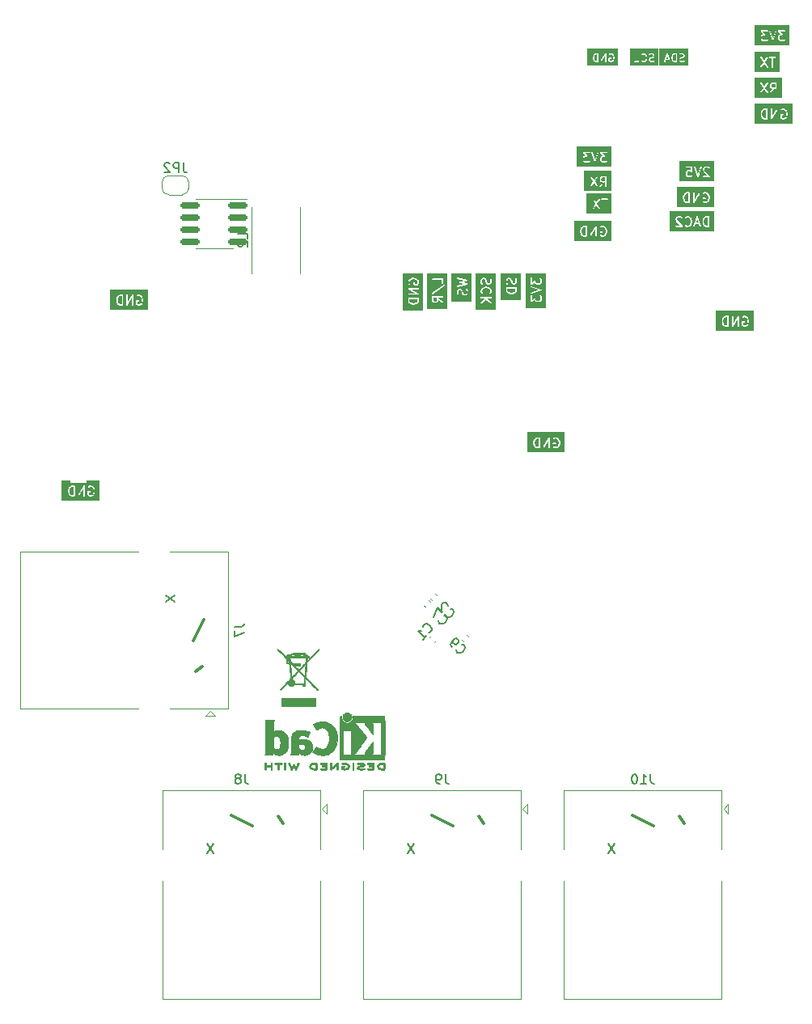
<source format=gbr>
%TF.GenerationSoftware,KiCad,Pcbnew,7.0.1*%
%TF.CreationDate,2023-07-30T21:23:37+03:00*%
%TF.ProjectId,Ethernet_switch_4out,45746865-726e-4657-945f-737769746368,rev?*%
%TF.SameCoordinates,Original*%
%TF.FileFunction,Legend,Bot*%
%TF.FilePolarity,Positive*%
%FSLAX46Y46*%
G04 Gerber Fmt 4.6, Leading zero omitted, Abs format (unit mm)*
G04 Created by KiCad (PCBNEW 7.0.1) date 2023-07-30 21:23:37*
%MOMM*%
%LPD*%
G01*
G04 APERTURE LIST*
G04 Aperture macros list*
%AMRoundRect*
0 Rectangle with rounded corners*
0 $1 Rounding radius*
0 $2 $3 $4 $5 $6 $7 $8 $9 X,Y pos of 4 corners*
0 Add a 4 corners polygon primitive as box body*
4,1,4,$2,$3,$4,$5,$6,$7,$8,$9,$2,$3,0*
0 Add four circle primitives for the rounded corners*
1,1,$1+$1,$2,$3*
1,1,$1+$1,$4,$5*
1,1,$1+$1,$6,$7*
1,1,$1+$1,$8,$9*
0 Add four rect primitives between the rounded corners*
20,1,$1+$1,$2,$3,$4,$5,0*
20,1,$1+$1,$4,$5,$6,$7,0*
20,1,$1+$1,$6,$7,$8,$9,0*
20,1,$1+$1,$8,$9,$2,$3,0*%
%AMFreePoly0*
4,1,19,0.500000,-0.750000,0.000000,-0.750000,0.000000,-0.744911,-0.071157,-0.744911,-0.207708,-0.704816,-0.327430,-0.627875,-0.420627,-0.520320,-0.479746,-0.390866,-0.500000,-0.250000,-0.500000,0.250000,-0.479746,0.390866,-0.420627,0.520320,-0.327430,0.627875,-0.207708,0.704816,-0.071157,0.744911,0.000000,0.744911,0.000000,0.750000,0.500000,0.750000,0.500000,-0.750000,0.500000,-0.750000,
$1*%
%AMFreePoly1*
4,1,19,0.000000,0.744911,0.071157,0.744911,0.207708,0.704816,0.327430,0.627875,0.420627,0.520320,0.479746,0.390866,0.500000,0.250000,0.500000,-0.250000,0.479746,-0.390866,0.420627,-0.520320,0.327430,-0.627875,0.207708,-0.704816,0.071157,-0.744911,0.000000,-0.744911,0.000000,-0.750000,-0.500000,-0.750000,-0.500000,0.750000,0.000000,0.750000,0.000000,0.744911,0.000000,0.744911,
$1*%
G04 Aperture macros list end*
%ADD10C,0.150000*%
%ADD11C,0.130000*%
%ADD12C,0.010000*%
%ADD13C,0.120000*%
%ADD14C,0.330000*%
%ADD15C,3.600000*%
%ADD16C,5.600000*%
%ADD17RoundRect,0.500000X-1.000000X-0.500000X1.000000X-0.500000X1.000000X0.500000X-1.000000X0.500000X0*%
%ADD18RoundRect,0.500000X1.000000X0.500000X-1.000000X0.500000X-1.000000X-0.500000X1.000000X-0.500000X0*%
%ADD19R,1.500000X1.600000*%
%ADD20C,1.600000*%
%ADD21C,3.000000*%
%ADD22R,1.700000X1.700000*%
%ADD23O,1.700000X1.700000*%
%ADD24R,1.600000X1.600000*%
%ADD25R,3.960000X1.980000*%
%ADD26O,3.960000X1.980000*%
%ADD27R,4.400000X1.800000*%
%ADD28O,4.000000X1.800000*%
%ADD29O,1.800000X4.000000*%
%ADD30RoundRect,0.140000X0.219203X0.021213X0.021213X0.219203X-0.219203X-0.021213X-0.021213X-0.219203X0*%
%ADD31C,3.200000*%
%ADD32R,1.800000X1.800000*%
%ADD33C,1.800000*%
%ADD34C,2.000000*%
%ADD35RoundRect,0.150000X0.825000X0.150000X-0.825000X0.150000X-0.825000X-0.150000X0.825000X-0.150000X0*%
%ADD36R,2.410000X3.300000*%
%ADD37FreePoly0,180.000000*%
%ADD38FreePoly1,180.000000*%
%ADD39RoundRect,0.140000X-0.219203X-0.021213X-0.021213X-0.219203X0.219203X0.021213X0.021213X0.219203X0*%
%ADD40RoundRect,0.140000X-0.021213X0.219203X-0.219203X0.021213X0.021213X-0.219203X0.219203X-0.021213X0*%
%ADD41R,4.200000X2.400000*%
G04 APERTURE END LIST*
D10*
G36*
X117069285Y-69442619D02*
G01*
X116918360Y-69442619D01*
X116803845Y-69404447D01*
X116729733Y-69330333D01*
X116691240Y-69253347D01*
X116647857Y-69079813D01*
X116647857Y-68955425D01*
X116691240Y-68781891D01*
X116729735Y-68704902D01*
X116803846Y-68630790D01*
X116918361Y-68592619D01*
X117069285Y-68592619D01*
X117069285Y-69442619D01*
G37*
G36*
X119797857Y-70007857D02*
G01*
X115839524Y-70007857D01*
X115839524Y-69085873D01*
X116494755Y-69085873D01*
X116497857Y-69098281D01*
X116497857Y-69099829D01*
X116500461Y-69108698D01*
X116544475Y-69284753D01*
X116543545Y-69293367D01*
X116549711Y-69305700D01*
X116550330Y-69308173D01*
X116554512Y-69315300D01*
X116596807Y-69399890D01*
X116599490Y-69412222D01*
X116614119Y-69426851D01*
X116628179Y-69441967D01*
X116629597Y-69442329D01*
X116707445Y-69520178D01*
X116718724Y-69534187D01*
X116733265Y-69539034D01*
X116746718Y-69546380D01*
X116753786Y-69545874D01*
X116873553Y-69585797D01*
X116884168Y-69592619D01*
X116904847Y-69592619D01*
X116925487Y-69593365D01*
X116926746Y-69592619D01*
X117138925Y-69592619D01*
X117155409Y-69594989D01*
X117170561Y-69588069D01*
X117186545Y-69583376D01*
X117190281Y-69579063D01*
X117195473Y-69576693D01*
X117204480Y-69562676D01*
X117215387Y-69550090D01*
X117216198Y-69544443D01*
X117219285Y-69539641D01*
X117219285Y-69522979D01*
X117219471Y-69521686D01*
X117542416Y-69521686D01*
X117549064Y-69540620D01*
X117554719Y-69559879D01*
X117556309Y-69561257D01*
X117557007Y-69563243D01*
X117572837Y-69575578D01*
X117588005Y-69588721D01*
X117590088Y-69589020D01*
X117591748Y-69590314D01*
X117611738Y-69592133D01*
X117631600Y-69594989D01*
X117633513Y-69594115D01*
X117635611Y-69594306D01*
X117653415Y-69585026D01*
X117671664Y-69576693D01*
X117672801Y-69574922D01*
X117674668Y-69573950D01*
X117684624Y-69556526D01*
X117695476Y-69539641D01*
X117695476Y-69537536D01*
X118116904Y-68800037D01*
X118116904Y-69528401D01*
X118126147Y-69559879D01*
X118159433Y-69588721D01*
X118203028Y-69594989D01*
X118243092Y-69576693D01*
X118266904Y-69539641D01*
X118266904Y-69416803D01*
X118542509Y-69416803D01*
X118545476Y-69430442D01*
X118545476Y-69433162D01*
X118547758Y-69440936D01*
X118551871Y-69459840D01*
X118553907Y-69461876D01*
X118554719Y-69464640D01*
X118569335Y-69477305D01*
X118612206Y-69520177D01*
X118623486Y-69534187D01*
X118638029Y-69539034D01*
X118651479Y-69546379D01*
X118658545Y-69545873D01*
X118778315Y-69585797D01*
X118788930Y-69592619D01*
X118809609Y-69592619D01*
X118830249Y-69593365D01*
X118831508Y-69592619D01*
X118896788Y-69592619D01*
X118909015Y-69595734D01*
X118928627Y-69589196D01*
X118948450Y-69583376D01*
X118949408Y-69582269D01*
X119068934Y-69542427D01*
X119086508Y-69538605D01*
X119097348Y-69527764D01*
X119109932Y-69519019D01*
X119112639Y-69512472D01*
X119190669Y-69434442D01*
X119201519Y-69427999D01*
X119210769Y-69409498D01*
X119220665Y-69391375D01*
X119220560Y-69389915D01*
X119253012Y-69325012D01*
X119259324Y-69319078D01*
X119262668Y-69305700D01*
X119263808Y-69303421D01*
X119265271Y-69295288D01*
X119309290Y-69119210D01*
X119314523Y-69111069D01*
X119314523Y-69098281D01*
X119314899Y-69096777D01*
X119314523Y-69087531D01*
X119314523Y-68958533D01*
X119317625Y-68949364D01*
X119314523Y-68936956D01*
X119314523Y-68935408D01*
X119311918Y-68926538D01*
X119267904Y-68750481D01*
X119268834Y-68741870D01*
X119262668Y-68729539D01*
X119262050Y-68727064D01*
X119257862Y-68719925D01*
X119215572Y-68635345D01*
X119212890Y-68623015D01*
X119198270Y-68608395D01*
X119184201Y-68593270D01*
X119182782Y-68592907D01*
X119104933Y-68515058D01*
X119093656Y-68501051D01*
X119079114Y-68496203D01*
X119065662Y-68488858D01*
X119058594Y-68489363D01*
X118938827Y-68449441D01*
X118928212Y-68442619D01*
X118907532Y-68442619D01*
X118886893Y-68441873D01*
X118885634Y-68442619D01*
X118767364Y-68442619D01*
X118749489Y-68440689D01*
X118735779Y-68447543D01*
X118721073Y-68451862D01*
X118716433Y-68457216D01*
X118624910Y-68502978D01*
X118600889Y-68525322D01*
X118589978Y-68567993D01*
X118603868Y-68609789D01*
X118638150Y-68637441D01*
X118681939Y-68642169D01*
X118781037Y-68592619D01*
X118894020Y-68592619D01*
X119008533Y-68630790D01*
X119082645Y-68704902D01*
X119121139Y-68781888D01*
X119164523Y-68955424D01*
X119164523Y-69079813D01*
X119121139Y-69253345D01*
X119082645Y-69330334D01*
X119008533Y-69404447D01*
X118894018Y-69442619D01*
X118823122Y-69442619D01*
X118708608Y-69404447D01*
X118695476Y-69391314D01*
X118695476Y-69164047D01*
X118821734Y-69164047D01*
X118853212Y-69154804D01*
X118882054Y-69121518D01*
X118888322Y-69077923D01*
X118870026Y-69037859D01*
X118832974Y-69014047D01*
X118625836Y-69014047D01*
X118609352Y-69011677D01*
X118594199Y-69018596D01*
X118578216Y-69023290D01*
X118574479Y-69027602D01*
X118569288Y-69029973D01*
X118560280Y-69043989D01*
X118549374Y-69056576D01*
X118548562Y-69062222D01*
X118545476Y-69067025D01*
X118545476Y-69083687D01*
X118543106Y-69100171D01*
X118545476Y-69105361D01*
X118545476Y-69408849D01*
X118542509Y-69416803D01*
X118266904Y-69416803D01*
X118266904Y-68526415D01*
X118269964Y-68513551D01*
X118263314Y-68494614D01*
X118257661Y-68475359D01*
X118256070Y-68473980D01*
X118255373Y-68471995D01*
X118239542Y-68459659D01*
X118224375Y-68446517D01*
X118222291Y-68446217D01*
X118220632Y-68444924D01*
X118200641Y-68443104D01*
X118180780Y-68440249D01*
X118178866Y-68441122D01*
X118176769Y-68440932D01*
X118158964Y-68450211D01*
X118140716Y-68458545D01*
X118139578Y-68460315D01*
X118137712Y-68461288D01*
X118127755Y-68478711D01*
X118116904Y-68495597D01*
X118116904Y-68497702D01*
X117695476Y-69235201D01*
X117695476Y-68506837D01*
X117686233Y-68475359D01*
X117652947Y-68446517D01*
X117609352Y-68440249D01*
X117569288Y-68458545D01*
X117545476Y-68495597D01*
X117545476Y-69508822D01*
X117542416Y-69521686D01*
X117219471Y-69521686D01*
X117221655Y-69506495D01*
X117219285Y-69501305D01*
X117219285Y-68522979D01*
X117221655Y-68506495D01*
X117214735Y-68491342D01*
X117210042Y-68475359D01*
X117205729Y-68471622D01*
X117203359Y-68466431D01*
X117189342Y-68457423D01*
X117176756Y-68446517D01*
X117171109Y-68445705D01*
X117166307Y-68442619D01*
X117149645Y-68442619D01*
X117133161Y-68440249D01*
X117127971Y-68442619D01*
X116915592Y-68442619D01*
X116903364Y-68439504D01*
X116883744Y-68446043D01*
X116863930Y-68451862D01*
X116862971Y-68452968D01*
X116743442Y-68492810D01*
X116725872Y-68496633D01*
X116715033Y-68507471D01*
X116702447Y-68516219D01*
X116699738Y-68522766D01*
X116621710Y-68600794D01*
X116610861Y-68607238D01*
X116601610Y-68625738D01*
X116591715Y-68643861D01*
X116591819Y-68645321D01*
X116559367Y-68710225D01*
X116553056Y-68716160D01*
X116549711Y-68729537D01*
X116548572Y-68731817D01*
X116547108Y-68739949D01*
X116503089Y-68916026D01*
X116497857Y-68924168D01*
X116497857Y-68936956D01*
X116497481Y-68938460D01*
X116497857Y-68947706D01*
X116497857Y-69076704D01*
X116494755Y-69085873D01*
X115839524Y-69085873D01*
X115839524Y-67897143D01*
X119797857Y-67897143D01*
X119797857Y-70007857D01*
G37*
G36*
X126607143Y-55837857D02*
G01*
X123982143Y-55837857D01*
X123982143Y-55346306D01*
X124589702Y-55346306D01*
X124601399Y-55388768D01*
X124634196Y-55418165D01*
X124677680Y-55425166D01*
X124718045Y-55407545D01*
X125001190Y-54982827D01*
X125278100Y-55398193D01*
X125303251Y-55419257D01*
X125346946Y-55424791D01*
X125386696Y-55405824D01*
X125409882Y-55368378D01*
X125409142Y-55324340D01*
X125091328Y-54847619D01*
X125402908Y-54380250D01*
X125409617Y-54358743D01*
X125495249Y-54358743D01*
X125513545Y-54398807D01*
X125550597Y-54422619D01*
X125783333Y-54422619D01*
X125783333Y-55358401D01*
X125792576Y-55389879D01*
X125825862Y-55418721D01*
X125869457Y-55424989D01*
X125909521Y-55406693D01*
X125933333Y-55369641D01*
X125933333Y-54422619D01*
X126154829Y-54422619D01*
X126186307Y-54413376D01*
X126215149Y-54380090D01*
X126221417Y-54336495D01*
X126203121Y-54296431D01*
X126166069Y-54272619D01*
X125863693Y-54272619D01*
X125847209Y-54270249D01*
X125842019Y-54272619D01*
X125561837Y-54272619D01*
X125530359Y-54281862D01*
X125501517Y-54315148D01*
X125495249Y-54358743D01*
X125409617Y-54358743D01*
X125412678Y-54348932D01*
X125400981Y-54306470D01*
X125368184Y-54277073D01*
X125324700Y-54270073D01*
X125284335Y-54287693D01*
X125001189Y-54712410D01*
X124724280Y-54297045D01*
X124699129Y-54275981D01*
X124655434Y-54270447D01*
X124615684Y-54289414D01*
X124592498Y-54326860D01*
X124593238Y-54370898D01*
X124911051Y-54847618D01*
X124599472Y-55314988D01*
X124589702Y-55346306D01*
X123982143Y-55346306D01*
X123982143Y-53727143D01*
X126607143Y-53727143D01*
X126607143Y-55837857D01*
G37*
G36*
X106309285Y-72962619D02*
G01*
X106158360Y-72962619D01*
X106043845Y-72924447D01*
X105969733Y-72850333D01*
X105931240Y-72773347D01*
X105887857Y-72599813D01*
X105887857Y-72475425D01*
X105931240Y-72301891D01*
X105969735Y-72224902D01*
X106043846Y-72150790D01*
X106158361Y-72112619D01*
X106309285Y-72112619D01*
X106309285Y-72962619D01*
G37*
G36*
X109037857Y-73527857D02*
G01*
X105079524Y-73527857D01*
X105079524Y-72605873D01*
X105734755Y-72605873D01*
X105737857Y-72618281D01*
X105737857Y-72619829D01*
X105740461Y-72628698D01*
X105784475Y-72804753D01*
X105783545Y-72813367D01*
X105789711Y-72825700D01*
X105790330Y-72828173D01*
X105794512Y-72835300D01*
X105836807Y-72919890D01*
X105839490Y-72932222D01*
X105854119Y-72946851D01*
X105868179Y-72961967D01*
X105869597Y-72962329D01*
X105947445Y-73040178D01*
X105958724Y-73054187D01*
X105973265Y-73059034D01*
X105986718Y-73066380D01*
X105993786Y-73065874D01*
X106113553Y-73105797D01*
X106124168Y-73112619D01*
X106144847Y-73112619D01*
X106165487Y-73113365D01*
X106166746Y-73112619D01*
X106378925Y-73112619D01*
X106395409Y-73114989D01*
X106410561Y-73108069D01*
X106426545Y-73103376D01*
X106430281Y-73099063D01*
X106435473Y-73096693D01*
X106444480Y-73082676D01*
X106455387Y-73070090D01*
X106456198Y-73064443D01*
X106459285Y-73059641D01*
X106459285Y-73042979D01*
X106459471Y-73041686D01*
X106782416Y-73041686D01*
X106789064Y-73060620D01*
X106794719Y-73079879D01*
X106796309Y-73081257D01*
X106797007Y-73083243D01*
X106812837Y-73095578D01*
X106828005Y-73108721D01*
X106830088Y-73109020D01*
X106831748Y-73110314D01*
X106851738Y-73112133D01*
X106871600Y-73114989D01*
X106873513Y-73114115D01*
X106875611Y-73114306D01*
X106893415Y-73105026D01*
X106911664Y-73096693D01*
X106912801Y-73094922D01*
X106914668Y-73093950D01*
X106924624Y-73076526D01*
X106935476Y-73059641D01*
X106935476Y-73057536D01*
X107356904Y-72320037D01*
X107356904Y-73048401D01*
X107366147Y-73079879D01*
X107399433Y-73108721D01*
X107443028Y-73114989D01*
X107483092Y-73096693D01*
X107506904Y-73059641D01*
X107506904Y-72936803D01*
X107782509Y-72936803D01*
X107785476Y-72950442D01*
X107785476Y-72953162D01*
X107787758Y-72960936D01*
X107791871Y-72979840D01*
X107793907Y-72981876D01*
X107794719Y-72984640D01*
X107809335Y-72997305D01*
X107852206Y-73040177D01*
X107863486Y-73054187D01*
X107878029Y-73059034D01*
X107891479Y-73066379D01*
X107898545Y-73065873D01*
X108018315Y-73105797D01*
X108028930Y-73112619D01*
X108049609Y-73112619D01*
X108070249Y-73113365D01*
X108071508Y-73112619D01*
X108136788Y-73112619D01*
X108149015Y-73115734D01*
X108168627Y-73109196D01*
X108188450Y-73103376D01*
X108189408Y-73102269D01*
X108308934Y-73062427D01*
X108326508Y-73058605D01*
X108337348Y-73047764D01*
X108349932Y-73039019D01*
X108352639Y-73032472D01*
X108430669Y-72954442D01*
X108441519Y-72947999D01*
X108450769Y-72929498D01*
X108460665Y-72911375D01*
X108460560Y-72909915D01*
X108493012Y-72845012D01*
X108499324Y-72839078D01*
X108502668Y-72825700D01*
X108503808Y-72823421D01*
X108505271Y-72815288D01*
X108549290Y-72639210D01*
X108554523Y-72631069D01*
X108554523Y-72618281D01*
X108554899Y-72616777D01*
X108554523Y-72607531D01*
X108554523Y-72478533D01*
X108557625Y-72469364D01*
X108554523Y-72456956D01*
X108554523Y-72455408D01*
X108551918Y-72446538D01*
X108507904Y-72270481D01*
X108508834Y-72261870D01*
X108502668Y-72249539D01*
X108502050Y-72247064D01*
X108497862Y-72239925D01*
X108455572Y-72155345D01*
X108452890Y-72143015D01*
X108438270Y-72128395D01*
X108424201Y-72113270D01*
X108422782Y-72112907D01*
X108344933Y-72035058D01*
X108333656Y-72021051D01*
X108319114Y-72016203D01*
X108305662Y-72008858D01*
X108298594Y-72009363D01*
X108178827Y-71969441D01*
X108168212Y-71962619D01*
X108147532Y-71962619D01*
X108126893Y-71961873D01*
X108125634Y-71962619D01*
X108007364Y-71962619D01*
X107989489Y-71960689D01*
X107975779Y-71967543D01*
X107961073Y-71971862D01*
X107956433Y-71977216D01*
X107864910Y-72022978D01*
X107840889Y-72045322D01*
X107829978Y-72087993D01*
X107843868Y-72129789D01*
X107878150Y-72157441D01*
X107921939Y-72162169D01*
X108021037Y-72112619D01*
X108134020Y-72112619D01*
X108248533Y-72150790D01*
X108322645Y-72224902D01*
X108361139Y-72301888D01*
X108404523Y-72475424D01*
X108404523Y-72599813D01*
X108361139Y-72773345D01*
X108322645Y-72850334D01*
X108248533Y-72924447D01*
X108134018Y-72962619D01*
X108063122Y-72962619D01*
X107948608Y-72924447D01*
X107935476Y-72911314D01*
X107935476Y-72684047D01*
X108061734Y-72684047D01*
X108093212Y-72674804D01*
X108122054Y-72641518D01*
X108128322Y-72597923D01*
X108110026Y-72557859D01*
X108072974Y-72534047D01*
X107865836Y-72534047D01*
X107849352Y-72531677D01*
X107834199Y-72538596D01*
X107818216Y-72543290D01*
X107814479Y-72547602D01*
X107809288Y-72549973D01*
X107800280Y-72563989D01*
X107789374Y-72576576D01*
X107788562Y-72582222D01*
X107785476Y-72587025D01*
X107785476Y-72603687D01*
X107783106Y-72620171D01*
X107785476Y-72625361D01*
X107785476Y-72928849D01*
X107782509Y-72936803D01*
X107506904Y-72936803D01*
X107506904Y-72046415D01*
X107509964Y-72033551D01*
X107503314Y-72014614D01*
X107497661Y-71995359D01*
X107496070Y-71993980D01*
X107495373Y-71991995D01*
X107479542Y-71979659D01*
X107464375Y-71966517D01*
X107462291Y-71966217D01*
X107460632Y-71964924D01*
X107440641Y-71963104D01*
X107420780Y-71960249D01*
X107418866Y-71961122D01*
X107416769Y-71960932D01*
X107398964Y-71970211D01*
X107380716Y-71978545D01*
X107379578Y-71980315D01*
X107377712Y-71981288D01*
X107367755Y-71998711D01*
X107356904Y-72015597D01*
X107356904Y-72017702D01*
X106935476Y-72755201D01*
X106935476Y-72026837D01*
X106926233Y-71995359D01*
X106892947Y-71966517D01*
X106849352Y-71960249D01*
X106809288Y-71978545D01*
X106785476Y-72015597D01*
X106785476Y-73028822D01*
X106782416Y-73041686D01*
X106459471Y-73041686D01*
X106461655Y-73026495D01*
X106459285Y-73021305D01*
X106459285Y-72042979D01*
X106461655Y-72026495D01*
X106454735Y-72011342D01*
X106450042Y-71995359D01*
X106445729Y-71991622D01*
X106443359Y-71986431D01*
X106429342Y-71977423D01*
X106416756Y-71966517D01*
X106411109Y-71965705D01*
X106406307Y-71962619D01*
X106389645Y-71962619D01*
X106373161Y-71960249D01*
X106367971Y-71962619D01*
X106155592Y-71962619D01*
X106143364Y-71959504D01*
X106123744Y-71966043D01*
X106103930Y-71971862D01*
X106102971Y-71972968D01*
X105983442Y-72012810D01*
X105965872Y-72016633D01*
X105955033Y-72027471D01*
X105942447Y-72036219D01*
X105939738Y-72042766D01*
X105861710Y-72120794D01*
X105850861Y-72127238D01*
X105841610Y-72145738D01*
X105831715Y-72163861D01*
X105831819Y-72165321D01*
X105799367Y-72230225D01*
X105793056Y-72236160D01*
X105789711Y-72249537D01*
X105788572Y-72251817D01*
X105787108Y-72259949D01*
X105743089Y-72436026D01*
X105737857Y-72444168D01*
X105737857Y-72456956D01*
X105737481Y-72458460D01*
X105737857Y-72467706D01*
X105737857Y-72596704D01*
X105734755Y-72605873D01*
X105079524Y-72605873D01*
X105079524Y-71417143D01*
X109037857Y-71417143D01*
X109037857Y-73527857D01*
G37*
G36*
X109037857Y-70667857D02*
G01*
X106412857Y-70667857D01*
X106412857Y-70176306D01*
X107020416Y-70176306D01*
X107032113Y-70218768D01*
X107064910Y-70248165D01*
X107108394Y-70255166D01*
X107148759Y-70237545D01*
X107431904Y-69812827D01*
X107708814Y-70228193D01*
X107733965Y-70249257D01*
X107777660Y-70254791D01*
X107817410Y-70235824D01*
X107840596Y-70198378D01*
X107839856Y-70154340D01*
X107522042Y-69677619D01*
X107833622Y-69210250D01*
X107840331Y-69188743D01*
X107925963Y-69188743D01*
X107944259Y-69228807D01*
X107981311Y-69252619D01*
X108214047Y-69252619D01*
X108214047Y-70188401D01*
X108223290Y-70219879D01*
X108256576Y-70248721D01*
X108300171Y-70254989D01*
X108340235Y-70236693D01*
X108364047Y-70199641D01*
X108364047Y-69252619D01*
X108585543Y-69252619D01*
X108617021Y-69243376D01*
X108645863Y-69210090D01*
X108652131Y-69166495D01*
X108633835Y-69126431D01*
X108596783Y-69102619D01*
X108294407Y-69102619D01*
X108277923Y-69100249D01*
X108272733Y-69102619D01*
X107992551Y-69102619D01*
X107961073Y-69111862D01*
X107932231Y-69145148D01*
X107925963Y-69188743D01*
X107840331Y-69188743D01*
X107843392Y-69178932D01*
X107831695Y-69136470D01*
X107798898Y-69107073D01*
X107755414Y-69100073D01*
X107715049Y-69117693D01*
X107431903Y-69542410D01*
X107154994Y-69127045D01*
X107129843Y-69105981D01*
X107086148Y-69100447D01*
X107046398Y-69119414D01*
X107023212Y-69156860D01*
X107023952Y-69200898D01*
X107341765Y-69677618D01*
X107030186Y-70144988D01*
X107020416Y-70176306D01*
X106412857Y-70176306D01*
X106412857Y-68557143D01*
X109037857Y-68557143D01*
X109037857Y-70667857D01*
G37*
G36*
X119797857Y-67307857D02*
G01*
X116125238Y-67307857D01*
X116125238Y-66397438D01*
X116780857Y-66397438D01*
X116783571Y-66403982D01*
X116783571Y-66623102D01*
X116781640Y-66640986D01*
X116788496Y-66654699D01*
X116792814Y-66669402D01*
X116798167Y-66674040D01*
X116834902Y-66747509D01*
X116837585Y-66759840D01*
X116852204Y-66774460D01*
X116866274Y-66789586D01*
X116867692Y-66789948D01*
X116894126Y-66816383D01*
X116900571Y-66827234D01*
X116919082Y-66836489D01*
X116937193Y-66846379D01*
X116938652Y-66846274D01*
X117011898Y-66882897D01*
X117027025Y-66892619D01*
X117042355Y-66892619D01*
X117057438Y-66895333D01*
X117063982Y-66892619D01*
X117283102Y-66892619D01*
X117300986Y-66894550D01*
X117314699Y-66887693D01*
X117329402Y-66883376D01*
X117334040Y-66878022D01*
X117407508Y-66841287D01*
X117419842Y-66838605D01*
X117434473Y-66823972D01*
X117449586Y-66809916D01*
X117449948Y-66808496D01*
X117490656Y-66767788D01*
X117506379Y-66738994D01*
X117503236Y-66695063D01*
X117476841Y-66659805D01*
X117435574Y-66644413D01*
X117392537Y-66653776D01*
X117337951Y-66708361D01*
X117269437Y-66742619D01*
X117066753Y-66742619D01*
X116998235Y-66708360D01*
X116967827Y-66677951D01*
X116933571Y-66609437D01*
X116933571Y-66406753D01*
X116967830Y-66338235D01*
X116998235Y-66307829D01*
X117066751Y-66273571D01*
X117269436Y-66273571D01*
X117337954Y-66307830D01*
X117366212Y-66336088D01*
X117368773Y-66342402D01*
X117381511Y-66351387D01*
X117384590Y-66354466D01*
X117390282Y-66357574D01*
X117404764Y-66367789D01*
X117409353Y-66367987D01*
X117413384Y-66370188D01*
X117431059Y-66368923D01*
X117448766Y-66369688D01*
X117452733Y-66367373D01*
X117457315Y-66367046D01*
X117471500Y-66356426D01*
X117486811Y-66347496D01*
X117488897Y-66343403D01*
X117492573Y-66340652D01*
X117498764Y-66324053D01*
X117506818Y-66308259D01*
X117506360Y-66303688D01*
X117507966Y-66299385D01*
X117504198Y-66282067D01*
X117458036Y-65820444D01*
X117637599Y-65820444D01*
X117973606Y-66828468D01*
X117973301Y-66836916D01*
X117980433Y-66848949D01*
X117981305Y-66851564D01*
X117985913Y-66858195D01*
X117995758Y-66874804D01*
X117998364Y-66876110D01*
X118000028Y-66878504D01*
X118017870Y-66885884D01*
X118035134Y-66894536D01*
X118038033Y-66894225D01*
X118040727Y-66895340D01*
X118059714Y-66891905D01*
X118078927Y-66889849D01*
X118081200Y-66888018D01*
X118084067Y-66887500D01*
X118098185Y-66874343D01*
X118113234Y-66862228D01*
X118114156Y-66859461D01*
X118116289Y-66857474D01*
X118121055Y-66838763D01*
X118365257Y-66106158D01*
X118589980Y-66106158D01*
X118596517Y-66125770D01*
X118602338Y-66145593D01*
X118603444Y-66146551D01*
X118643286Y-66266077D01*
X118647109Y-66283651D01*
X118657949Y-66294491D01*
X118666695Y-66307075D01*
X118673240Y-66309782D01*
X119106076Y-66742619D01*
X118657313Y-66742619D01*
X118625835Y-66751862D01*
X118596993Y-66785148D01*
X118590725Y-66828743D01*
X118609021Y-66868807D01*
X118646073Y-66892619D01*
X119268000Y-66892619D01*
X119270527Y-66893999D01*
X119289816Y-66892619D01*
X119297924Y-66892619D01*
X119300535Y-66891852D01*
X119314458Y-66890856D01*
X119321254Y-66885768D01*
X119329402Y-66883376D01*
X119338542Y-66872826D01*
X119349717Y-66864462D01*
X119352684Y-66856506D01*
X119358244Y-66850090D01*
X119360230Y-66836275D01*
X119365109Y-66823195D01*
X119363303Y-66814897D01*
X119364512Y-66806495D01*
X119358714Y-66793800D01*
X119355747Y-66780158D01*
X119349742Y-66774153D01*
X119346216Y-66766431D01*
X119334473Y-66758884D01*
X118781266Y-66205676D01*
X118743095Y-66091161D01*
X118743095Y-66025801D01*
X118777354Y-65957283D01*
X118807759Y-65926877D01*
X118876275Y-65892619D01*
X119078960Y-65892619D01*
X119147478Y-65926878D01*
X119194114Y-65973514D01*
X119222908Y-65989236D01*
X119266839Y-65986094D01*
X119302097Y-65959700D01*
X119317490Y-65918433D01*
X119308128Y-65875396D01*
X119251585Y-65818853D01*
X119245142Y-65808004D01*
X119226641Y-65798753D01*
X119208519Y-65788858D01*
X119207058Y-65788962D01*
X119133817Y-65752342D01*
X119118688Y-65742619D01*
X119103358Y-65742619D01*
X119088275Y-65739905D01*
X119081731Y-65742619D01*
X118862602Y-65742619D01*
X118844727Y-65740689D01*
X118831017Y-65747543D01*
X118816311Y-65751862D01*
X118811671Y-65757216D01*
X118738202Y-65793950D01*
X118725872Y-65796633D01*
X118711252Y-65811252D01*
X118696127Y-65825322D01*
X118695764Y-65826740D01*
X118669329Y-65853175D01*
X118658480Y-65859619D01*
X118649229Y-65878119D01*
X118639334Y-65896242D01*
X118639438Y-65897702D01*
X118602818Y-65970943D01*
X118593095Y-65986073D01*
X118593095Y-66001403D01*
X118590381Y-66016486D01*
X118593095Y-66023030D01*
X118593095Y-66093931D01*
X118589980Y-66106158D01*
X118365257Y-66106158D01*
X118456941Y-65831108D01*
X118458126Y-65798322D01*
X118435669Y-65760434D01*
X118396293Y-65740702D01*
X118352499Y-65745390D01*
X118318193Y-65773010D01*
X118049047Y-66580447D01*
X117783456Y-65783673D01*
X117764733Y-65756733D01*
X117724034Y-65739897D01*
X117680694Y-65747737D01*
X117648472Y-65777764D01*
X117637599Y-65820444D01*
X117458036Y-65820444D01*
X117457916Y-65819245D01*
X117459750Y-65806495D01*
X117451274Y-65787934D01*
X117443606Y-65769026D01*
X117442179Y-65768019D01*
X117441454Y-65766431D01*
X117424278Y-65755392D01*
X117407615Y-65743639D01*
X117405872Y-65743563D01*
X117404402Y-65742619D01*
X117383980Y-65742619D01*
X117363613Y-65741740D01*
X117362106Y-65742619D01*
X116895408Y-65742619D01*
X116863930Y-65751862D01*
X116835088Y-65785148D01*
X116828820Y-65828743D01*
X116847116Y-65868807D01*
X116884168Y-65892619D01*
X117314506Y-65892619D01*
X117339325Y-66140809D01*
X117324293Y-66133294D01*
X117309164Y-66123571D01*
X117293834Y-66123571D01*
X117278751Y-66120857D01*
X117272207Y-66123571D01*
X117053078Y-66123571D01*
X117035203Y-66121641D01*
X117021493Y-66128495D01*
X117006787Y-66132814D01*
X117002147Y-66138168D01*
X116928678Y-66174902D01*
X116916348Y-66177585D01*
X116901728Y-66192204D01*
X116886603Y-66206274D01*
X116886240Y-66207692D01*
X116859805Y-66234127D01*
X116848956Y-66240571D01*
X116839705Y-66259071D01*
X116829810Y-66277194D01*
X116829914Y-66278654D01*
X116793294Y-66351895D01*
X116783571Y-66367025D01*
X116783571Y-66382355D01*
X116780857Y-66397438D01*
X116125238Y-66397438D01*
X116125238Y-65197143D01*
X119797857Y-65197143D01*
X119797857Y-67307857D01*
G37*
G36*
X121159285Y-82382619D02*
G01*
X121008360Y-82382619D01*
X120893845Y-82344447D01*
X120819733Y-82270333D01*
X120781240Y-82193347D01*
X120737857Y-82019813D01*
X120737857Y-81895425D01*
X120781240Y-81721891D01*
X120819735Y-81644902D01*
X120893846Y-81570790D01*
X121008361Y-81532619D01*
X121159285Y-81532619D01*
X121159285Y-82382619D01*
G37*
G36*
X123887857Y-82947857D02*
G01*
X119929524Y-82947857D01*
X119929524Y-82025873D01*
X120584755Y-82025873D01*
X120587857Y-82038281D01*
X120587857Y-82039829D01*
X120590461Y-82048698D01*
X120634475Y-82224753D01*
X120633545Y-82233367D01*
X120639711Y-82245700D01*
X120640330Y-82248173D01*
X120644512Y-82255300D01*
X120686807Y-82339890D01*
X120689490Y-82352222D01*
X120704119Y-82366851D01*
X120718179Y-82381967D01*
X120719597Y-82382329D01*
X120797445Y-82460178D01*
X120808724Y-82474187D01*
X120823265Y-82479034D01*
X120836718Y-82486380D01*
X120843786Y-82485874D01*
X120963553Y-82525797D01*
X120974168Y-82532619D01*
X120994847Y-82532619D01*
X121015487Y-82533365D01*
X121016746Y-82532619D01*
X121228925Y-82532619D01*
X121245409Y-82534989D01*
X121260561Y-82528069D01*
X121276545Y-82523376D01*
X121280281Y-82519063D01*
X121285473Y-82516693D01*
X121294480Y-82502676D01*
X121305387Y-82490090D01*
X121306198Y-82484443D01*
X121309285Y-82479641D01*
X121309285Y-82462979D01*
X121309471Y-82461686D01*
X121632416Y-82461686D01*
X121639064Y-82480620D01*
X121644719Y-82499879D01*
X121646309Y-82501257D01*
X121647007Y-82503243D01*
X121662837Y-82515578D01*
X121678005Y-82528721D01*
X121680088Y-82529020D01*
X121681748Y-82530314D01*
X121701738Y-82532133D01*
X121721600Y-82534989D01*
X121723513Y-82534115D01*
X121725611Y-82534306D01*
X121743415Y-82525026D01*
X121761664Y-82516693D01*
X121762801Y-82514922D01*
X121764668Y-82513950D01*
X121774624Y-82496526D01*
X121785476Y-82479641D01*
X121785476Y-82477536D01*
X122206904Y-81740037D01*
X122206904Y-82468401D01*
X122216147Y-82499879D01*
X122249433Y-82528721D01*
X122293028Y-82534989D01*
X122333092Y-82516693D01*
X122356904Y-82479641D01*
X122356904Y-82356803D01*
X122632509Y-82356803D01*
X122635476Y-82370442D01*
X122635476Y-82373162D01*
X122637758Y-82380936D01*
X122641871Y-82399840D01*
X122643907Y-82401876D01*
X122644719Y-82404640D01*
X122659335Y-82417305D01*
X122702206Y-82460177D01*
X122713486Y-82474187D01*
X122728029Y-82479034D01*
X122741479Y-82486379D01*
X122748545Y-82485873D01*
X122868315Y-82525797D01*
X122878930Y-82532619D01*
X122899609Y-82532619D01*
X122920249Y-82533365D01*
X122921508Y-82532619D01*
X122986788Y-82532619D01*
X122999015Y-82535734D01*
X123018627Y-82529196D01*
X123038450Y-82523376D01*
X123039408Y-82522269D01*
X123158934Y-82482427D01*
X123176508Y-82478605D01*
X123187348Y-82467764D01*
X123199932Y-82459019D01*
X123202639Y-82452472D01*
X123280669Y-82374442D01*
X123291519Y-82367999D01*
X123300769Y-82349498D01*
X123310665Y-82331375D01*
X123310560Y-82329915D01*
X123343012Y-82265012D01*
X123349324Y-82259078D01*
X123352668Y-82245700D01*
X123353808Y-82243421D01*
X123355271Y-82235288D01*
X123399290Y-82059210D01*
X123404523Y-82051069D01*
X123404523Y-82038281D01*
X123404899Y-82036777D01*
X123404523Y-82027531D01*
X123404523Y-81898533D01*
X123407625Y-81889364D01*
X123404523Y-81876956D01*
X123404523Y-81875408D01*
X123401918Y-81866538D01*
X123357904Y-81690481D01*
X123358834Y-81681870D01*
X123352668Y-81669539D01*
X123352050Y-81667064D01*
X123347862Y-81659925D01*
X123305572Y-81575345D01*
X123302890Y-81563015D01*
X123288270Y-81548395D01*
X123274201Y-81533270D01*
X123272782Y-81532907D01*
X123194933Y-81455058D01*
X123183656Y-81441051D01*
X123169114Y-81436203D01*
X123155662Y-81428858D01*
X123148594Y-81429363D01*
X123028827Y-81389441D01*
X123018212Y-81382619D01*
X122997532Y-81382619D01*
X122976893Y-81381873D01*
X122975634Y-81382619D01*
X122857364Y-81382619D01*
X122839489Y-81380689D01*
X122825779Y-81387543D01*
X122811073Y-81391862D01*
X122806433Y-81397216D01*
X122714910Y-81442978D01*
X122690889Y-81465322D01*
X122679978Y-81507993D01*
X122693868Y-81549789D01*
X122728150Y-81577441D01*
X122771939Y-81582169D01*
X122871037Y-81532619D01*
X122984020Y-81532619D01*
X123098533Y-81570790D01*
X123172645Y-81644902D01*
X123211139Y-81721888D01*
X123254523Y-81895424D01*
X123254523Y-82019813D01*
X123211139Y-82193345D01*
X123172645Y-82270334D01*
X123098533Y-82344447D01*
X122984018Y-82382619D01*
X122913122Y-82382619D01*
X122798608Y-82344447D01*
X122785476Y-82331314D01*
X122785476Y-82104047D01*
X122911734Y-82104047D01*
X122943212Y-82094804D01*
X122972054Y-82061518D01*
X122978322Y-82017923D01*
X122960026Y-81977859D01*
X122922974Y-81954047D01*
X122715836Y-81954047D01*
X122699352Y-81951677D01*
X122684199Y-81958596D01*
X122668216Y-81963290D01*
X122664479Y-81967602D01*
X122659288Y-81969973D01*
X122650280Y-81983989D01*
X122639374Y-81996576D01*
X122638562Y-82002222D01*
X122635476Y-82007025D01*
X122635476Y-82023687D01*
X122633106Y-82040171D01*
X122635476Y-82045361D01*
X122635476Y-82348849D01*
X122632509Y-82356803D01*
X122356904Y-82356803D01*
X122356904Y-81466415D01*
X122359964Y-81453551D01*
X122353314Y-81434614D01*
X122347661Y-81415359D01*
X122346070Y-81413980D01*
X122345373Y-81411995D01*
X122329542Y-81399659D01*
X122314375Y-81386517D01*
X122312291Y-81386217D01*
X122310632Y-81384924D01*
X122290641Y-81383104D01*
X122270780Y-81380249D01*
X122268866Y-81381122D01*
X122266769Y-81380932D01*
X122248964Y-81390211D01*
X122230716Y-81398545D01*
X122229578Y-81400315D01*
X122227712Y-81401288D01*
X122217755Y-81418711D01*
X122206904Y-81435597D01*
X122206904Y-81437702D01*
X121785476Y-82175201D01*
X121785476Y-81446837D01*
X121776233Y-81415359D01*
X121742947Y-81386517D01*
X121699352Y-81380249D01*
X121659288Y-81398545D01*
X121635476Y-81435597D01*
X121635476Y-82448822D01*
X121632416Y-82461686D01*
X121309471Y-82461686D01*
X121311655Y-82446495D01*
X121309285Y-82441305D01*
X121309285Y-81462979D01*
X121311655Y-81446495D01*
X121304735Y-81431342D01*
X121300042Y-81415359D01*
X121295729Y-81411622D01*
X121293359Y-81406431D01*
X121279342Y-81397423D01*
X121266756Y-81386517D01*
X121261109Y-81385705D01*
X121256307Y-81382619D01*
X121239645Y-81382619D01*
X121223161Y-81380249D01*
X121217971Y-81382619D01*
X121005592Y-81382619D01*
X120993364Y-81379504D01*
X120973744Y-81386043D01*
X120953930Y-81391862D01*
X120952971Y-81392968D01*
X120833442Y-81432810D01*
X120815872Y-81436633D01*
X120805033Y-81447471D01*
X120792447Y-81456219D01*
X120789738Y-81462766D01*
X120711710Y-81540794D01*
X120700861Y-81547238D01*
X120691610Y-81565738D01*
X120681715Y-81583861D01*
X120681819Y-81585321D01*
X120649367Y-81650225D01*
X120643056Y-81656160D01*
X120639711Y-81669537D01*
X120638572Y-81671817D01*
X120637108Y-81679949D01*
X120593089Y-81856026D01*
X120587857Y-81864168D01*
X120587857Y-81876956D01*
X120587481Y-81878460D01*
X120587857Y-81887706D01*
X120587857Y-82016704D01*
X120584755Y-82025873D01*
X119929524Y-82025873D01*
X119929524Y-80837143D01*
X123887857Y-80837143D01*
X123887857Y-82947857D01*
G37*
G36*
X96887857Y-80775238D02*
G01*
X94777143Y-80775238D01*
X94777143Y-79481600D01*
X95320249Y-79481600D01*
X95338545Y-79521664D01*
X95375597Y-79545476D01*
X95787981Y-79545476D01*
X95772648Y-79560808D01*
X95757620Y-79575810D01*
X95757612Y-79575844D01*
X95336962Y-79996495D01*
X95321239Y-80025289D01*
X95324382Y-80069220D01*
X95350776Y-80104479D01*
X95392043Y-80119871D01*
X95435080Y-80110509D01*
X95833227Y-79712361D01*
X96361245Y-80108373D01*
X96391973Y-80119866D01*
X96435018Y-80110542D01*
X96466190Y-80079427D01*
X96475591Y-80036398D01*
X96460237Y-79995117D01*
X95940370Y-79605218D01*
X96000113Y-79545476D01*
X96408401Y-79545476D01*
X96439879Y-79536233D01*
X96468721Y-79502947D01*
X96474989Y-79459352D01*
X96456693Y-79419288D01*
X96419641Y-79395476D01*
X95982578Y-79395476D01*
X95974623Y-79392509D01*
X95960984Y-79395476D01*
X95386837Y-79395476D01*
X95355359Y-79404719D01*
X95326517Y-79438005D01*
X95320249Y-79481600D01*
X94777143Y-79481600D01*
X94777143Y-78854253D01*
X95319504Y-78854253D01*
X95326041Y-78873865D01*
X95331862Y-78893688D01*
X95332968Y-78894646D01*
X95372810Y-79014172D01*
X95376633Y-79031746D01*
X95387473Y-79042586D01*
X95396219Y-79055170D01*
X95402764Y-79057877D01*
X95447448Y-79102561D01*
X95476242Y-79118283D01*
X95520173Y-79115141D01*
X95555431Y-79088747D01*
X95570824Y-79047480D01*
X95561462Y-79004443D01*
X95510790Y-78953771D01*
X95472619Y-78839256D01*
X95472619Y-78768360D01*
X95510790Y-78653846D01*
X95584902Y-78579734D01*
X95661888Y-78541240D01*
X95835424Y-78497857D01*
X95959812Y-78497857D01*
X96133345Y-78541240D01*
X96210335Y-78579735D01*
X96284447Y-78653847D01*
X96322619Y-78768361D01*
X96322619Y-78839258D01*
X96284447Y-78953771D01*
X96241723Y-78996494D01*
X96226001Y-79025288D01*
X96229143Y-79069219D01*
X96255536Y-79104478D01*
X96296803Y-79119871D01*
X96339840Y-79110509D01*
X96400177Y-79050173D01*
X96414187Y-79038894D01*
X96419034Y-79024350D01*
X96426379Y-79010901D01*
X96425873Y-79003834D01*
X96465797Y-78884064D01*
X96472619Y-78873450D01*
X96472619Y-78852771D01*
X96473365Y-78832131D01*
X96472619Y-78830872D01*
X96472619Y-78765592D01*
X96475734Y-78753364D01*
X96469194Y-78733744D01*
X96463376Y-78713930D01*
X96462269Y-78712971D01*
X96422427Y-78593442D01*
X96418605Y-78575872D01*
X96407766Y-78565033D01*
X96399019Y-78552447D01*
X96392471Y-78549738D01*
X96314442Y-78471710D01*
X96307999Y-78460861D01*
X96289494Y-78451608D01*
X96271375Y-78441715D01*
X96269915Y-78441819D01*
X96205011Y-78409367D01*
X96199077Y-78403056D01*
X96185699Y-78399711D01*
X96183420Y-78398572D01*
X96175287Y-78397108D01*
X95999210Y-78353089D01*
X95991069Y-78347857D01*
X95978281Y-78347857D01*
X95976777Y-78347481D01*
X95967531Y-78347857D01*
X95838533Y-78347857D01*
X95829364Y-78344755D01*
X95816956Y-78347857D01*
X95815408Y-78347857D01*
X95806538Y-78350461D01*
X95630481Y-78394475D01*
X95621870Y-78393546D01*
X95609539Y-78399711D01*
X95607064Y-78400330D01*
X95599925Y-78404517D01*
X95515345Y-78446807D01*
X95503015Y-78449490D01*
X95488395Y-78464109D01*
X95473270Y-78478179D01*
X95472907Y-78479597D01*
X95395058Y-78557446D01*
X95381051Y-78568724D01*
X95376203Y-78583265D01*
X95368858Y-78596718D01*
X95369363Y-78603785D01*
X95329441Y-78723552D01*
X95322619Y-78734168D01*
X95322619Y-78754848D01*
X95321873Y-78775487D01*
X95322619Y-78776746D01*
X95322619Y-78842026D01*
X95319504Y-78854253D01*
X94777143Y-78854253D01*
X94777143Y-77901872D01*
X95319504Y-77901872D01*
X95326041Y-77921484D01*
X95331862Y-77941307D01*
X95332968Y-77942265D01*
X95377496Y-78075849D01*
X95396219Y-78102789D01*
X95436918Y-78119625D01*
X95480258Y-78111785D01*
X95512480Y-78081759D01*
X95523353Y-78039078D01*
X95472619Y-77886875D01*
X95472619Y-77678658D01*
X95506878Y-77610140D01*
X95537283Y-77579734D01*
X95605799Y-77545476D01*
X95665627Y-77545476D01*
X95734145Y-77579735D01*
X95764550Y-77610140D01*
X95803044Y-77687126D01*
X95845427Y-77856658D01*
X95844497Y-77865272D01*
X95850663Y-77877605D01*
X95851282Y-77880078D01*
X95855464Y-77887205D01*
X95897759Y-77971795D01*
X95900442Y-77984127D01*
X95915069Y-77998754D01*
X95929131Y-78013872D01*
X95930549Y-78014234D01*
X95956984Y-78040669D01*
X95963428Y-78051519D01*
X95981937Y-78060773D01*
X96000051Y-78070664D01*
X96001509Y-78070559D01*
X96074755Y-78107182D01*
X96089882Y-78116904D01*
X96105212Y-78116904D01*
X96120295Y-78119618D01*
X96126839Y-78116904D01*
X96203102Y-78116904D01*
X96220986Y-78118835D01*
X96234699Y-78111978D01*
X96249402Y-78107661D01*
X96254040Y-78102307D01*
X96327509Y-78065572D01*
X96339840Y-78062890D01*
X96354460Y-78048270D01*
X96369586Y-78034201D01*
X96369948Y-78032782D01*
X96396383Y-78006348D01*
X96407234Y-77999904D01*
X96416489Y-77981392D01*
X96426379Y-77963282D01*
X96426274Y-77961822D01*
X96462897Y-77888576D01*
X96472619Y-77873450D01*
X96472619Y-77858120D01*
X96475333Y-77843037D01*
X96472619Y-77836493D01*
X96472619Y-77622735D01*
X96475734Y-77610507D01*
X96469194Y-77590887D01*
X96463376Y-77571073D01*
X96462269Y-77570114D01*
X96417742Y-77436530D01*
X96399019Y-77409590D01*
X96358320Y-77392754D01*
X96314980Y-77400594D01*
X96282758Y-77430621D01*
X96271885Y-77473301D01*
X96322619Y-77625504D01*
X96322619Y-77833722D01*
X96288360Y-77902239D01*
X96257951Y-77932647D01*
X96189437Y-77966904D01*
X96129610Y-77966904D01*
X96061092Y-77932645D01*
X96030685Y-77902238D01*
X95992192Y-77825252D01*
X95949809Y-77655719D01*
X95950739Y-77647108D01*
X95944573Y-77634777D01*
X95943955Y-77632302D01*
X95939767Y-77625163D01*
X95897477Y-77540583D01*
X95894795Y-77528253D01*
X95880175Y-77513633D01*
X95866106Y-77498508D01*
X95864687Y-77498145D01*
X95838252Y-77471710D01*
X95831809Y-77460861D01*
X95813308Y-77451610D01*
X95795186Y-77441715D01*
X95793725Y-77441819D01*
X95720484Y-77405199D01*
X95705355Y-77395476D01*
X95690025Y-77395476D01*
X95674942Y-77392762D01*
X95668398Y-77395476D01*
X95592126Y-77395476D01*
X95574251Y-77393546D01*
X95560541Y-77400400D01*
X95545835Y-77404719D01*
X95541195Y-77410073D01*
X95467726Y-77446807D01*
X95455396Y-77449490D01*
X95440776Y-77464109D01*
X95425651Y-77478179D01*
X95425288Y-77479597D01*
X95398853Y-77506032D01*
X95388004Y-77512476D01*
X95378753Y-77530976D01*
X95368858Y-77549099D01*
X95368962Y-77550559D01*
X95332342Y-77623800D01*
X95322619Y-77638930D01*
X95322619Y-77654260D01*
X95319905Y-77669343D01*
X95322619Y-77675887D01*
X95322619Y-77889645D01*
X95319504Y-77901872D01*
X94777143Y-77901872D01*
X94777143Y-76912143D01*
X96887857Y-76912143D01*
X96887857Y-80775238D01*
G37*
G36*
X126164285Y-57496428D02*
G01*
X126008045Y-57496428D01*
X125993132Y-57493678D01*
X125986420Y-57496428D01*
X125876039Y-57496428D01*
X125807521Y-57462169D01*
X125777114Y-57431762D01*
X125742857Y-57363247D01*
X125742857Y-57255801D01*
X125777116Y-57187283D01*
X125807521Y-57156877D01*
X125876037Y-57122619D01*
X126164285Y-57122619D01*
X126164285Y-57496428D01*
G37*
G36*
X126845238Y-58537857D02*
G01*
X123982143Y-58537857D01*
X123982143Y-58046306D01*
X124589702Y-58046306D01*
X124601399Y-58088768D01*
X124634196Y-58118165D01*
X124677680Y-58125166D01*
X124718045Y-58107545D01*
X125001190Y-57682827D01*
X125278100Y-58098193D01*
X125303251Y-58119257D01*
X125346946Y-58124791D01*
X125386696Y-58105824D01*
X125409882Y-58068378D01*
X125409481Y-58044531D01*
X125589752Y-58044531D01*
X125600481Y-58087247D01*
X125632601Y-58117382D01*
X125675915Y-58125369D01*
X125716671Y-58108670D01*
X126040239Y-57646428D01*
X126164285Y-57646428D01*
X126164285Y-58058401D01*
X126173528Y-58089879D01*
X126206814Y-58118721D01*
X126250409Y-58124989D01*
X126290473Y-58106693D01*
X126314285Y-58069641D01*
X126314285Y-57576788D01*
X126316655Y-57560304D01*
X126314285Y-57555114D01*
X126314285Y-57052979D01*
X126316655Y-57036495D01*
X126309735Y-57021342D01*
X126305042Y-57005359D01*
X126300729Y-57001622D01*
X126298359Y-56996431D01*
X126284342Y-56987423D01*
X126271756Y-56976517D01*
X126266109Y-56975705D01*
X126261307Y-56972619D01*
X126244645Y-56972619D01*
X126228161Y-56970249D01*
X126222971Y-56972619D01*
X125862364Y-56972619D01*
X125844489Y-56970689D01*
X125830779Y-56977543D01*
X125816073Y-56981862D01*
X125811433Y-56987216D01*
X125737964Y-57023950D01*
X125725634Y-57026633D01*
X125711014Y-57041252D01*
X125695889Y-57055322D01*
X125695526Y-57056740D01*
X125669091Y-57083175D01*
X125658242Y-57089619D01*
X125648991Y-57108119D01*
X125639096Y-57126242D01*
X125639200Y-57127702D01*
X125602580Y-57200943D01*
X125592857Y-57216073D01*
X125592857Y-57231403D01*
X125590143Y-57246486D01*
X125592857Y-57253030D01*
X125592857Y-57376912D01*
X125590926Y-57394796D01*
X125597782Y-57408509D01*
X125602100Y-57423212D01*
X125607453Y-57427850D01*
X125644188Y-57501319D01*
X125646871Y-57513651D01*
X125661498Y-57528278D01*
X125675560Y-57543396D01*
X125676978Y-57543758D01*
X125703413Y-57570193D01*
X125709857Y-57581043D01*
X125728366Y-57590297D01*
X125746480Y-57600188D01*
X125747938Y-57600083D01*
X125821184Y-57636706D01*
X125836311Y-57646428D01*
X125851641Y-57646428D01*
X125856525Y-57647306D01*
X125600232Y-58013442D01*
X125589752Y-58044531D01*
X125409481Y-58044531D01*
X125409142Y-58024340D01*
X125091328Y-57547619D01*
X125402908Y-57080250D01*
X125412678Y-57048932D01*
X125400981Y-57006470D01*
X125368184Y-56977073D01*
X125324700Y-56970073D01*
X125284335Y-56987693D01*
X125001189Y-57412410D01*
X124724280Y-56997045D01*
X124699129Y-56975981D01*
X124655434Y-56970447D01*
X124615684Y-56989414D01*
X124592498Y-57026860D01*
X124593238Y-57070898D01*
X124911051Y-57547618D01*
X124599472Y-58014988D01*
X124589702Y-58046306D01*
X123982143Y-58046306D01*
X123982143Y-56427143D01*
X126845238Y-56427143D01*
X126845238Y-58537857D01*
G37*
G36*
X118135466Y-71656904D02*
G01*
X117867390Y-71656904D01*
X118001428Y-71254790D01*
X118135466Y-71656904D01*
G37*
G36*
X119116904Y-71942619D02*
G01*
X118965979Y-71942619D01*
X118851464Y-71904447D01*
X118777352Y-71830333D01*
X118738859Y-71753347D01*
X118695476Y-71579813D01*
X118695476Y-71455425D01*
X118738859Y-71281891D01*
X118777354Y-71204902D01*
X118851465Y-71130790D01*
X118965980Y-71092619D01*
X119116904Y-71092619D01*
X119116904Y-71942619D01*
G37*
G36*
X119797857Y-72507857D02*
G01*
X115077619Y-72507857D01*
X115077619Y-71306158D01*
X115732837Y-71306158D01*
X115739374Y-71325770D01*
X115745195Y-71345593D01*
X115746301Y-71346551D01*
X115786143Y-71466077D01*
X115789966Y-71483651D01*
X115800806Y-71494491D01*
X115809552Y-71507075D01*
X115816097Y-71509782D01*
X116248933Y-71942619D01*
X115800170Y-71942619D01*
X115768692Y-71951862D01*
X115739850Y-71985148D01*
X115733582Y-72028743D01*
X115751878Y-72068807D01*
X115788930Y-72092619D01*
X116410857Y-72092619D01*
X116413384Y-72093999D01*
X116432673Y-72092619D01*
X116440781Y-72092619D01*
X116443392Y-72091852D01*
X116457315Y-72090856D01*
X116464111Y-72085768D01*
X116472259Y-72083376D01*
X116481399Y-72072826D01*
X116492574Y-72064462D01*
X116495541Y-72056506D01*
X116501101Y-72050090D01*
X116503087Y-72036275D01*
X116507966Y-72023195D01*
X116506160Y-72014897D01*
X116507369Y-72006495D01*
X116501571Y-71993800D01*
X116498604Y-71980158D01*
X116492599Y-71974153D01*
X116489073Y-71966431D01*
X116477330Y-71958884D01*
X116435249Y-71916803D01*
X116685366Y-71916803D01*
X116694728Y-71959840D01*
X116755063Y-72020177D01*
X116766343Y-72034187D01*
X116780886Y-72039034D01*
X116794336Y-72046379D01*
X116801402Y-72045873D01*
X116921172Y-72085797D01*
X116931787Y-72092619D01*
X116952466Y-72092619D01*
X116973106Y-72093365D01*
X116974365Y-72092619D01*
X117039645Y-72092619D01*
X117051872Y-72095734D01*
X117071484Y-72089196D01*
X117091307Y-72083376D01*
X117092265Y-72082269D01*
X117211791Y-72042427D01*
X117229365Y-72038605D01*
X117231054Y-72036916D01*
X117592349Y-72036916D01*
X117614806Y-72074804D01*
X117654182Y-72094536D01*
X117697975Y-72089849D01*
X117732282Y-72062228D01*
X117817390Y-71806904D01*
X118185466Y-71806904D01*
X118267019Y-72051564D01*
X118285742Y-72078504D01*
X118326441Y-72095340D01*
X118369781Y-72087500D01*
X118402003Y-72057474D01*
X118412876Y-72014793D01*
X118316283Y-71725016D01*
X118316893Y-71720780D01*
X118309409Y-71704392D01*
X118269903Y-71585873D01*
X118542374Y-71585873D01*
X118545476Y-71598281D01*
X118545476Y-71599829D01*
X118548080Y-71608698D01*
X118592094Y-71784753D01*
X118591164Y-71793367D01*
X118597330Y-71805700D01*
X118597949Y-71808173D01*
X118602131Y-71815300D01*
X118644426Y-71899890D01*
X118647109Y-71912222D01*
X118661738Y-71926851D01*
X118675798Y-71941967D01*
X118677216Y-71942329D01*
X118755064Y-72020178D01*
X118766343Y-72034187D01*
X118780884Y-72039034D01*
X118794337Y-72046380D01*
X118801405Y-72045874D01*
X118921172Y-72085797D01*
X118931787Y-72092619D01*
X118952466Y-72092619D01*
X118973106Y-72093365D01*
X118974365Y-72092619D01*
X119186544Y-72092619D01*
X119203028Y-72094989D01*
X119218180Y-72088069D01*
X119234164Y-72083376D01*
X119237900Y-72079063D01*
X119243092Y-72076693D01*
X119252099Y-72062676D01*
X119263006Y-72050090D01*
X119263817Y-72044443D01*
X119266904Y-72039641D01*
X119266904Y-72022979D01*
X119269274Y-72006495D01*
X119266904Y-72001305D01*
X119266904Y-71022979D01*
X119269274Y-71006495D01*
X119262354Y-70991342D01*
X119257661Y-70975359D01*
X119253348Y-70971622D01*
X119250978Y-70966431D01*
X119236961Y-70957423D01*
X119224375Y-70946517D01*
X119218728Y-70945705D01*
X119213926Y-70942619D01*
X119197264Y-70942619D01*
X119180780Y-70940249D01*
X119175590Y-70942619D01*
X118963211Y-70942619D01*
X118950983Y-70939504D01*
X118931363Y-70946043D01*
X118911549Y-70951862D01*
X118910590Y-70952968D01*
X118791061Y-70992810D01*
X118773491Y-70996633D01*
X118762652Y-71007471D01*
X118750066Y-71016219D01*
X118747357Y-71022766D01*
X118669329Y-71100794D01*
X118658480Y-71107238D01*
X118649229Y-71125738D01*
X118639334Y-71143861D01*
X118639438Y-71145321D01*
X118606986Y-71210225D01*
X118600675Y-71216160D01*
X118597330Y-71229537D01*
X118596191Y-71231817D01*
X118594727Y-71239949D01*
X118550708Y-71416026D01*
X118545476Y-71424168D01*
X118545476Y-71436956D01*
X118545100Y-71438460D01*
X118545476Y-71447706D01*
X118545476Y-71576704D01*
X118542374Y-71585873D01*
X118269903Y-71585873D01*
X118076868Y-71006769D01*
X118077174Y-70998322D01*
X118070042Y-70986289D01*
X118069170Y-70983673D01*
X118064557Y-70977035D01*
X118054717Y-70960434D01*
X118052111Y-70959128D01*
X118050447Y-70956733D01*
X118032593Y-70949347D01*
X118015341Y-70940702D01*
X118012443Y-70941012D01*
X118009748Y-70939897D01*
X117990740Y-70943335D01*
X117971547Y-70945390D01*
X117969276Y-70947218D01*
X117966408Y-70947737D01*
X117952284Y-70960898D01*
X117937241Y-70973010D01*
X117936318Y-70975776D01*
X117934186Y-70977764D01*
X117929418Y-70996476D01*
X117696893Y-71694051D01*
X117692231Y-71699433D01*
X117690054Y-71714568D01*
X117593534Y-72004131D01*
X117592349Y-72036916D01*
X117231054Y-72036916D01*
X117240205Y-72027764D01*
X117252789Y-72019019D01*
X117255496Y-72012472D01*
X117333526Y-71934442D01*
X117344376Y-71927999D01*
X117353626Y-71909498D01*
X117363522Y-71891375D01*
X117363417Y-71889915D01*
X117395869Y-71825012D01*
X117402181Y-71819078D01*
X117405525Y-71805700D01*
X117406665Y-71803421D01*
X117408128Y-71795288D01*
X117452147Y-71619210D01*
X117457380Y-71611069D01*
X117457380Y-71598281D01*
X117457756Y-71596777D01*
X117457380Y-71587531D01*
X117457380Y-71458533D01*
X117460482Y-71449364D01*
X117457380Y-71436956D01*
X117457380Y-71435408D01*
X117454775Y-71426538D01*
X117410761Y-71250481D01*
X117411691Y-71241870D01*
X117405525Y-71229539D01*
X117404907Y-71227064D01*
X117400719Y-71219925D01*
X117358429Y-71135345D01*
X117355747Y-71123015D01*
X117341127Y-71108395D01*
X117327058Y-71093270D01*
X117325639Y-71092907D01*
X117247790Y-71015058D01*
X117236513Y-71001051D01*
X117221971Y-70996203D01*
X117208519Y-70988858D01*
X117201451Y-70989363D01*
X117081684Y-70949441D01*
X117071069Y-70942619D01*
X117050389Y-70942619D01*
X117029750Y-70941873D01*
X117028491Y-70942619D01*
X116963211Y-70942619D01*
X116950983Y-70939504D01*
X116931363Y-70946043D01*
X116911549Y-70951862D01*
X116910590Y-70952968D01*
X116791061Y-70992810D01*
X116773491Y-70996633D01*
X116762652Y-71007471D01*
X116750066Y-71016219D01*
X116747357Y-71022766D01*
X116702676Y-71067448D01*
X116686953Y-71096242D01*
X116690096Y-71140173D01*
X116716490Y-71175432D01*
X116757757Y-71190824D01*
X116800794Y-71181462D01*
X116851465Y-71130790D01*
X116965980Y-71092619D01*
X117036877Y-71092619D01*
X117151390Y-71130790D01*
X117225502Y-71204902D01*
X117263996Y-71281888D01*
X117307380Y-71455424D01*
X117307380Y-71579813D01*
X117263996Y-71753345D01*
X117225502Y-71830334D01*
X117151390Y-71904447D01*
X117036875Y-71942619D01*
X116965979Y-71942619D01*
X116851465Y-71904447D01*
X116808743Y-71861723D01*
X116779949Y-71846001D01*
X116736018Y-71849143D01*
X116700759Y-71875536D01*
X116685366Y-71916803D01*
X116435249Y-71916803D01*
X115924123Y-71405676D01*
X115885952Y-71291161D01*
X115885952Y-71225801D01*
X115920211Y-71157283D01*
X115950616Y-71126877D01*
X116019132Y-71092619D01*
X116221817Y-71092619D01*
X116290335Y-71126878D01*
X116336971Y-71173514D01*
X116365765Y-71189236D01*
X116409696Y-71186094D01*
X116444954Y-71159700D01*
X116460347Y-71118433D01*
X116450985Y-71075396D01*
X116394442Y-71018853D01*
X116387999Y-71008004D01*
X116369498Y-70998753D01*
X116351376Y-70988858D01*
X116349915Y-70988962D01*
X116276674Y-70952342D01*
X116261545Y-70942619D01*
X116246215Y-70942619D01*
X116231132Y-70939905D01*
X116224588Y-70942619D01*
X116005459Y-70942619D01*
X115987584Y-70940689D01*
X115973874Y-70947543D01*
X115959168Y-70951862D01*
X115954528Y-70957216D01*
X115881059Y-70993950D01*
X115868729Y-70996633D01*
X115854109Y-71011252D01*
X115838984Y-71025322D01*
X115838621Y-71026740D01*
X115812186Y-71053175D01*
X115801337Y-71059619D01*
X115792086Y-71078119D01*
X115782191Y-71096242D01*
X115782295Y-71097702D01*
X115745675Y-71170943D01*
X115735952Y-71186073D01*
X115735952Y-71201403D01*
X115733238Y-71216486D01*
X115735952Y-71223030D01*
X115735952Y-71293931D01*
X115732837Y-71306158D01*
X115077619Y-71306158D01*
X115077619Y-70397143D01*
X119797857Y-70397143D01*
X119797857Y-72507857D01*
G37*
G36*
X102127857Y-80602619D02*
G01*
X100017143Y-80602619D01*
X100017143Y-79847626D01*
X100562514Y-79847626D01*
X100562619Y-79869337D01*
X100562619Y-79880067D01*
X100562671Y-79880246D01*
X100562727Y-79891669D01*
X100568747Y-79900938D01*
X100571862Y-79911545D01*
X100580495Y-79919025D01*
X100586717Y-79928605D01*
X100596793Y-79933148D01*
X100605148Y-79940387D01*
X100616454Y-79942012D01*
X100626869Y-79946708D01*
X100637803Y-79945082D01*
X100648743Y-79946655D01*
X100659132Y-79941910D01*
X100670434Y-79940230D01*
X100678754Y-79932949D01*
X100688807Y-79928359D01*
X100694982Y-79918750D01*
X100945212Y-79699798D01*
X100948496Y-79706366D01*
X100952814Y-79721069D01*
X100958167Y-79725707D01*
X100994902Y-79799176D01*
X100997585Y-79811508D01*
X101012212Y-79826135D01*
X101026274Y-79841253D01*
X101027692Y-79841615D01*
X101054127Y-79868050D01*
X101060571Y-79878900D01*
X101079080Y-79888154D01*
X101097194Y-79898045D01*
X101098652Y-79897940D01*
X101171898Y-79934563D01*
X101187025Y-79944285D01*
X101202355Y-79944285D01*
X101217438Y-79946999D01*
X101223982Y-79944285D01*
X101443102Y-79944285D01*
X101460986Y-79946216D01*
X101474699Y-79939359D01*
X101489402Y-79935042D01*
X101494040Y-79929688D01*
X101567509Y-79892953D01*
X101579840Y-79890271D01*
X101594460Y-79875651D01*
X101609586Y-79861582D01*
X101609948Y-79860163D01*
X101636383Y-79833729D01*
X101647234Y-79827285D01*
X101656489Y-79808773D01*
X101666379Y-79790663D01*
X101666274Y-79789203D01*
X101702897Y-79715957D01*
X101712619Y-79700831D01*
X101712619Y-79685501D01*
X101715333Y-79670418D01*
X101712619Y-79663874D01*
X101712619Y-79397126D01*
X101714549Y-79379251D01*
X101707694Y-79365541D01*
X101703376Y-79350835D01*
X101698021Y-79346195D01*
X101661286Y-79272725D01*
X101658604Y-79260395D01*
X101643988Y-79245779D01*
X101629916Y-79230651D01*
X101628496Y-79230288D01*
X101587788Y-79189580D01*
X101558994Y-79173858D01*
X101515063Y-79177001D01*
X101479805Y-79203396D01*
X101464413Y-79244663D01*
X101473775Y-79287700D01*
X101528360Y-79342282D01*
X101562619Y-79410799D01*
X101562619Y-79661103D01*
X101528360Y-79729620D01*
X101497951Y-79760028D01*
X101429437Y-79794285D01*
X101226753Y-79794285D01*
X101158235Y-79760026D01*
X101127828Y-79729619D01*
X101093571Y-79661104D01*
X101093571Y-79557776D01*
X101093676Y-79557611D01*
X101093571Y-79535900D01*
X101093571Y-79525170D01*
X101093518Y-79524990D01*
X101093463Y-79513568D01*
X101087442Y-79504298D01*
X101084328Y-79493692D01*
X101075694Y-79486211D01*
X101069473Y-79476632D01*
X101059396Y-79472088D01*
X101051042Y-79464850D01*
X101039735Y-79463224D01*
X101029321Y-79458529D01*
X101018386Y-79460154D01*
X101007447Y-79458582D01*
X100997057Y-79463326D01*
X100985756Y-79465007D01*
X100977435Y-79472287D01*
X100967383Y-79476878D01*
X100961207Y-79486486D01*
X100712619Y-79704002D01*
X100712619Y-79239456D01*
X100703376Y-79207978D01*
X100670090Y-79179136D01*
X100626495Y-79172868D01*
X100586431Y-79191164D01*
X100562619Y-79228216D01*
X100562619Y-79847461D01*
X100562514Y-79847626D01*
X100017143Y-79847626D01*
X100017143Y-79003822D01*
X100559897Y-79003822D01*
X100567737Y-79047162D01*
X100597764Y-79079384D01*
X100640444Y-79090257D01*
X101648467Y-78754249D01*
X101656916Y-78754555D01*
X101668949Y-78747422D01*
X101671564Y-78746551D01*
X101678195Y-78741942D01*
X101694804Y-78732098D01*
X101696110Y-78729491D01*
X101698504Y-78727828D01*
X101705884Y-78709985D01*
X101714536Y-78692722D01*
X101714225Y-78689822D01*
X101715340Y-78687129D01*
X101711903Y-78668134D01*
X101709848Y-78648928D01*
X101708018Y-78646655D01*
X101707500Y-78643789D01*
X101694343Y-78629670D01*
X101682228Y-78614622D01*
X101679461Y-78613699D01*
X101677474Y-78611567D01*
X101658763Y-78606800D01*
X100651107Y-78270915D01*
X100618322Y-78269730D01*
X100580434Y-78292187D01*
X100560702Y-78331563D01*
X100565389Y-78375356D01*
X100593010Y-78409663D01*
X101400447Y-78678809D01*
X100603673Y-78944400D01*
X100576733Y-78963123D01*
X100559897Y-79003822D01*
X100017143Y-79003822D01*
X100017143Y-78038102D01*
X100562514Y-78038102D01*
X100562619Y-78059813D01*
X100562619Y-78070543D01*
X100562671Y-78070722D01*
X100562727Y-78082145D01*
X100568747Y-78091414D01*
X100571862Y-78102021D01*
X100580495Y-78109501D01*
X100586717Y-78119081D01*
X100596793Y-78123624D01*
X100605148Y-78130863D01*
X100616454Y-78132488D01*
X100626869Y-78137184D01*
X100637803Y-78135558D01*
X100648743Y-78137131D01*
X100659132Y-78132386D01*
X100670434Y-78130706D01*
X100678754Y-78123425D01*
X100688807Y-78118835D01*
X100694982Y-78109226D01*
X100945212Y-77890274D01*
X100948496Y-77896842D01*
X100952814Y-77911545D01*
X100958167Y-77916183D01*
X100994902Y-77989652D01*
X100997585Y-78001984D01*
X101012212Y-78016611D01*
X101026274Y-78031729D01*
X101027692Y-78032091D01*
X101054127Y-78058526D01*
X101060571Y-78069376D01*
X101079080Y-78078630D01*
X101097194Y-78088521D01*
X101098652Y-78088416D01*
X101171898Y-78125039D01*
X101187025Y-78134761D01*
X101202355Y-78134761D01*
X101217438Y-78137475D01*
X101223982Y-78134761D01*
X101443102Y-78134761D01*
X101460986Y-78136692D01*
X101474699Y-78129835D01*
X101489402Y-78125518D01*
X101494040Y-78120164D01*
X101567509Y-78083429D01*
X101579840Y-78080747D01*
X101594460Y-78066127D01*
X101609586Y-78052058D01*
X101609948Y-78050639D01*
X101636383Y-78024205D01*
X101647234Y-78017761D01*
X101656489Y-77999249D01*
X101666379Y-77981139D01*
X101666274Y-77979679D01*
X101702897Y-77906433D01*
X101712619Y-77891307D01*
X101712619Y-77875977D01*
X101715333Y-77860894D01*
X101712619Y-77854350D01*
X101712619Y-77587602D01*
X101714549Y-77569727D01*
X101707694Y-77556017D01*
X101703376Y-77541311D01*
X101698021Y-77536671D01*
X101661286Y-77463201D01*
X101658604Y-77450871D01*
X101643988Y-77436255D01*
X101629916Y-77421127D01*
X101628496Y-77420764D01*
X101587788Y-77380056D01*
X101558994Y-77364334D01*
X101515063Y-77367477D01*
X101479805Y-77393872D01*
X101464413Y-77435139D01*
X101473775Y-77478176D01*
X101528360Y-77532758D01*
X101562619Y-77601275D01*
X101562619Y-77851579D01*
X101528360Y-77920096D01*
X101497951Y-77950504D01*
X101429437Y-77984761D01*
X101226753Y-77984761D01*
X101158235Y-77950502D01*
X101127828Y-77920095D01*
X101093571Y-77851580D01*
X101093571Y-77748252D01*
X101093676Y-77748087D01*
X101093571Y-77726376D01*
X101093571Y-77715646D01*
X101093518Y-77715466D01*
X101093463Y-77704044D01*
X101087442Y-77694774D01*
X101084328Y-77684168D01*
X101075694Y-77676687D01*
X101069473Y-77667108D01*
X101059396Y-77662564D01*
X101051042Y-77655326D01*
X101039735Y-77653700D01*
X101029321Y-77649005D01*
X101018386Y-77650630D01*
X101007447Y-77649058D01*
X100997057Y-77653802D01*
X100985756Y-77655483D01*
X100977435Y-77662763D01*
X100967383Y-77667354D01*
X100961207Y-77676962D01*
X100712619Y-77894478D01*
X100712619Y-77429932D01*
X100703376Y-77398454D01*
X100670090Y-77369612D01*
X100626495Y-77363344D01*
X100586431Y-77381640D01*
X100562619Y-77418692D01*
X100562619Y-78037937D01*
X100562514Y-78038102D01*
X100017143Y-78038102D01*
X100017143Y-76930000D01*
X102127857Y-76930000D01*
X102127857Y-80602619D01*
G37*
G36*
X108356904Y-67276428D02*
G01*
X108200664Y-67276428D01*
X108185751Y-67273678D01*
X108179039Y-67276428D01*
X108068658Y-67276428D01*
X108000140Y-67242169D01*
X107969733Y-67211762D01*
X107935476Y-67143247D01*
X107935476Y-67035801D01*
X107969735Y-66967283D01*
X108000140Y-66936877D01*
X108068656Y-66902619D01*
X108356904Y-66902619D01*
X108356904Y-67276428D01*
G37*
G36*
X109037857Y-68317857D02*
G01*
X106174762Y-68317857D01*
X106174762Y-67826306D01*
X106782321Y-67826306D01*
X106794018Y-67868768D01*
X106826815Y-67898165D01*
X106870299Y-67905166D01*
X106910664Y-67887545D01*
X107193809Y-67462827D01*
X107470719Y-67878193D01*
X107495870Y-67899257D01*
X107539565Y-67904791D01*
X107579315Y-67885824D01*
X107602501Y-67848378D01*
X107602100Y-67824531D01*
X107782371Y-67824531D01*
X107793100Y-67867247D01*
X107825220Y-67897382D01*
X107868534Y-67905369D01*
X107909290Y-67888670D01*
X108232858Y-67426428D01*
X108356904Y-67426428D01*
X108356904Y-67838401D01*
X108366147Y-67869879D01*
X108399433Y-67898721D01*
X108443028Y-67904989D01*
X108483092Y-67886693D01*
X108506904Y-67849641D01*
X108506904Y-67356788D01*
X108509274Y-67340304D01*
X108506904Y-67335114D01*
X108506904Y-66832979D01*
X108509274Y-66816495D01*
X108502354Y-66801342D01*
X108497661Y-66785359D01*
X108493348Y-66781622D01*
X108490978Y-66776431D01*
X108476961Y-66767423D01*
X108464375Y-66756517D01*
X108458728Y-66755705D01*
X108453926Y-66752619D01*
X108437264Y-66752619D01*
X108420780Y-66750249D01*
X108415590Y-66752619D01*
X108054983Y-66752619D01*
X108037108Y-66750689D01*
X108023398Y-66757543D01*
X108008692Y-66761862D01*
X108004052Y-66767216D01*
X107930583Y-66803950D01*
X107918253Y-66806633D01*
X107903633Y-66821252D01*
X107888508Y-66835322D01*
X107888145Y-66836740D01*
X107861710Y-66863175D01*
X107850861Y-66869619D01*
X107841610Y-66888119D01*
X107831715Y-66906242D01*
X107831819Y-66907702D01*
X107795199Y-66980943D01*
X107785476Y-66996073D01*
X107785476Y-67011403D01*
X107782762Y-67026486D01*
X107785476Y-67033030D01*
X107785476Y-67156912D01*
X107783545Y-67174796D01*
X107790401Y-67188509D01*
X107794719Y-67203212D01*
X107800072Y-67207850D01*
X107836807Y-67281319D01*
X107839490Y-67293651D01*
X107854117Y-67308278D01*
X107868179Y-67323396D01*
X107869597Y-67323758D01*
X107896032Y-67350193D01*
X107902476Y-67361043D01*
X107920985Y-67370297D01*
X107939099Y-67380188D01*
X107940557Y-67380083D01*
X108013803Y-67416706D01*
X108028930Y-67426428D01*
X108044260Y-67426428D01*
X108049144Y-67427306D01*
X107792851Y-67793442D01*
X107782371Y-67824531D01*
X107602100Y-67824531D01*
X107601761Y-67804340D01*
X107283947Y-67327619D01*
X107595527Y-66860250D01*
X107605297Y-66828932D01*
X107593600Y-66786470D01*
X107560803Y-66757073D01*
X107517319Y-66750073D01*
X107476954Y-66767693D01*
X107193808Y-67192410D01*
X106916899Y-66777045D01*
X106891748Y-66755981D01*
X106848053Y-66750447D01*
X106808303Y-66769414D01*
X106785117Y-66806860D01*
X106785857Y-66850898D01*
X107103670Y-67327618D01*
X106792091Y-67794988D01*
X106782321Y-67826306D01*
X106174762Y-67826306D01*
X106174762Y-66207143D01*
X109037857Y-66207143D01*
X109037857Y-68317857D01*
G37*
G36*
X52699285Y-100152619D02*
G01*
X52548360Y-100152619D01*
X52433845Y-100114447D01*
X52359733Y-100040333D01*
X52321240Y-99963347D01*
X52277857Y-99789813D01*
X52277857Y-99665425D01*
X52321240Y-99491891D01*
X52359735Y-99414902D01*
X52433846Y-99340790D01*
X52548361Y-99302619D01*
X52699285Y-99302619D01*
X52699285Y-100152619D01*
G37*
G36*
X55427857Y-100717857D02*
G01*
X51469524Y-100717857D01*
X51469524Y-99795873D01*
X52124755Y-99795873D01*
X52127857Y-99808281D01*
X52127857Y-99809829D01*
X52130461Y-99818698D01*
X52174475Y-99994753D01*
X52173545Y-100003367D01*
X52179711Y-100015700D01*
X52180330Y-100018173D01*
X52184512Y-100025300D01*
X52226807Y-100109890D01*
X52229490Y-100122222D01*
X52244119Y-100136851D01*
X52258179Y-100151967D01*
X52259597Y-100152329D01*
X52337445Y-100230178D01*
X52348724Y-100244187D01*
X52363265Y-100249034D01*
X52376718Y-100256380D01*
X52383786Y-100255874D01*
X52503553Y-100295797D01*
X52514168Y-100302619D01*
X52534847Y-100302619D01*
X52555487Y-100303365D01*
X52556746Y-100302619D01*
X52768925Y-100302619D01*
X52785409Y-100304989D01*
X52800561Y-100298069D01*
X52816545Y-100293376D01*
X52820281Y-100289063D01*
X52825473Y-100286693D01*
X52834480Y-100272676D01*
X52845387Y-100260090D01*
X52846198Y-100254443D01*
X52849285Y-100249641D01*
X52849285Y-100232979D01*
X52849471Y-100231686D01*
X53172416Y-100231686D01*
X53179064Y-100250620D01*
X53184719Y-100269879D01*
X53186309Y-100271257D01*
X53187007Y-100273243D01*
X53202837Y-100285578D01*
X53218005Y-100298721D01*
X53220088Y-100299020D01*
X53221748Y-100300314D01*
X53241738Y-100302133D01*
X53261600Y-100304989D01*
X53263513Y-100304115D01*
X53265611Y-100304306D01*
X53283415Y-100295026D01*
X53301664Y-100286693D01*
X53302801Y-100284922D01*
X53304668Y-100283950D01*
X53314624Y-100266526D01*
X53325476Y-100249641D01*
X53325476Y-100247536D01*
X53746904Y-99510037D01*
X53746904Y-100238401D01*
X53756147Y-100269879D01*
X53789433Y-100298721D01*
X53833028Y-100304989D01*
X53873092Y-100286693D01*
X53896904Y-100249641D01*
X53896904Y-100126803D01*
X54172509Y-100126803D01*
X54175476Y-100140442D01*
X54175476Y-100143162D01*
X54177758Y-100150936D01*
X54181871Y-100169840D01*
X54183907Y-100171876D01*
X54184719Y-100174640D01*
X54199335Y-100187305D01*
X54242206Y-100230177D01*
X54253486Y-100244187D01*
X54268029Y-100249034D01*
X54281479Y-100256379D01*
X54288545Y-100255873D01*
X54408315Y-100295797D01*
X54418930Y-100302619D01*
X54439609Y-100302619D01*
X54460249Y-100303365D01*
X54461508Y-100302619D01*
X54526788Y-100302619D01*
X54539015Y-100305734D01*
X54558627Y-100299196D01*
X54578450Y-100293376D01*
X54579408Y-100292269D01*
X54698934Y-100252427D01*
X54716508Y-100248605D01*
X54727348Y-100237764D01*
X54739932Y-100229019D01*
X54742639Y-100222472D01*
X54820669Y-100144442D01*
X54831519Y-100137999D01*
X54840769Y-100119498D01*
X54850665Y-100101375D01*
X54850560Y-100099915D01*
X54883012Y-100035012D01*
X54889324Y-100029078D01*
X54892668Y-100015700D01*
X54893808Y-100013421D01*
X54895271Y-100005288D01*
X54939290Y-99829210D01*
X54944523Y-99821069D01*
X54944523Y-99808281D01*
X54944899Y-99806777D01*
X54944523Y-99797531D01*
X54944523Y-99668533D01*
X54947625Y-99659364D01*
X54944523Y-99646956D01*
X54944523Y-99645408D01*
X54941918Y-99636538D01*
X54897904Y-99460481D01*
X54898834Y-99451870D01*
X54892668Y-99439539D01*
X54892050Y-99437064D01*
X54887862Y-99429925D01*
X54845572Y-99345345D01*
X54842890Y-99333015D01*
X54828270Y-99318395D01*
X54814201Y-99303270D01*
X54812782Y-99302907D01*
X54734933Y-99225058D01*
X54723656Y-99211051D01*
X54709114Y-99206203D01*
X54695662Y-99198858D01*
X54688594Y-99199363D01*
X54568827Y-99159441D01*
X54558212Y-99152619D01*
X54537532Y-99152619D01*
X54516893Y-99151873D01*
X54515634Y-99152619D01*
X54397364Y-99152619D01*
X54379489Y-99150689D01*
X54365779Y-99157543D01*
X54351073Y-99161862D01*
X54346433Y-99167216D01*
X54254910Y-99212978D01*
X54230889Y-99235322D01*
X54219978Y-99277993D01*
X54233868Y-99319789D01*
X54268150Y-99347441D01*
X54311939Y-99352169D01*
X54411037Y-99302619D01*
X54524020Y-99302619D01*
X54638533Y-99340790D01*
X54712645Y-99414902D01*
X54751139Y-99491888D01*
X54794523Y-99665424D01*
X54794523Y-99789813D01*
X54751139Y-99963345D01*
X54712645Y-100040334D01*
X54638533Y-100114447D01*
X54524018Y-100152619D01*
X54453122Y-100152619D01*
X54338608Y-100114447D01*
X54325476Y-100101314D01*
X54325476Y-99874047D01*
X54451734Y-99874047D01*
X54483212Y-99864804D01*
X54512054Y-99831518D01*
X54518322Y-99787923D01*
X54500026Y-99747859D01*
X54462974Y-99724047D01*
X54255836Y-99724047D01*
X54239352Y-99721677D01*
X54224199Y-99728596D01*
X54208216Y-99733290D01*
X54204479Y-99737602D01*
X54199288Y-99739973D01*
X54190280Y-99753989D01*
X54179374Y-99766576D01*
X54178562Y-99772222D01*
X54175476Y-99777025D01*
X54175476Y-99793687D01*
X54173106Y-99810171D01*
X54175476Y-99815361D01*
X54175476Y-100118849D01*
X54172509Y-100126803D01*
X53896904Y-100126803D01*
X53896904Y-99236415D01*
X53899964Y-99223551D01*
X53893314Y-99204614D01*
X53887661Y-99185359D01*
X53886070Y-99183980D01*
X53885373Y-99181995D01*
X53869542Y-99169659D01*
X53854375Y-99156517D01*
X53852291Y-99156217D01*
X53850632Y-99154924D01*
X53830641Y-99153104D01*
X53810780Y-99150249D01*
X53808866Y-99151122D01*
X53806769Y-99150932D01*
X53788964Y-99160211D01*
X53770716Y-99168545D01*
X53769578Y-99170315D01*
X53767712Y-99171288D01*
X53757755Y-99188711D01*
X53746904Y-99205597D01*
X53746904Y-99207702D01*
X53325476Y-99945201D01*
X53325476Y-99216837D01*
X53316233Y-99185359D01*
X53282947Y-99156517D01*
X53239352Y-99150249D01*
X53199288Y-99168545D01*
X53175476Y-99205597D01*
X53175476Y-100218822D01*
X53172416Y-100231686D01*
X52849471Y-100231686D01*
X52851655Y-100216495D01*
X52849285Y-100211305D01*
X52849285Y-99232979D01*
X52851655Y-99216495D01*
X52844735Y-99201342D01*
X52840042Y-99185359D01*
X52835729Y-99181622D01*
X52833359Y-99176431D01*
X52819342Y-99167423D01*
X52806756Y-99156517D01*
X52801109Y-99155705D01*
X52796307Y-99152619D01*
X52779645Y-99152619D01*
X52763161Y-99150249D01*
X52757971Y-99152619D01*
X52545592Y-99152619D01*
X52533364Y-99149504D01*
X52513744Y-99156043D01*
X52493930Y-99161862D01*
X52492971Y-99162968D01*
X52373442Y-99202810D01*
X52355872Y-99206633D01*
X52345033Y-99217471D01*
X52332447Y-99226219D01*
X52329738Y-99232766D01*
X52251710Y-99310794D01*
X52240861Y-99317238D01*
X52231610Y-99335738D01*
X52221715Y-99353861D01*
X52221819Y-99355321D01*
X52189367Y-99420225D01*
X52183056Y-99426160D01*
X52179711Y-99439537D01*
X52178572Y-99441817D01*
X52177108Y-99449949D01*
X52133089Y-99626026D01*
X52127857Y-99634168D01*
X52127857Y-99646956D01*
X52127481Y-99648460D01*
X52127857Y-99657706D01*
X52127857Y-99786704D01*
X52124755Y-99795873D01*
X51469524Y-99795873D01*
X51469524Y-98607143D01*
X55427857Y-98607143D01*
X55427857Y-100717857D01*
G37*
D11*
G36*
X114964817Y-54478523D02*
G01*
X114764230Y-54478523D01*
X114864523Y-54177643D01*
X114964817Y-54478523D01*
G37*
G36*
X115751904Y-54707095D02*
G01*
X115636976Y-54707095D01*
X115547252Y-54677187D01*
X115489372Y-54619305D01*
X115459185Y-54558930D01*
X115424761Y-54421235D01*
X115424761Y-54322954D01*
X115459186Y-54185255D01*
X115489372Y-54124883D01*
X115547254Y-54067002D01*
X115636975Y-54037095D01*
X115751904Y-54037095D01*
X115751904Y-54707095D01*
G37*
G36*
X117078572Y-55179286D02*
G01*
X114047381Y-55179286D01*
X114047381Y-54788819D01*
X114532210Y-54788819D01*
X114551673Y-54821656D01*
X114585799Y-54838757D01*
X114623754Y-54834694D01*
X114653486Y-54810756D01*
X114720897Y-54608523D01*
X115008150Y-54608523D01*
X115072481Y-54801515D01*
X115088706Y-54824862D01*
X115123979Y-54839454D01*
X115161541Y-54832659D01*
X115189466Y-54806636D01*
X115198890Y-54769647D01*
X115121525Y-54537555D01*
X115122054Y-54533882D01*
X115115565Y-54519674D01*
X115084503Y-54426487D01*
X115292073Y-54426487D01*
X115294761Y-54437239D01*
X115294761Y-54438583D01*
X115297022Y-54446286D01*
X115331989Y-54586153D01*
X115331184Y-54593617D01*
X115336527Y-54604304D01*
X115337064Y-54606450D01*
X115340693Y-54612635D01*
X115374169Y-54679589D01*
X115376494Y-54690275D01*
X115389165Y-54702946D01*
X115401358Y-54716054D01*
X115402587Y-54716368D01*
X115463707Y-54777489D01*
X115473481Y-54789629D01*
X115486083Y-54793829D01*
X115497742Y-54800196D01*
X115503867Y-54799757D01*
X115598142Y-54831182D01*
X115607342Y-54837095D01*
X115625252Y-54837095D01*
X115643152Y-54837742D01*
X115644244Y-54837095D01*
X115812258Y-54837095D01*
X115826545Y-54839149D01*
X115839674Y-54833153D01*
X115853529Y-54829085D01*
X115856768Y-54825346D01*
X115861267Y-54823292D01*
X115869072Y-54811147D01*
X115878526Y-54800237D01*
X115879229Y-54795342D01*
X115881904Y-54791181D01*
X115881904Y-54776741D01*
X115883958Y-54762454D01*
X115881904Y-54757956D01*
X115881904Y-54002979D01*
X116092403Y-54002979D01*
X116099198Y-54040541D01*
X116125221Y-54068466D01*
X116162210Y-54077890D01*
X116284594Y-54037095D01*
X116449180Y-54037095D01*
X116502210Y-54063610D01*
X116525389Y-54086789D01*
X116551905Y-54139821D01*
X116551905Y-54185321D01*
X116525387Y-54238354D01*
X116502210Y-54261531D01*
X116441834Y-54291719D01*
X116307608Y-54325275D01*
X116300144Y-54324469D01*
X116289456Y-54329812D01*
X116287312Y-54330349D01*
X116281125Y-54333978D01*
X116214170Y-54367456D01*
X116203486Y-54369781D01*
X116190827Y-54382439D01*
X116177707Y-54394644D01*
X116177392Y-54395874D01*
X116157657Y-54415608D01*
X116148255Y-54421193D01*
X116140246Y-54437209D01*
X116131661Y-54452933D01*
X116131751Y-54454199D01*
X116103189Y-54511323D01*
X116094762Y-54524437D01*
X116094762Y-54537721D01*
X116092409Y-54550795D01*
X116094762Y-54556468D01*
X116094762Y-54616219D01*
X116093089Y-54631712D01*
X116099029Y-54643593D01*
X116102772Y-54656339D01*
X116107413Y-54660360D01*
X116136075Y-54717684D01*
X116138399Y-54728369D01*
X116151060Y-54741031D01*
X116163263Y-54754149D01*
X116164492Y-54754463D01*
X116184226Y-54774198D01*
X116189812Y-54783602D01*
X116205836Y-54791614D01*
X116221551Y-54800195D01*
X116222817Y-54800104D01*
X116279943Y-54828667D01*
X116293057Y-54837095D01*
X116306341Y-54837095D01*
X116319415Y-54839448D01*
X116325088Y-54837095D01*
X116494470Y-54837095D01*
X116505067Y-54839795D01*
X116522061Y-54834130D01*
X116539244Y-54829085D01*
X116540075Y-54828125D01*
X116646325Y-54792709D01*
X116669672Y-54776484D01*
X116684264Y-54741211D01*
X116677469Y-54703650D01*
X116651446Y-54675724D01*
X116614457Y-54666300D01*
X116492072Y-54707095D01*
X116327487Y-54707095D01*
X116274455Y-54680579D01*
X116251277Y-54657401D01*
X116224762Y-54604369D01*
X116224762Y-54558867D01*
X116251277Y-54505837D01*
X116274456Y-54482658D01*
X116334831Y-54452470D01*
X116469058Y-54418914D01*
X116476522Y-54419720D01*
X116487209Y-54414376D01*
X116489355Y-54413840D01*
X116495543Y-54410209D01*
X116562494Y-54376734D01*
X116573180Y-54374410D01*
X116585849Y-54361740D01*
X116598959Y-54349546D01*
X116599273Y-54348316D01*
X116619008Y-54328581D01*
X116628411Y-54322997D01*
X116636422Y-54306973D01*
X116645004Y-54291258D01*
X116644913Y-54289992D01*
X116673478Y-54232862D01*
X116681905Y-54219752D01*
X116681905Y-54206466D01*
X116684257Y-54193395D01*
X116681905Y-54187724D01*
X116681905Y-54127970D01*
X116683578Y-54112477D01*
X116677636Y-54100595D01*
X116673895Y-54087851D01*
X116669253Y-54083829D01*
X116640590Y-54026503D01*
X116638266Y-54015819D01*
X116625607Y-54003160D01*
X116613403Y-53990040D01*
X116612172Y-53989725D01*
X116592438Y-53969990D01*
X116586854Y-53960588D01*
X116570837Y-53952579D01*
X116555114Y-53943994D01*
X116553847Y-53944084D01*
X116496723Y-53915522D01*
X116483610Y-53907095D01*
X116470326Y-53907095D01*
X116457252Y-53904742D01*
X116451579Y-53907095D01*
X116282196Y-53907095D01*
X116271599Y-53904395D01*
X116254605Y-53910059D01*
X116237422Y-53915105D01*
X116236590Y-53916064D01*
X116130342Y-53951481D01*
X116106995Y-53967706D01*
X116092403Y-54002979D01*
X115881904Y-54002979D01*
X115881904Y-53976741D01*
X115883958Y-53962454D01*
X115877962Y-53949324D01*
X115873894Y-53935470D01*
X115870155Y-53932230D01*
X115868101Y-53927732D01*
X115855956Y-53919926D01*
X115845046Y-53910473D01*
X115840151Y-53909769D01*
X115835990Y-53907095D01*
X115821550Y-53907095D01*
X115807263Y-53905041D01*
X115802765Y-53907095D01*
X115634577Y-53907095D01*
X115623980Y-53904395D01*
X115606985Y-53910059D01*
X115589803Y-53915105D01*
X115588971Y-53916064D01*
X115494910Y-53947418D01*
X115479676Y-53950732D01*
X115470281Y-53960126D01*
X115459375Y-53967706D01*
X115457027Y-53973380D01*
X115395752Y-54034655D01*
X115386350Y-54040240D01*
X115378342Y-54056254D01*
X115369756Y-54071980D01*
X115369846Y-54073247D01*
X115344896Y-54123147D01*
X115339427Y-54128290D01*
X115336528Y-54139884D01*
X115335540Y-54141861D01*
X115334270Y-54148916D01*
X115299295Y-54288809D01*
X115294761Y-54295866D01*
X115294761Y-54306949D01*
X115294435Y-54308253D01*
X115294761Y-54316271D01*
X115294761Y-54418541D01*
X115292073Y-54426487D01*
X115084503Y-54426487D01*
X114929905Y-53962694D01*
X114930170Y-53955371D01*
X114923986Y-53944938D01*
X114923232Y-53942675D01*
X114919241Y-53936932D01*
X114910707Y-53922534D01*
X114908448Y-53921402D01*
X114907007Y-53919328D01*
X114891543Y-53912931D01*
X114876581Y-53905433D01*
X114874068Y-53905701D01*
X114871734Y-53904736D01*
X114855270Y-53907714D01*
X114838626Y-53909496D01*
X114836656Y-53911081D01*
X114834172Y-53911531D01*
X114821936Y-53922933D01*
X114808894Y-53933434D01*
X114808094Y-53935832D01*
X114806247Y-53937554D01*
X114802116Y-53953767D01*
X114616466Y-54510716D01*
X114612425Y-54515381D01*
X114610538Y-54528500D01*
X114533237Y-54760406D01*
X114532210Y-54788819D01*
X114047381Y-54788819D01*
X114047381Y-53435714D01*
X117078572Y-53435714D01*
X117078572Y-55179286D01*
G37*
D10*
G36*
X94397857Y-79935952D02*
G01*
X92287143Y-79935952D01*
X92287143Y-79062586D01*
X92829504Y-79062586D01*
X92836041Y-79082198D01*
X92841862Y-79102021D01*
X92842968Y-79102979D01*
X92887496Y-79236563D01*
X92906219Y-79263503D01*
X92946918Y-79280339D01*
X92990258Y-79272499D01*
X93022480Y-79242473D01*
X93033353Y-79199792D01*
X92982619Y-79047589D01*
X92982619Y-78839372D01*
X93016878Y-78770854D01*
X93047283Y-78740448D01*
X93115799Y-78706190D01*
X93175627Y-78706190D01*
X93244145Y-78740449D01*
X93274550Y-78770854D01*
X93313044Y-78847840D01*
X93355427Y-79017372D01*
X93354497Y-79025986D01*
X93360663Y-79038319D01*
X93361282Y-79040792D01*
X93365464Y-79047919D01*
X93407759Y-79132509D01*
X93410442Y-79144841D01*
X93425069Y-79159468D01*
X93439131Y-79174586D01*
X93440549Y-79174948D01*
X93466984Y-79201383D01*
X93473428Y-79212233D01*
X93491937Y-79221487D01*
X93510051Y-79231378D01*
X93511509Y-79231273D01*
X93584755Y-79267896D01*
X93599882Y-79277618D01*
X93615212Y-79277618D01*
X93630295Y-79280332D01*
X93636839Y-79277618D01*
X93713102Y-79277618D01*
X93730986Y-79279549D01*
X93744699Y-79272692D01*
X93759402Y-79268375D01*
X93764040Y-79263021D01*
X93837509Y-79226286D01*
X93849840Y-79223604D01*
X93864460Y-79208984D01*
X93879586Y-79194915D01*
X93879948Y-79193496D01*
X93906383Y-79167062D01*
X93917234Y-79160618D01*
X93926489Y-79142106D01*
X93936379Y-79123996D01*
X93936274Y-79122536D01*
X93972897Y-79049290D01*
X93982619Y-79034164D01*
X93982619Y-79018834D01*
X93985333Y-79003751D01*
X93982619Y-78997207D01*
X93982619Y-78783449D01*
X93985734Y-78771221D01*
X93979194Y-78751601D01*
X93973376Y-78731787D01*
X93972269Y-78730828D01*
X93927742Y-78597244D01*
X93909019Y-78570304D01*
X93868320Y-78553468D01*
X93824980Y-78561308D01*
X93792758Y-78591335D01*
X93781885Y-78634015D01*
X93832619Y-78786218D01*
X93832619Y-78994436D01*
X93798360Y-79062953D01*
X93767951Y-79093361D01*
X93699437Y-79127618D01*
X93639610Y-79127618D01*
X93571092Y-79093359D01*
X93540685Y-79062952D01*
X93502192Y-78985966D01*
X93459809Y-78816433D01*
X93460739Y-78807822D01*
X93454573Y-78795491D01*
X93453955Y-78793016D01*
X93449767Y-78785877D01*
X93407477Y-78701297D01*
X93404795Y-78688967D01*
X93390175Y-78674347D01*
X93376106Y-78659222D01*
X93374687Y-78658859D01*
X93348252Y-78632424D01*
X93341809Y-78621575D01*
X93323308Y-78612324D01*
X93305186Y-78602429D01*
X93303725Y-78602533D01*
X93230484Y-78565913D01*
X93215355Y-78556190D01*
X93200025Y-78556190D01*
X93184942Y-78553476D01*
X93178398Y-78556190D01*
X93102126Y-78556190D01*
X93084251Y-78554260D01*
X93070541Y-78561114D01*
X93055835Y-78565433D01*
X93051195Y-78570787D01*
X92977726Y-78607521D01*
X92965396Y-78610204D01*
X92950776Y-78624823D01*
X92935651Y-78638893D01*
X92935288Y-78640311D01*
X92908853Y-78666746D01*
X92898004Y-78673190D01*
X92888753Y-78691690D01*
X92878858Y-78709813D01*
X92878962Y-78711273D01*
X92842342Y-78784514D01*
X92832619Y-78799644D01*
X92832619Y-78814974D01*
X92829905Y-78830057D01*
X92832619Y-78836601D01*
X92832619Y-79050359D01*
X92829504Y-79062586D01*
X92287143Y-79062586D01*
X92287143Y-77433615D01*
X92829776Y-77433615D01*
X92838295Y-77476827D01*
X92868824Y-77508574D01*
X93601101Y-77682925D01*
X93182581Y-77794530D01*
X93169443Y-77794859D01*
X93152773Y-77806170D01*
X93135557Y-77816637D01*
X93134671Y-77818454D01*
X93132998Y-77819590D01*
X93125087Y-77838123D01*
X93116265Y-77856231D01*
X93116502Y-77858238D01*
X93115709Y-77860098D01*
X93119075Y-77879971D01*
X93121442Y-77899969D01*
X93122726Y-77901528D01*
X93123064Y-77903523D01*
X93136637Y-77918417D01*
X93149443Y-77933966D01*
X93151368Y-77934584D01*
X93152730Y-77936078D01*
X93172186Y-77941266D01*
X93191379Y-77947427D01*
X93193333Y-77946905D01*
X93601104Y-78055644D01*
X92879759Y-78227394D01*
X92851277Y-78243677D01*
X92830930Y-78282738D01*
X92834930Y-78326599D01*
X92862008Y-78361336D01*
X92903567Y-78375918D01*
X93917347Y-78134541D01*
X93931509Y-78134187D01*
X93947349Y-78123437D01*
X93963960Y-78113942D01*
X93965390Y-78111195D01*
X93967954Y-78109456D01*
X93975469Y-78091847D01*
X93984308Y-78074880D01*
X93984026Y-78071797D01*
X93985243Y-78068948D01*
X93982045Y-78050067D01*
X93980308Y-78031019D01*
X93978405Y-78028578D01*
X93977888Y-78025523D01*
X93964993Y-78011372D01*
X93953230Y-77996282D01*
X93950307Y-77995256D01*
X93948222Y-77992968D01*
X93929731Y-77988037D01*
X93911670Y-77981700D01*
X93908657Y-77982417D01*
X93484411Y-77869284D01*
X93919352Y-77753300D01*
X93933499Y-77752566D01*
X93949041Y-77741398D01*
X93965396Y-77731457D01*
X93966752Y-77728672D01*
X93969267Y-77726866D01*
X93976304Y-77709067D01*
X93984687Y-77691863D01*
X93984323Y-77688788D01*
X93985462Y-77685908D01*
X93981760Y-77667130D01*
X93979511Y-77648125D01*
X93977542Y-77645734D01*
X93976943Y-77642696D01*
X93963675Y-77628898D01*
X93951509Y-77614128D01*
X93948561Y-77613181D01*
X93946414Y-77610949D01*
X93927793Y-77606515D01*
X93909573Y-77600667D01*
X93906580Y-77601464D01*
X92914502Y-77365256D01*
X92881739Y-77366957D01*
X92845971Y-77392657D01*
X92829776Y-77433615D01*
X92287143Y-77433615D01*
X92287143Y-76930000D01*
X94397857Y-76930000D01*
X94397857Y-79935952D01*
G37*
G36*
X101399285Y-95112619D02*
G01*
X101248360Y-95112619D01*
X101133845Y-95074447D01*
X101059733Y-95000333D01*
X101021240Y-94923347D01*
X100977857Y-94749813D01*
X100977857Y-94625425D01*
X101021240Y-94451891D01*
X101059735Y-94374902D01*
X101133846Y-94300790D01*
X101248361Y-94262619D01*
X101399285Y-94262619D01*
X101399285Y-95112619D01*
G37*
G36*
X104127857Y-95677857D02*
G01*
X100169524Y-95677857D01*
X100169524Y-94755873D01*
X100824755Y-94755873D01*
X100827857Y-94768281D01*
X100827857Y-94769829D01*
X100830461Y-94778698D01*
X100874475Y-94954753D01*
X100873545Y-94963367D01*
X100879711Y-94975700D01*
X100880330Y-94978173D01*
X100884512Y-94985300D01*
X100926807Y-95069890D01*
X100929490Y-95082222D01*
X100944119Y-95096851D01*
X100958179Y-95111967D01*
X100959597Y-95112329D01*
X101037445Y-95190178D01*
X101048724Y-95204187D01*
X101063265Y-95209034D01*
X101076718Y-95216380D01*
X101083786Y-95215874D01*
X101203553Y-95255797D01*
X101214168Y-95262619D01*
X101234847Y-95262619D01*
X101255487Y-95263365D01*
X101256746Y-95262619D01*
X101468925Y-95262619D01*
X101485409Y-95264989D01*
X101500561Y-95258069D01*
X101516545Y-95253376D01*
X101520281Y-95249063D01*
X101525473Y-95246693D01*
X101534480Y-95232676D01*
X101545387Y-95220090D01*
X101546198Y-95214443D01*
X101549285Y-95209641D01*
X101549285Y-95192979D01*
X101549471Y-95191686D01*
X101872416Y-95191686D01*
X101879064Y-95210620D01*
X101884719Y-95229879D01*
X101886309Y-95231257D01*
X101887007Y-95233243D01*
X101902837Y-95245578D01*
X101918005Y-95258721D01*
X101920088Y-95259020D01*
X101921748Y-95260314D01*
X101941738Y-95262133D01*
X101961600Y-95264989D01*
X101963513Y-95264115D01*
X101965611Y-95264306D01*
X101983415Y-95255026D01*
X102001664Y-95246693D01*
X102002801Y-95244922D01*
X102004668Y-95243950D01*
X102014624Y-95226526D01*
X102025476Y-95209641D01*
X102025476Y-95207536D01*
X102446904Y-94470037D01*
X102446904Y-95198401D01*
X102456147Y-95229879D01*
X102489433Y-95258721D01*
X102533028Y-95264989D01*
X102573092Y-95246693D01*
X102596904Y-95209641D01*
X102596904Y-95086803D01*
X102872509Y-95086803D01*
X102875476Y-95100442D01*
X102875476Y-95103162D01*
X102877758Y-95110936D01*
X102881871Y-95129840D01*
X102883907Y-95131876D01*
X102884719Y-95134640D01*
X102899335Y-95147305D01*
X102942206Y-95190177D01*
X102953486Y-95204187D01*
X102968029Y-95209034D01*
X102981479Y-95216379D01*
X102988545Y-95215873D01*
X103108315Y-95255797D01*
X103118930Y-95262619D01*
X103139609Y-95262619D01*
X103160249Y-95263365D01*
X103161508Y-95262619D01*
X103226788Y-95262619D01*
X103239015Y-95265734D01*
X103258627Y-95259196D01*
X103278450Y-95253376D01*
X103279408Y-95252269D01*
X103398934Y-95212427D01*
X103416508Y-95208605D01*
X103427348Y-95197764D01*
X103439932Y-95189019D01*
X103442639Y-95182472D01*
X103520669Y-95104442D01*
X103531519Y-95097999D01*
X103540769Y-95079498D01*
X103550665Y-95061375D01*
X103550560Y-95059915D01*
X103583012Y-94995012D01*
X103589324Y-94989078D01*
X103592668Y-94975700D01*
X103593808Y-94973421D01*
X103595271Y-94965288D01*
X103639290Y-94789210D01*
X103644523Y-94781069D01*
X103644523Y-94768281D01*
X103644899Y-94766777D01*
X103644523Y-94757531D01*
X103644523Y-94628533D01*
X103647625Y-94619364D01*
X103644523Y-94606956D01*
X103644523Y-94605408D01*
X103641918Y-94596538D01*
X103597904Y-94420481D01*
X103598834Y-94411870D01*
X103592668Y-94399539D01*
X103592050Y-94397064D01*
X103587862Y-94389925D01*
X103545572Y-94305345D01*
X103542890Y-94293015D01*
X103528270Y-94278395D01*
X103514201Y-94263270D01*
X103512782Y-94262907D01*
X103434933Y-94185058D01*
X103423656Y-94171051D01*
X103409114Y-94166203D01*
X103395662Y-94158858D01*
X103388594Y-94159363D01*
X103268827Y-94119441D01*
X103258212Y-94112619D01*
X103237532Y-94112619D01*
X103216893Y-94111873D01*
X103215634Y-94112619D01*
X103097364Y-94112619D01*
X103079489Y-94110689D01*
X103065779Y-94117543D01*
X103051073Y-94121862D01*
X103046433Y-94127216D01*
X102954910Y-94172978D01*
X102930889Y-94195322D01*
X102919978Y-94237993D01*
X102933868Y-94279789D01*
X102968150Y-94307441D01*
X103011939Y-94312169D01*
X103111037Y-94262619D01*
X103224020Y-94262619D01*
X103338533Y-94300790D01*
X103412645Y-94374902D01*
X103451139Y-94451888D01*
X103494523Y-94625424D01*
X103494523Y-94749813D01*
X103451139Y-94923345D01*
X103412645Y-95000334D01*
X103338533Y-95074447D01*
X103224018Y-95112619D01*
X103153122Y-95112619D01*
X103038608Y-95074447D01*
X103025476Y-95061314D01*
X103025476Y-94834047D01*
X103151734Y-94834047D01*
X103183212Y-94824804D01*
X103212054Y-94791518D01*
X103218322Y-94747923D01*
X103200026Y-94707859D01*
X103162974Y-94684047D01*
X102955836Y-94684047D01*
X102939352Y-94681677D01*
X102924199Y-94688596D01*
X102908216Y-94693290D01*
X102904479Y-94697602D01*
X102899288Y-94699973D01*
X102890280Y-94713989D01*
X102879374Y-94726576D01*
X102878562Y-94732222D01*
X102875476Y-94737025D01*
X102875476Y-94753687D01*
X102873106Y-94770171D01*
X102875476Y-94775361D01*
X102875476Y-95078849D01*
X102872509Y-95086803D01*
X102596904Y-95086803D01*
X102596904Y-94196415D01*
X102599964Y-94183551D01*
X102593314Y-94164614D01*
X102587661Y-94145359D01*
X102586070Y-94143980D01*
X102585373Y-94141995D01*
X102569542Y-94129659D01*
X102554375Y-94116517D01*
X102552291Y-94116217D01*
X102550632Y-94114924D01*
X102530641Y-94113104D01*
X102510780Y-94110249D01*
X102508866Y-94111122D01*
X102506769Y-94110932D01*
X102488964Y-94120211D01*
X102470716Y-94128545D01*
X102469578Y-94130315D01*
X102467712Y-94131288D01*
X102457755Y-94148711D01*
X102446904Y-94165597D01*
X102446904Y-94167702D01*
X102025476Y-94905201D01*
X102025476Y-94176837D01*
X102016233Y-94145359D01*
X101982947Y-94116517D01*
X101939352Y-94110249D01*
X101899288Y-94128545D01*
X101875476Y-94165597D01*
X101875476Y-95178822D01*
X101872416Y-95191686D01*
X101549471Y-95191686D01*
X101551655Y-95176495D01*
X101549285Y-95171305D01*
X101549285Y-94192979D01*
X101551655Y-94176495D01*
X101544735Y-94161342D01*
X101540042Y-94145359D01*
X101535729Y-94141622D01*
X101533359Y-94136431D01*
X101519342Y-94127423D01*
X101506756Y-94116517D01*
X101501109Y-94115705D01*
X101496307Y-94112619D01*
X101479645Y-94112619D01*
X101463161Y-94110249D01*
X101457971Y-94112619D01*
X101245592Y-94112619D01*
X101233364Y-94109504D01*
X101213744Y-94116043D01*
X101193930Y-94121862D01*
X101192971Y-94122968D01*
X101073442Y-94162810D01*
X101055872Y-94166633D01*
X101045033Y-94177471D01*
X101032447Y-94186219D01*
X101029738Y-94192766D01*
X100951710Y-94270794D01*
X100940861Y-94277238D01*
X100931610Y-94295738D01*
X100921715Y-94313861D01*
X100921819Y-94315321D01*
X100889367Y-94380225D01*
X100883056Y-94386160D01*
X100879711Y-94399537D01*
X100878572Y-94401817D01*
X100877108Y-94409949D01*
X100833089Y-94586026D01*
X100827857Y-94594168D01*
X100827857Y-94606956D01*
X100827481Y-94608460D01*
X100827857Y-94617706D01*
X100827857Y-94746704D01*
X100824755Y-94755873D01*
X100169524Y-94755873D01*
X100169524Y-93567143D01*
X104127857Y-93567143D01*
X104127857Y-95677857D01*
G37*
D11*
G36*
X113918572Y-55179286D02*
G01*
X110925476Y-55179286D01*
X110925476Y-54781736D01*
X111408898Y-54781736D01*
X111424755Y-54816458D01*
X111456866Y-54837095D01*
X111852258Y-54837095D01*
X111866545Y-54839149D01*
X111879674Y-54833153D01*
X111893529Y-54829085D01*
X111896768Y-54825346D01*
X111901267Y-54823292D01*
X111909072Y-54811147D01*
X111918526Y-54800237D01*
X111919229Y-54795342D01*
X111921904Y-54791181D01*
X111921904Y-54776741D01*
X111923958Y-54762454D01*
X111921904Y-54757956D01*
X111921904Y-54691072D01*
X112132190Y-54691072D01*
X112140303Y-54728370D01*
X112189420Y-54777487D01*
X112199196Y-54789629D01*
X112211798Y-54793829D01*
X112223457Y-54800196D01*
X112229582Y-54799757D01*
X112323856Y-54831182D01*
X112333056Y-54837095D01*
X112350966Y-54837095D01*
X112368866Y-54837742D01*
X112369958Y-54837095D01*
X112420184Y-54837095D01*
X112430781Y-54839795D01*
X112447775Y-54834130D01*
X112464958Y-54829085D01*
X112465789Y-54828125D01*
X112559850Y-54796771D01*
X112575085Y-54793458D01*
X112584478Y-54784063D01*
X112595386Y-54776484D01*
X112597733Y-54770808D01*
X112659006Y-54709534D01*
X112668411Y-54703949D01*
X112676422Y-54687925D01*
X112685005Y-54672209D01*
X112684914Y-54670942D01*
X112709863Y-54621043D01*
X112715334Y-54615900D01*
X112718232Y-54604305D01*
X112719221Y-54602329D01*
X112720490Y-54595273D01*
X112755465Y-54455380D01*
X112760000Y-54448324D01*
X112760000Y-54437241D01*
X112760326Y-54435937D01*
X112760000Y-54427919D01*
X112760000Y-54325649D01*
X112762688Y-54317703D01*
X112760000Y-54306951D01*
X112760000Y-54305607D01*
X112757738Y-54297903D01*
X112722771Y-54158036D01*
X112723577Y-54150574D01*
X112718233Y-54139887D01*
X112717697Y-54137740D01*
X112714065Y-54131550D01*
X112680591Y-54064600D01*
X112678267Y-54053914D01*
X112665603Y-54041250D01*
X112653404Y-54028135D01*
X112652173Y-54027820D01*
X112627332Y-54002979D01*
X112932403Y-54002979D01*
X112939198Y-54040541D01*
X112965221Y-54068466D01*
X113002210Y-54077890D01*
X113124594Y-54037095D01*
X113289180Y-54037095D01*
X113342210Y-54063610D01*
X113365389Y-54086789D01*
X113391905Y-54139821D01*
X113391905Y-54185321D01*
X113365387Y-54238354D01*
X113342210Y-54261531D01*
X113281834Y-54291719D01*
X113147608Y-54325275D01*
X113140144Y-54324469D01*
X113129456Y-54329812D01*
X113127312Y-54330349D01*
X113121125Y-54333978D01*
X113054170Y-54367456D01*
X113043486Y-54369781D01*
X113030827Y-54382439D01*
X113017707Y-54394644D01*
X113017392Y-54395874D01*
X112997657Y-54415608D01*
X112988255Y-54421193D01*
X112980246Y-54437209D01*
X112971661Y-54452933D01*
X112971751Y-54454199D01*
X112943189Y-54511323D01*
X112934762Y-54524437D01*
X112934762Y-54537721D01*
X112932409Y-54550795D01*
X112934762Y-54556468D01*
X112934762Y-54616219D01*
X112933089Y-54631712D01*
X112939029Y-54643593D01*
X112942772Y-54656339D01*
X112947413Y-54660360D01*
X112976075Y-54717684D01*
X112978399Y-54728369D01*
X112991060Y-54741031D01*
X113003263Y-54754149D01*
X113004492Y-54754463D01*
X113024226Y-54774198D01*
X113029812Y-54783602D01*
X113045836Y-54791614D01*
X113061551Y-54800195D01*
X113062817Y-54800104D01*
X113119943Y-54828667D01*
X113133057Y-54837095D01*
X113146341Y-54837095D01*
X113159415Y-54839448D01*
X113165088Y-54837095D01*
X113334470Y-54837095D01*
X113345067Y-54839795D01*
X113362061Y-54834130D01*
X113379244Y-54829085D01*
X113380075Y-54828125D01*
X113486325Y-54792709D01*
X113509672Y-54776484D01*
X113524264Y-54741211D01*
X113517469Y-54703650D01*
X113491446Y-54675724D01*
X113454457Y-54666300D01*
X113332072Y-54707095D01*
X113167487Y-54707095D01*
X113114455Y-54680579D01*
X113091277Y-54657401D01*
X113064762Y-54604369D01*
X113064762Y-54558867D01*
X113091277Y-54505837D01*
X113114456Y-54482658D01*
X113174831Y-54452470D01*
X113309058Y-54418914D01*
X113316522Y-54419720D01*
X113327209Y-54414376D01*
X113329355Y-54413840D01*
X113335543Y-54410209D01*
X113402494Y-54376734D01*
X113413180Y-54374410D01*
X113425849Y-54361740D01*
X113438959Y-54349546D01*
X113439273Y-54348316D01*
X113459008Y-54328581D01*
X113468411Y-54322997D01*
X113476422Y-54306973D01*
X113485004Y-54291258D01*
X113484913Y-54289992D01*
X113513478Y-54232862D01*
X113521905Y-54219752D01*
X113521905Y-54206466D01*
X113524257Y-54193395D01*
X113521905Y-54187724D01*
X113521905Y-54127970D01*
X113523578Y-54112477D01*
X113517636Y-54100595D01*
X113513895Y-54087851D01*
X113509253Y-54083829D01*
X113480590Y-54026503D01*
X113478266Y-54015819D01*
X113465607Y-54003160D01*
X113453403Y-53990040D01*
X113452172Y-53989725D01*
X113432438Y-53969990D01*
X113426854Y-53960588D01*
X113410837Y-53952579D01*
X113395114Y-53943994D01*
X113393847Y-53944084D01*
X113336723Y-53915522D01*
X113323610Y-53907095D01*
X113310326Y-53907095D01*
X113297252Y-53904742D01*
X113291579Y-53907095D01*
X113122196Y-53907095D01*
X113111599Y-53904395D01*
X113094605Y-53910059D01*
X113077422Y-53915105D01*
X113076590Y-53916064D01*
X112970342Y-53951481D01*
X112946995Y-53967706D01*
X112932403Y-54002979D01*
X112627332Y-54002979D01*
X112591055Y-53966702D01*
X112581280Y-53954561D01*
X112568677Y-53950360D01*
X112557019Y-53943994D01*
X112550893Y-53944432D01*
X112456618Y-53913007D01*
X112447419Y-53907095D01*
X112429509Y-53907095D01*
X112411609Y-53906448D01*
X112410517Y-53907095D01*
X112360291Y-53907095D01*
X112349694Y-53904395D01*
X112332700Y-53910059D01*
X112315517Y-53915105D01*
X112314685Y-53916064D01*
X112220622Y-53947418D01*
X112205392Y-53950732D01*
X112195998Y-53960125D01*
X112185090Y-53967706D01*
X112182742Y-53973380D01*
X112147192Y-54008930D01*
X112133565Y-54033884D01*
X112136288Y-54071958D01*
X112159163Y-54102516D01*
X112194928Y-54115856D01*
X112232226Y-54107743D01*
X112272968Y-54067002D01*
X112362689Y-54037095D01*
X112417785Y-54037095D01*
X112507507Y-54067002D01*
X112565389Y-54124884D01*
X112595575Y-54185259D01*
X112630000Y-54322955D01*
X112630000Y-54421236D01*
X112595574Y-54558933D01*
X112565388Y-54619305D01*
X112507506Y-54677188D01*
X112417786Y-54707095D01*
X112362690Y-54707095D01*
X112272968Y-54677187D01*
X112239115Y-54643334D01*
X112214161Y-54629708D01*
X112176087Y-54632431D01*
X112145529Y-54655307D01*
X112132190Y-54691072D01*
X111921904Y-54691072D01*
X111921904Y-53962750D01*
X111913894Y-53935470D01*
X111885046Y-53910473D01*
X111847263Y-53905041D01*
X111812541Y-53920898D01*
X111791904Y-53953009D01*
X111791904Y-54707095D01*
X111466607Y-54707095D01*
X111439327Y-54715105D01*
X111414330Y-54743953D01*
X111408898Y-54781736D01*
X110925476Y-54781736D01*
X110925476Y-53435714D01*
X113918572Y-53435714D01*
X113918572Y-55179286D01*
G37*
D10*
G36*
X88722619Y-79809496D02*
G01*
X88684447Y-79924010D01*
X88610333Y-79998122D01*
X88533347Y-80036615D01*
X88359813Y-80079999D01*
X88235424Y-80079999D01*
X88061891Y-80036615D01*
X87984902Y-79998121D01*
X87910790Y-79924009D01*
X87872619Y-79809494D01*
X87872619Y-79658571D01*
X88722619Y-79658571D01*
X88722619Y-79809496D01*
G37*
G36*
X89287857Y-80888333D02*
G01*
X87177143Y-80888333D01*
X87177143Y-79824491D01*
X87719504Y-79824491D01*
X87726041Y-79844103D01*
X87731862Y-79863926D01*
X87732968Y-79864884D01*
X87772810Y-79984410D01*
X87776633Y-80001984D01*
X87787473Y-80012824D01*
X87796219Y-80025408D01*
X87802764Y-80028115D01*
X87880794Y-80106145D01*
X87887238Y-80116995D01*
X87905739Y-80126245D01*
X87923861Y-80136141D01*
X87925321Y-80136036D01*
X87990224Y-80168488D01*
X87996159Y-80174800D01*
X88009536Y-80178144D01*
X88011816Y-80179284D01*
X88019948Y-80180747D01*
X88196026Y-80224766D01*
X88204168Y-80229999D01*
X88216956Y-80229999D01*
X88218460Y-80230375D01*
X88227706Y-80229999D01*
X88356704Y-80229999D01*
X88365873Y-80233101D01*
X88378281Y-80229999D01*
X88379829Y-80229999D01*
X88388698Y-80227394D01*
X88564753Y-80183380D01*
X88573367Y-80184311D01*
X88585700Y-80178144D01*
X88588173Y-80177526D01*
X88595300Y-80173343D01*
X88679890Y-80131048D01*
X88692222Y-80128366D01*
X88706851Y-80113736D01*
X88721967Y-80099677D01*
X88722329Y-80098258D01*
X88800178Y-80020410D01*
X88814187Y-80009132D01*
X88819034Y-79994590D01*
X88826380Y-79981138D01*
X88825874Y-79974069D01*
X88865797Y-79854302D01*
X88872619Y-79843688D01*
X88872619Y-79823009D01*
X88873365Y-79802369D01*
X88872619Y-79801110D01*
X88872619Y-79588931D01*
X88874989Y-79572447D01*
X88868069Y-79557294D01*
X88863376Y-79541311D01*
X88859063Y-79537574D01*
X88856693Y-79532383D01*
X88842676Y-79523375D01*
X88830090Y-79512469D01*
X88824443Y-79511657D01*
X88819641Y-79508571D01*
X88802979Y-79508571D01*
X88786495Y-79506201D01*
X88781305Y-79508571D01*
X87802979Y-79508571D01*
X87786495Y-79506201D01*
X87771342Y-79513120D01*
X87755359Y-79517814D01*
X87751622Y-79522126D01*
X87746431Y-79524497D01*
X87737423Y-79538513D01*
X87726517Y-79551100D01*
X87725705Y-79556746D01*
X87722619Y-79561549D01*
X87722619Y-79578211D01*
X87720249Y-79594695D01*
X87722619Y-79599885D01*
X87722619Y-79812264D01*
X87719504Y-79824491D01*
X87177143Y-79824491D01*
X87177143Y-79118504D01*
X87720249Y-79118504D01*
X87738545Y-79158568D01*
X87775597Y-79182380D01*
X88788823Y-79182380D01*
X88801687Y-79185440D01*
X88820623Y-79178790D01*
X88839879Y-79173137D01*
X88841257Y-79171546D01*
X88843243Y-79170849D01*
X88855578Y-79155018D01*
X88868721Y-79139851D01*
X88869020Y-79137767D01*
X88870314Y-79136108D01*
X88872133Y-79116117D01*
X88874989Y-79096256D01*
X88874115Y-79094342D01*
X88874306Y-79092245D01*
X88865026Y-79074440D01*
X88856693Y-79056192D01*
X88854922Y-79055054D01*
X88853950Y-79053188D01*
X88836526Y-79043231D01*
X88819641Y-79032380D01*
X88817536Y-79032380D01*
X88080037Y-78610952D01*
X88808401Y-78610952D01*
X88839879Y-78601709D01*
X88868721Y-78568423D01*
X88874989Y-78524828D01*
X88856693Y-78484764D01*
X88819641Y-78460952D01*
X87806416Y-78460952D01*
X87793552Y-78457892D01*
X87774617Y-78464540D01*
X87755359Y-78470195D01*
X87753980Y-78471785D01*
X87751995Y-78472483D01*
X87739659Y-78488313D01*
X87726517Y-78503481D01*
X87726217Y-78505564D01*
X87724924Y-78507224D01*
X87723104Y-78527214D01*
X87720249Y-78547076D01*
X87721122Y-78548989D01*
X87720932Y-78551087D01*
X87730211Y-78568891D01*
X87738545Y-78587140D01*
X87740315Y-78588277D01*
X87741288Y-78590144D01*
X87758711Y-78600100D01*
X87775597Y-78610952D01*
X87777702Y-78610952D01*
X88515201Y-79032380D01*
X87786837Y-79032380D01*
X87755359Y-79041623D01*
X87726517Y-79074909D01*
X87720249Y-79118504D01*
X87177143Y-79118504D01*
X87177143Y-77978367D01*
X87720688Y-77978367D01*
X87727544Y-77992080D01*
X87731862Y-78006783D01*
X87737215Y-78011421D01*
X87782978Y-78102945D01*
X87805322Y-78126967D01*
X87847993Y-78137878D01*
X87889788Y-78123988D01*
X87917440Y-78089706D01*
X87922168Y-78045917D01*
X87872619Y-77946818D01*
X87872619Y-77833836D01*
X87910790Y-77719322D01*
X87984902Y-77645210D01*
X88061888Y-77606716D01*
X88235424Y-77563333D01*
X88359812Y-77563333D01*
X88533345Y-77606716D01*
X88610335Y-77645211D01*
X88684447Y-77719323D01*
X88722619Y-77833837D01*
X88722619Y-77904734D01*
X88684447Y-78019247D01*
X88671314Y-78032380D01*
X88444047Y-78032380D01*
X88444047Y-77906122D01*
X88434804Y-77874644D01*
X88401518Y-77845802D01*
X88357923Y-77839534D01*
X88317859Y-77857830D01*
X88294047Y-77894882D01*
X88294047Y-78102020D01*
X88291677Y-78118504D01*
X88298596Y-78133656D01*
X88303290Y-78149640D01*
X88307602Y-78153376D01*
X88309973Y-78158568D01*
X88323989Y-78167575D01*
X88336576Y-78178482D01*
X88342222Y-78179293D01*
X88347025Y-78182380D01*
X88363687Y-78182380D01*
X88380171Y-78184750D01*
X88385361Y-78182380D01*
X88688849Y-78182380D01*
X88696803Y-78185347D01*
X88710442Y-78182380D01*
X88713162Y-78182380D01*
X88720936Y-78180097D01*
X88739840Y-78175985D01*
X88741876Y-78173948D01*
X88744640Y-78173137D01*
X88757305Y-78158520D01*
X88800177Y-78115649D01*
X88814187Y-78104370D01*
X88819034Y-78089826D01*
X88826379Y-78076377D01*
X88825873Y-78069310D01*
X88865797Y-77949540D01*
X88872619Y-77938926D01*
X88872619Y-77918247D01*
X88873365Y-77897607D01*
X88872619Y-77896348D01*
X88872619Y-77831068D01*
X88875734Y-77818840D01*
X88869194Y-77799220D01*
X88863376Y-77779406D01*
X88862269Y-77778447D01*
X88822427Y-77658918D01*
X88818605Y-77641348D01*
X88807766Y-77630509D01*
X88799019Y-77617923D01*
X88792471Y-77615214D01*
X88714442Y-77537186D01*
X88707999Y-77526337D01*
X88689494Y-77517084D01*
X88671375Y-77507191D01*
X88669915Y-77507295D01*
X88605011Y-77474843D01*
X88599077Y-77468532D01*
X88585699Y-77465187D01*
X88583420Y-77464048D01*
X88575287Y-77462584D01*
X88399210Y-77418565D01*
X88391069Y-77413333D01*
X88378281Y-77413333D01*
X88376777Y-77412957D01*
X88367531Y-77413333D01*
X88238533Y-77413333D01*
X88229364Y-77410231D01*
X88216956Y-77413333D01*
X88215408Y-77413333D01*
X88206538Y-77415937D01*
X88030481Y-77459951D01*
X88021870Y-77459022D01*
X88009539Y-77465187D01*
X88007064Y-77465806D01*
X87999925Y-77469993D01*
X87915345Y-77512283D01*
X87903015Y-77514966D01*
X87888395Y-77529585D01*
X87873270Y-77543655D01*
X87872907Y-77545073D01*
X87795058Y-77622922D01*
X87781051Y-77634200D01*
X87776203Y-77648741D01*
X87768858Y-77662194D01*
X87769363Y-77669261D01*
X87729441Y-77789028D01*
X87722619Y-77799644D01*
X87722619Y-77820324D01*
X87721873Y-77840963D01*
X87722619Y-77842222D01*
X87722619Y-77960483D01*
X87720688Y-77978367D01*
X87177143Y-77978367D01*
X87177143Y-76930000D01*
X89287857Y-76930000D01*
X89287857Y-80888333D01*
G37*
G36*
X90756428Y-79624335D02*
G01*
X90753678Y-79639248D01*
X90756428Y-79645960D01*
X90756428Y-79756341D01*
X90722169Y-79824858D01*
X90691762Y-79855265D01*
X90623247Y-79889523D01*
X90515801Y-79889523D01*
X90447283Y-79855264D01*
X90416876Y-79824857D01*
X90382619Y-79756342D01*
X90382619Y-79468095D01*
X90756428Y-79468095D01*
X90756428Y-79624335D01*
G37*
G36*
X91797857Y-80697857D02*
G01*
X89687143Y-80697857D01*
X89687143Y-79404219D01*
X90230249Y-79404219D01*
X90232619Y-79409409D01*
X90232619Y-79770007D01*
X90230688Y-79787891D01*
X90237544Y-79801604D01*
X90241862Y-79816307D01*
X90247215Y-79820945D01*
X90283950Y-79894414D01*
X90286633Y-79906746D01*
X90301260Y-79921373D01*
X90315322Y-79936491D01*
X90316740Y-79936853D01*
X90343175Y-79963288D01*
X90349619Y-79974138D01*
X90368128Y-79983392D01*
X90386242Y-79993283D01*
X90387700Y-79993178D01*
X90460946Y-80029801D01*
X90476073Y-80039523D01*
X90491403Y-80039523D01*
X90506486Y-80042237D01*
X90513030Y-80039523D01*
X90636912Y-80039523D01*
X90654796Y-80041454D01*
X90668509Y-80034597D01*
X90683212Y-80030280D01*
X90687850Y-80024926D01*
X90761319Y-79988191D01*
X90773651Y-79985509D01*
X90788278Y-79970881D01*
X90803396Y-79956820D01*
X90803758Y-79955401D01*
X90830193Y-79928966D01*
X90841043Y-79922523D01*
X90850297Y-79904013D01*
X90860188Y-79885900D01*
X90860083Y-79884441D01*
X90896706Y-79811195D01*
X90906428Y-79796069D01*
X90906428Y-79780739D01*
X90907306Y-79775854D01*
X91273443Y-80032149D01*
X91304531Y-80042628D01*
X91347247Y-80031899D01*
X91377382Y-79999779D01*
X91385369Y-79956465D01*
X91368670Y-79915709D01*
X90906428Y-79592141D01*
X90906428Y-79468095D01*
X91318401Y-79468095D01*
X91349879Y-79458852D01*
X91378721Y-79425566D01*
X91384989Y-79381971D01*
X91366693Y-79341907D01*
X91329641Y-79318095D01*
X90836788Y-79318095D01*
X90820304Y-79315725D01*
X90815114Y-79318095D01*
X90312979Y-79318095D01*
X90296495Y-79315725D01*
X90281342Y-79322644D01*
X90265359Y-79327338D01*
X90261622Y-79331650D01*
X90256431Y-79334021D01*
X90247423Y-79348037D01*
X90236517Y-79360624D01*
X90235705Y-79366270D01*
X90232619Y-79371073D01*
X90232619Y-79387735D01*
X90230249Y-79404219D01*
X89687143Y-79404219D01*
X89687143Y-79072184D01*
X90182828Y-79072184D01*
X90201795Y-79111934D01*
X90239241Y-79135120D01*
X90283279Y-79134380D01*
X91596288Y-78259042D01*
X91617352Y-78233890D01*
X91622886Y-78190196D01*
X91603920Y-78150446D01*
X91566473Y-78127259D01*
X91522435Y-78127999D01*
X90209426Y-79003338D01*
X90188362Y-79028489D01*
X90182828Y-79072184D01*
X89687143Y-79072184D01*
X89687143Y-77547076D01*
X90230249Y-77547076D01*
X90248545Y-77587140D01*
X90285597Y-77610952D01*
X91232619Y-77610952D01*
X91232619Y-78022924D01*
X91241862Y-78054402D01*
X91275148Y-78083244D01*
X91318743Y-78089512D01*
X91358807Y-78071216D01*
X91382619Y-78034164D01*
X91382619Y-77541312D01*
X91384989Y-77524828D01*
X91378069Y-77509675D01*
X91373376Y-77493692D01*
X91369063Y-77489955D01*
X91366693Y-77484764D01*
X91352676Y-77475756D01*
X91340090Y-77464850D01*
X91334443Y-77464038D01*
X91329641Y-77460952D01*
X91312979Y-77460952D01*
X91296495Y-77458582D01*
X91291305Y-77460952D01*
X90296837Y-77460952D01*
X90265359Y-77470195D01*
X90236517Y-77503481D01*
X90230249Y-77547076D01*
X89687143Y-77547076D01*
X89687143Y-76930000D01*
X91797857Y-76930000D01*
X91797857Y-80697857D01*
G37*
G36*
X109037857Y-65777857D02*
G01*
X105365238Y-65777857D01*
X105365238Y-64867438D01*
X106020857Y-64867438D01*
X106023571Y-64873982D01*
X106023571Y-65093102D01*
X106021640Y-65110986D01*
X106028496Y-65124699D01*
X106032814Y-65139402D01*
X106038167Y-65144040D01*
X106074902Y-65217509D01*
X106077585Y-65229840D01*
X106092204Y-65244460D01*
X106106274Y-65259586D01*
X106107692Y-65259948D01*
X106134126Y-65286383D01*
X106140571Y-65297234D01*
X106159082Y-65306489D01*
X106177193Y-65316379D01*
X106178652Y-65316274D01*
X106251898Y-65352897D01*
X106267025Y-65362619D01*
X106282355Y-65362619D01*
X106297438Y-65365333D01*
X106303982Y-65362619D01*
X106570721Y-65362619D01*
X106588605Y-65364550D01*
X106602318Y-65357693D01*
X106617021Y-65353376D01*
X106621659Y-65348022D01*
X106695127Y-65311287D01*
X106707461Y-65308605D01*
X106722092Y-65293972D01*
X106737205Y-65279916D01*
X106737567Y-65278496D01*
X106778275Y-65237788D01*
X106793998Y-65208994D01*
X106790855Y-65165063D01*
X106764460Y-65129805D01*
X106723193Y-65114413D01*
X106680156Y-65123776D01*
X106625570Y-65178361D01*
X106557056Y-65212619D01*
X106306753Y-65212619D01*
X106238235Y-65178360D01*
X106207827Y-65147951D01*
X106173571Y-65079437D01*
X106173571Y-64876753D01*
X106207830Y-64808235D01*
X106238235Y-64777829D01*
X106306751Y-64743571D01*
X106410080Y-64743571D01*
X106410245Y-64743676D01*
X106431956Y-64743571D01*
X106442686Y-64743571D01*
X106442865Y-64743518D01*
X106454288Y-64743463D01*
X106463557Y-64737442D01*
X106474164Y-64734328D01*
X106481644Y-64725694D01*
X106491224Y-64719473D01*
X106495767Y-64709396D01*
X106503006Y-64701042D01*
X106504631Y-64689735D01*
X106509327Y-64679321D01*
X106507701Y-64668386D01*
X106509274Y-64657447D01*
X106504529Y-64647057D01*
X106502849Y-64635756D01*
X106495568Y-64627435D01*
X106490978Y-64617383D01*
X106481369Y-64611207D01*
X106263854Y-64362619D01*
X106728400Y-64362619D01*
X106759878Y-64353376D01*
X106788720Y-64320090D01*
X106792982Y-64290444D01*
X106877599Y-64290444D01*
X107213606Y-65298468D01*
X107213301Y-65306916D01*
X107220433Y-65318949D01*
X107221305Y-65321564D01*
X107225913Y-65328195D01*
X107235758Y-65344804D01*
X107238364Y-65346110D01*
X107240028Y-65348504D01*
X107257870Y-65355884D01*
X107275134Y-65364536D01*
X107278033Y-65364225D01*
X107280727Y-65365340D01*
X107299714Y-65361905D01*
X107318927Y-65359849D01*
X107321200Y-65358018D01*
X107324067Y-65357500D01*
X107338185Y-65344343D01*
X107353234Y-65332228D01*
X107354156Y-65329461D01*
X107356289Y-65327474D01*
X107361055Y-65308763D01*
X107508164Y-64867438D01*
X107830381Y-64867438D01*
X107833095Y-64873982D01*
X107833095Y-65093102D01*
X107831164Y-65110986D01*
X107838020Y-65124699D01*
X107842338Y-65139402D01*
X107847691Y-65144040D01*
X107884426Y-65217509D01*
X107887109Y-65229840D01*
X107901728Y-65244460D01*
X107915798Y-65259586D01*
X107917216Y-65259948D01*
X107943650Y-65286383D01*
X107950095Y-65297234D01*
X107968606Y-65306489D01*
X107986717Y-65316379D01*
X107988176Y-65316274D01*
X108061422Y-65352897D01*
X108076549Y-65362619D01*
X108091879Y-65362619D01*
X108106962Y-65365333D01*
X108113506Y-65362619D01*
X108380245Y-65362619D01*
X108398129Y-65364550D01*
X108411842Y-65357693D01*
X108426545Y-65353376D01*
X108431183Y-65348022D01*
X108504651Y-65311287D01*
X108516985Y-65308605D01*
X108531616Y-65293972D01*
X108546729Y-65279916D01*
X108547091Y-65278496D01*
X108587799Y-65237788D01*
X108603522Y-65208994D01*
X108600379Y-65165063D01*
X108573984Y-65129805D01*
X108532717Y-65114413D01*
X108489680Y-65123776D01*
X108435094Y-65178361D01*
X108366580Y-65212619D01*
X108116277Y-65212619D01*
X108047759Y-65178360D01*
X108017351Y-65147951D01*
X107983095Y-65079437D01*
X107983095Y-64876753D01*
X108017354Y-64808235D01*
X108047759Y-64777829D01*
X108116275Y-64743571D01*
X108219604Y-64743571D01*
X108219769Y-64743676D01*
X108241480Y-64743571D01*
X108252210Y-64743571D01*
X108252389Y-64743518D01*
X108263812Y-64743463D01*
X108273081Y-64737442D01*
X108283688Y-64734328D01*
X108291168Y-64725694D01*
X108300748Y-64719473D01*
X108305291Y-64709396D01*
X108312530Y-64701042D01*
X108314155Y-64689735D01*
X108318851Y-64679321D01*
X108317225Y-64668386D01*
X108318798Y-64657447D01*
X108314053Y-64647057D01*
X108312373Y-64635756D01*
X108305092Y-64627435D01*
X108300502Y-64617383D01*
X108290893Y-64611207D01*
X108073378Y-64362619D01*
X108537924Y-64362619D01*
X108569402Y-64353376D01*
X108598244Y-64320090D01*
X108604512Y-64276495D01*
X108586216Y-64236431D01*
X108549164Y-64212619D01*
X107929919Y-64212619D01*
X107929754Y-64212514D01*
X107908043Y-64212619D01*
X107897313Y-64212619D01*
X107897133Y-64212671D01*
X107885711Y-64212727D01*
X107876441Y-64218747D01*
X107865835Y-64221862D01*
X107858354Y-64230495D01*
X107848775Y-64236717D01*
X107844231Y-64246793D01*
X107836993Y-64255148D01*
X107835367Y-64266454D01*
X107830672Y-64276869D01*
X107832297Y-64287803D01*
X107830725Y-64298743D01*
X107835469Y-64309132D01*
X107837150Y-64320434D01*
X107844430Y-64328754D01*
X107849021Y-64338807D01*
X107858629Y-64344982D01*
X108077582Y-64595213D01*
X108071017Y-64598495D01*
X108056311Y-64602814D01*
X108051671Y-64608168D01*
X107978202Y-64644902D01*
X107965872Y-64647585D01*
X107951252Y-64662204D01*
X107936127Y-64676274D01*
X107935764Y-64677692D01*
X107909329Y-64704127D01*
X107898480Y-64710571D01*
X107889229Y-64729071D01*
X107879334Y-64747194D01*
X107879438Y-64748654D01*
X107842818Y-64821895D01*
X107833095Y-64837025D01*
X107833095Y-64852355D01*
X107830381Y-64867438D01*
X107508164Y-64867438D01*
X107696941Y-64301108D01*
X107698126Y-64268322D01*
X107675669Y-64230434D01*
X107636293Y-64210702D01*
X107592499Y-64215390D01*
X107558193Y-64243010D01*
X107289047Y-65050447D01*
X107023456Y-64253673D01*
X107004733Y-64226733D01*
X106964034Y-64209897D01*
X106920694Y-64217737D01*
X106888472Y-64247764D01*
X106877599Y-64290444D01*
X106792982Y-64290444D01*
X106794988Y-64276495D01*
X106776692Y-64236431D01*
X106739640Y-64212619D01*
X106120395Y-64212619D01*
X106120230Y-64212514D01*
X106098519Y-64212619D01*
X106087789Y-64212619D01*
X106087609Y-64212671D01*
X106076187Y-64212727D01*
X106066917Y-64218747D01*
X106056311Y-64221862D01*
X106048830Y-64230495D01*
X106039251Y-64236717D01*
X106034707Y-64246793D01*
X106027469Y-64255148D01*
X106025843Y-64266454D01*
X106021148Y-64276869D01*
X106022773Y-64287803D01*
X106021201Y-64298743D01*
X106025945Y-64309132D01*
X106027626Y-64320434D01*
X106034906Y-64328754D01*
X106039497Y-64338807D01*
X106049105Y-64344982D01*
X106268058Y-64595213D01*
X106261493Y-64598495D01*
X106246787Y-64602814D01*
X106242147Y-64608168D01*
X106168678Y-64644902D01*
X106156348Y-64647585D01*
X106141728Y-64662204D01*
X106126603Y-64676274D01*
X106126240Y-64677692D01*
X106099805Y-64704127D01*
X106088956Y-64710571D01*
X106079705Y-64729071D01*
X106069810Y-64747194D01*
X106069914Y-64748654D01*
X106033294Y-64821895D01*
X106023571Y-64837025D01*
X106023571Y-64852355D01*
X106020857Y-64867438D01*
X105365238Y-64867438D01*
X105365238Y-63667143D01*
X109037857Y-63667143D01*
X109037857Y-65777857D01*
G37*
D11*
G36*
X107525714Y-54707095D02*
G01*
X107410786Y-54707095D01*
X107321062Y-54677187D01*
X107263182Y-54619305D01*
X107232995Y-54558930D01*
X107198571Y-54421235D01*
X107198571Y-54322954D01*
X107232996Y-54185255D01*
X107263182Y-54124883D01*
X107321064Y-54067002D01*
X107410785Y-54037095D01*
X107525714Y-54037095D01*
X107525714Y-54707095D01*
G37*
G36*
X109728572Y-55179286D02*
G01*
X106506905Y-55179286D01*
X106506905Y-54426487D01*
X107065883Y-54426487D01*
X107068571Y-54437239D01*
X107068571Y-54438583D01*
X107070832Y-54446286D01*
X107105799Y-54586153D01*
X107104994Y-54593617D01*
X107110337Y-54604304D01*
X107110874Y-54606450D01*
X107114503Y-54612635D01*
X107147979Y-54679589D01*
X107150304Y-54690275D01*
X107162975Y-54702946D01*
X107175168Y-54716054D01*
X107176397Y-54716368D01*
X107237517Y-54777489D01*
X107247291Y-54789629D01*
X107259893Y-54793829D01*
X107271552Y-54800196D01*
X107277677Y-54799757D01*
X107371952Y-54831182D01*
X107381152Y-54837095D01*
X107399062Y-54837095D01*
X107416962Y-54837742D01*
X107418054Y-54837095D01*
X107586068Y-54837095D01*
X107600355Y-54839149D01*
X107613484Y-54833153D01*
X107627339Y-54829085D01*
X107630578Y-54825346D01*
X107635077Y-54823292D01*
X107642882Y-54811147D01*
X107652336Y-54800237D01*
X107653039Y-54795342D01*
X107655714Y-54791181D01*
X107655714Y-54776741D01*
X107655875Y-54775619D01*
X107904014Y-54775619D01*
X107909774Y-54792026D01*
X107914676Y-54808720D01*
X107916054Y-54809914D01*
X107916659Y-54811636D01*
X107930373Y-54822322D01*
X107943524Y-54833717D01*
X107945331Y-54833976D01*
X107946769Y-54835097D01*
X107964086Y-54836673D01*
X107981307Y-54839149D01*
X107982965Y-54838391D01*
X107984783Y-54838557D01*
X108000213Y-54830514D01*
X108016029Y-54823292D01*
X108017015Y-54821757D01*
X108018632Y-54820915D01*
X108027256Y-54805821D01*
X108036666Y-54791181D01*
X108036666Y-54789356D01*
X108363809Y-54216856D01*
X108363809Y-54781440D01*
X108371819Y-54808720D01*
X108400667Y-54833717D01*
X108438450Y-54839149D01*
X108473172Y-54823292D01*
X108493809Y-54791181D01*
X108493809Y-54691072D01*
X108704095Y-54691072D01*
X108706666Y-54702892D01*
X108706666Y-54705249D01*
X108708644Y-54711986D01*
X108712208Y-54728370D01*
X108713973Y-54730135D01*
X108714676Y-54732529D01*
X108727343Y-54743505D01*
X108761325Y-54777487D01*
X108771101Y-54789629D01*
X108783703Y-54793829D01*
X108795362Y-54800196D01*
X108801487Y-54799757D01*
X108895761Y-54831182D01*
X108904961Y-54837095D01*
X108922871Y-54837095D01*
X108940771Y-54837742D01*
X108941863Y-54837095D01*
X108992089Y-54837095D01*
X109002686Y-54839795D01*
X109019680Y-54834130D01*
X109036863Y-54829085D01*
X109037694Y-54828125D01*
X109131755Y-54796771D01*
X109146990Y-54793458D01*
X109156383Y-54784063D01*
X109167291Y-54776484D01*
X109169638Y-54770808D01*
X109230911Y-54709534D01*
X109240316Y-54703949D01*
X109248327Y-54687925D01*
X109256910Y-54672209D01*
X109256819Y-54670942D01*
X109281768Y-54621043D01*
X109287239Y-54615900D01*
X109290137Y-54604305D01*
X109291126Y-54602329D01*
X109292395Y-54595273D01*
X109327370Y-54455380D01*
X109331905Y-54448324D01*
X109331905Y-54437241D01*
X109332231Y-54435937D01*
X109331905Y-54427919D01*
X109331905Y-54325649D01*
X109334593Y-54317703D01*
X109331905Y-54306951D01*
X109331905Y-54305607D01*
X109329643Y-54297903D01*
X109294676Y-54158036D01*
X109295482Y-54150574D01*
X109290138Y-54139887D01*
X109289602Y-54137740D01*
X109285970Y-54131550D01*
X109252496Y-54064600D01*
X109250172Y-54053914D01*
X109237508Y-54041250D01*
X109225309Y-54028135D01*
X109224078Y-54027820D01*
X109162960Y-53966702D01*
X109153185Y-53954561D01*
X109140582Y-53950360D01*
X109128924Y-53943994D01*
X109122798Y-53944432D01*
X109028523Y-53913007D01*
X109019324Y-53907095D01*
X109001414Y-53907095D01*
X108983514Y-53906448D01*
X108982422Y-53907095D01*
X108889447Y-53907095D01*
X108873954Y-53905422D01*
X108862072Y-53911362D01*
X108849327Y-53915105D01*
X108845305Y-53919746D01*
X108772335Y-53956231D01*
X108751517Y-53975596D01*
X108742060Y-54012577D01*
X108754099Y-54048801D01*
X108783810Y-54072765D01*
X108821760Y-54076863D01*
X108901297Y-54037095D01*
X108989690Y-54037095D01*
X109079412Y-54067002D01*
X109137294Y-54124884D01*
X109167480Y-54185259D01*
X109201905Y-54322955D01*
X109201905Y-54421236D01*
X109167479Y-54558933D01*
X109137293Y-54619305D01*
X109079411Y-54677188D01*
X108989691Y-54707095D01*
X108934595Y-54707095D01*
X108844873Y-54677187D01*
X108836666Y-54668980D01*
X108836666Y-54494238D01*
X108933392Y-54494238D01*
X108960672Y-54486228D01*
X108985669Y-54457380D01*
X108991101Y-54419597D01*
X108975244Y-54384875D01*
X108943133Y-54364238D01*
X108776312Y-54364238D01*
X108762025Y-54362184D01*
X108748895Y-54368179D01*
X108735041Y-54372248D01*
X108731801Y-54375986D01*
X108727303Y-54378041D01*
X108719497Y-54390185D01*
X108710044Y-54401096D01*
X108709340Y-54405990D01*
X108706666Y-54410152D01*
X108706666Y-54424592D01*
X108704612Y-54438879D01*
X108706666Y-54443377D01*
X108706666Y-54684179D01*
X108704095Y-54691072D01*
X108493809Y-54691072D01*
X108493809Y-53979719D01*
X108496461Y-53968571D01*
X108490700Y-53952163D01*
X108485799Y-53935470D01*
X108484420Y-53934275D01*
X108483816Y-53932554D01*
X108470101Y-53921867D01*
X108456951Y-53910473D01*
X108455143Y-53910213D01*
X108453706Y-53909093D01*
X108436388Y-53907516D01*
X108419168Y-53905041D01*
X108417509Y-53905798D01*
X108415692Y-53905633D01*
X108400261Y-53913675D01*
X108384446Y-53920898D01*
X108383459Y-53922432D01*
X108381843Y-53923275D01*
X108373218Y-53938368D01*
X108363809Y-53953009D01*
X108363809Y-53954834D01*
X108036666Y-54527334D01*
X108036666Y-53962750D01*
X108028656Y-53935470D01*
X107999808Y-53910473D01*
X107962025Y-53905041D01*
X107927303Y-53920898D01*
X107906666Y-53953009D01*
X107906666Y-54764471D01*
X107904014Y-54775619D01*
X107655875Y-54775619D01*
X107657768Y-54762454D01*
X107655714Y-54757956D01*
X107655714Y-53976741D01*
X107657768Y-53962454D01*
X107651772Y-53949324D01*
X107647704Y-53935470D01*
X107643965Y-53932230D01*
X107641911Y-53927732D01*
X107629766Y-53919926D01*
X107618856Y-53910473D01*
X107613961Y-53909769D01*
X107609800Y-53907095D01*
X107595360Y-53907095D01*
X107581073Y-53905041D01*
X107576575Y-53907095D01*
X107408387Y-53907095D01*
X107397790Y-53904395D01*
X107380795Y-53910059D01*
X107363613Y-53915105D01*
X107362781Y-53916064D01*
X107268720Y-53947418D01*
X107253486Y-53950732D01*
X107244091Y-53960126D01*
X107233185Y-53967706D01*
X107230837Y-53973380D01*
X107169562Y-54034655D01*
X107160160Y-54040240D01*
X107152152Y-54056254D01*
X107143566Y-54071980D01*
X107143656Y-54073247D01*
X107118706Y-54123147D01*
X107113237Y-54128290D01*
X107110338Y-54139884D01*
X107109350Y-54141861D01*
X107108080Y-54148916D01*
X107073105Y-54288809D01*
X107068571Y-54295866D01*
X107068571Y-54306949D01*
X107068245Y-54308253D01*
X107068571Y-54316271D01*
X107068571Y-54418541D01*
X107065883Y-54426487D01*
X106506905Y-54426487D01*
X106506905Y-53435714D01*
X109728572Y-53435714D01*
X109728572Y-55179286D01*
G37*
D10*
G36*
X127654762Y-53067857D02*
G01*
X123982143Y-53067857D01*
X123982143Y-52157438D01*
X124637762Y-52157438D01*
X124640476Y-52163982D01*
X124640476Y-52383102D01*
X124638545Y-52400986D01*
X124645401Y-52414699D01*
X124649719Y-52429402D01*
X124655072Y-52434040D01*
X124691807Y-52507509D01*
X124694490Y-52519840D01*
X124709109Y-52534460D01*
X124723179Y-52549586D01*
X124724597Y-52549948D01*
X124751031Y-52576383D01*
X124757476Y-52587234D01*
X124775987Y-52596489D01*
X124794098Y-52606379D01*
X124795557Y-52606274D01*
X124868803Y-52642897D01*
X124883930Y-52652619D01*
X124899260Y-52652619D01*
X124914343Y-52655333D01*
X124920887Y-52652619D01*
X125187626Y-52652619D01*
X125205510Y-52654550D01*
X125219223Y-52647693D01*
X125233926Y-52643376D01*
X125238564Y-52638022D01*
X125312032Y-52601287D01*
X125324366Y-52598605D01*
X125338997Y-52583972D01*
X125354110Y-52569916D01*
X125354472Y-52568496D01*
X125395180Y-52527788D01*
X125410903Y-52498994D01*
X125407760Y-52455063D01*
X125381365Y-52419805D01*
X125340098Y-52404413D01*
X125297061Y-52413776D01*
X125242475Y-52468361D01*
X125173961Y-52502619D01*
X124923658Y-52502619D01*
X124855140Y-52468360D01*
X124824732Y-52437951D01*
X124790476Y-52369437D01*
X124790476Y-52166753D01*
X124824735Y-52098235D01*
X124855140Y-52067829D01*
X124923656Y-52033571D01*
X125026985Y-52033571D01*
X125027150Y-52033676D01*
X125048861Y-52033571D01*
X125059591Y-52033571D01*
X125059770Y-52033518D01*
X125071193Y-52033463D01*
X125080462Y-52027442D01*
X125091069Y-52024328D01*
X125098549Y-52015694D01*
X125108129Y-52009473D01*
X125112672Y-51999396D01*
X125119911Y-51991042D01*
X125121536Y-51979735D01*
X125126232Y-51969321D01*
X125124606Y-51958386D01*
X125126179Y-51947447D01*
X125121434Y-51937057D01*
X125119754Y-51925756D01*
X125112473Y-51917435D01*
X125107883Y-51907383D01*
X125098274Y-51901207D01*
X124880759Y-51652619D01*
X125345305Y-51652619D01*
X125376783Y-51643376D01*
X125405625Y-51610090D01*
X125409887Y-51580444D01*
X125494504Y-51580444D01*
X125830511Y-52588468D01*
X125830206Y-52596916D01*
X125837338Y-52608949D01*
X125838210Y-52611564D01*
X125842818Y-52618195D01*
X125852663Y-52634804D01*
X125855269Y-52636110D01*
X125856933Y-52638504D01*
X125874775Y-52645884D01*
X125892039Y-52654536D01*
X125894938Y-52654225D01*
X125897632Y-52655340D01*
X125916619Y-52651905D01*
X125935832Y-52649849D01*
X125938105Y-52648018D01*
X125940972Y-52647500D01*
X125955090Y-52634343D01*
X125970139Y-52622228D01*
X125971061Y-52619461D01*
X125973194Y-52617474D01*
X125977960Y-52598763D01*
X126125069Y-52157438D01*
X126447286Y-52157438D01*
X126450000Y-52163982D01*
X126450000Y-52383102D01*
X126448069Y-52400986D01*
X126454925Y-52414699D01*
X126459243Y-52429402D01*
X126464596Y-52434040D01*
X126501331Y-52507509D01*
X126504014Y-52519840D01*
X126518633Y-52534460D01*
X126532703Y-52549586D01*
X126534121Y-52549948D01*
X126560555Y-52576383D01*
X126567000Y-52587234D01*
X126585511Y-52596489D01*
X126603622Y-52606379D01*
X126605081Y-52606274D01*
X126678327Y-52642897D01*
X126693454Y-52652619D01*
X126708784Y-52652619D01*
X126723867Y-52655333D01*
X126730411Y-52652619D01*
X126997150Y-52652619D01*
X127015034Y-52654550D01*
X127028747Y-52647693D01*
X127043450Y-52643376D01*
X127048088Y-52638022D01*
X127121556Y-52601287D01*
X127133890Y-52598605D01*
X127148521Y-52583972D01*
X127163634Y-52569916D01*
X127163996Y-52568496D01*
X127204704Y-52527788D01*
X127220427Y-52498994D01*
X127217284Y-52455063D01*
X127190889Y-52419805D01*
X127149622Y-52404413D01*
X127106585Y-52413776D01*
X127051999Y-52468361D01*
X126983485Y-52502619D01*
X126733182Y-52502619D01*
X126664664Y-52468360D01*
X126634256Y-52437951D01*
X126600000Y-52369437D01*
X126600000Y-52166753D01*
X126634259Y-52098235D01*
X126664664Y-52067829D01*
X126733180Y-52033571D01*
X126836509Y-52033571D01*
X126836674Y-52033676D01*
X126858385Y-52033571D01*
X126869115Y-52033571D01*
X126869294Y-52033518D01*
X126880717Y-52033463D01*
X126889986Y-52027442D01*
X126900593Y-52024328D01*
X126908073Y-52015694D01*
X126917653Y-52009473D01*
X126922196Y-51999396D01*
X126929435Y-51991042D01*
X126931060Y-51979735D01*
X126935756Y-51969321D01*
X126934130Y-51958386D01*
X126935703Y-51947447D01*
X126930958Y-51937057D01*
X126929278Y-51925756D01*
X126921997Y-51917435D01*
X126917407Y-51907383D01*
X126907798Y-51901207D01*
X126690283Y-51652619D01*
X127154829Y-51652619D01*
X127186307Y-51643376D01*
X127215149Y-51610090D01*
X127221417Y-51566495D01*
X127203121Y-51526431D01*
X127166069Y-51502619D01*
X126546824Y-51502619D01*
X126546659Y-51502514D01*
X126524948Y-51502619D01*
X126514218Y-51502619D01*
X126514038Y-51502671D01*
X126502616Y-51502727D01*
X126493346Y-51508747D01*
X126482740Y-51511862D01*
X126475259Y-51520495D01*
X126465680Y-51526717D01*
X126461136Y-51536793D01*
X126453898Y-51545148D01*
X126452272Y-51556454D01*
X126447577Y-51566869D01*
X126449202Y-51577803D01*
X126447630Y-51588743D01*
X126452374Y-51599132D01*
X126454055Y-51610434D01*
X126461335Y-51618754D01*
X126465926Y-51628807D01*
X126475534Y-51634982D01*
X126694487Y-51885213D01*
X126687922Y-51888495D01*
X126673216Y-51892814D01*
X126668576Y-51898168D01*
X126595107Y-51934902D01*
X126582777Y-51937585D01*
X126568157Y-51952204D01*
X126553032Y-51966274D01*
X126552669Y-51967692D01*
X126526234Y-51994127D01*
X126515385Y-52000571D01*
X126506134Y-52019071D01*
X126496239Y-52037194D01*
X126496343Y-52038654D01*
X126459723Y-52111895D01*
X126450000Y-52127025D01*
X126450000Y-52142355D01*
X126447286Y-52157438D01*
X126125069Y-52157438D01*
X126313846Y-51591108D01*
X126315031Y-51558322D01*
X126292574Y-51520434D01*
X126253198Y-51500702D01*
X126209404Y-51505390D01*
X126175098Y-51533010D01*
X125905952Y-52340447D01*
X125640361Y-51543673D01*
X125621638Y-51516733D01*
X125580939Y-51499897D01*
X125537599Y-51507737D01*
X125505377Y-51537764D01*
X125494504Y-51580444D01*
X125409887Y-51580444D01*
X125411893Y-51566495D01*
X125393597Y-51526431D01*
X125356545Y-51502619D01*
X124737300Y-51502619D01*
X124737135Y-51502514D01*
X124715424Y-51502619D01*
X124704694Y-51502619D01*
X124704514Y-51502671D01*
X124693092Y-51502727D01*
X124683822Y-51508747D01*
X124673216Y-51511862D01*
X124665735Y-51520495D01*
X124656156Y-51526717D01*
X124651612Y-51536793D01*
X124644374Y-51545148D01*
X124642748Y-51556454D01*
X124638053Y-51566869D01*
X124639678Y-51577803D01*
X124638106Y-51588743D01*
X124642850Y-51599132D01*
X124644531Y-51610434D01*
X124651811Y-51618754D01*
X124656402Y-51628807D01*
X124666010Y-51634982D01*
X124884963Y-51885213D01*
X124878398Y-51888495D01*
X124863692Y-51892814D01*
X124859052Y-51898168D01*
X124785583Y-51934902D01*
X124773253Y-51937585D01*
X124758633Y-51952204D01*
X124743508Y-51966274D01*
X124743145Y-51967692D01*
X124716710Y-51994127D01*
X124705861Y-52000571D01*
X124696610Y-52019071D01*
X124686715Y-52037194D01*
X124686819Y-52038654D01*
X124650199Y-52111895D01*
X124640476Y-52127025D01*
X124640476Y-52142355D01*
X124637762Y-52157438D01*
X123982143Y-52157438D01*
X123982143Y-50957143D01*
X127654762Y-50957143D01*
X127654762Y-53067857D01*
G37*
G36*
X125211904Y-60682619D02*
G01*
X125060979Y-60682619D01*
X124946464Y-60644447D01*
X124872352Y-60570333D01*
X124833859Y-60493347D01*
X124790476Y-60319813D01*
X124790476Y-60195425D01*
X124833859Y-60021891D01*
X124872354Y-59944902D01*
X124946465Y-59870790D01*
X125060980Y-59832619D01*
X125211904Y-59832619D01*
X125211904Y-60682619D01*
G37*
G36*
X127940476Y-61247857D02*
G01*
X123982143Y-61247857D01*
X123982143Y-60325873D01*
X124637374Y-60325873D01*
X124640476Y-60338281D01*
X124640476Y-60339829D01*
X124643080Y-60348698D01*
X124687094Y-60524753D01*
X124686164Y-60533367D01*
X124692330Y-60545700D01*
X124692949Y-60548173D01*
X124697131Y-60555300D01*
X124739426Y-60639890D01*
X124742109Y-60652222D01*
X124756738Y-60666851D01*
X124770798Y-60681967D01*
X124772216Y-60682329D01*
X124850064Y-60760178D01*
X124861343Y-60774187D01*
X124875884Y-60779034D01*
X124889337Y-60786380D01*
X124896405Y-60785874D01*
X125016172Y-60825797D01*
X125026787Y-60832619D01*
X125047466Y-60832619D01*
X125068106Y-60833365D01*
X125069365Y-60832619D01*
X125281544Y-60832619D01*
X125298028Y-60834989D01*
X125313180Y-60828069D01*
X125329164Y-60823376D01*
X125332900Y-60819063D01*
X125338092Y-60816693D01*
X125347099Y-60802676D01*
X125358006Y-60790090D01*
X125358817Y-60784443D01*
X125361904Y-60779641D01*
X125361904Y-60762979D01*
X125362090Y-60761686D01*
X125685035Y-60761686D01*
X125691683Y-60780620D01*
X125697338Y-60799879D01*
X125698928Y-60801257D01*
X125699626Y-60803243D01*
X125715456Y-60815578D01*
X125730624Y-60828721D01*
X125732707Y-60829020D01*
X125734367Y-60830314D01*
X125754357Y-60832133D01*
X125774219Y-60834989D01*
X125776132Y-60834115D01*
X125778230Y-60834306D01*
X125796034Y-60825026D01*
X125814283Y-60816693D01*
X125815420Y-60814922D01*
X125817287Y-60813950D01*
X125827243Y-60796526D01*
X125838095Y-60779641D01*
X125838095Y-60777536D01*
X126259523Y-60040037D01*
X126259523Y-60768401D01*
X126268766Y-60799879D01*
X126302052Y-60828721D01*
X126345647Y-60834989D01*
X126385711Y-60816693D01*
X126409523Y-60779641D01*
X126409523Y-60656803D01*
X126685128Y-60656803D01*
X126688095Y-60670442D01*
X126688095Y-60673162D01*
X126690377Y-60680936D01*
X126694490Y-60699840D01*
X126696526Y-60701876D01*
X126697338Y-60704640D01*
X126711954Y-60717305D01*
X126754825Y-60760177D01*
X126766105Y-60774187D01*
X126780648Y-60779034D01*
X126794098Y-60786379D01*
X126801164Y-60785873D01*
X126920934Y-60825797D01*
X126931549Y-60832619D01*
X126952228Y-60832619D01*
X126972868Y-60833365D01*
X126974127Y-60832619D01*
X127039407Y-60832619D01*
X127051634Y-60835734D01*
X127071246Y-60829196D01*
X127091069Y-60823376D01*
X127092027Y-60822269D01*
X127211553Y-60782427D01*
X127229127Y-60778605D01*
X127239967Y-60767764D01*
X127252551Y-60759019D01*
X127255258Y-60752472D01*
X127333288Y-60674442D01*
X127344138Y-60667999D01*
X127353388Y-60649498D01*
X127363284Y-60631375D01*
X127363179Y-60629915D01*
X127395631Y-60565012D01*
X127401943Y-60559078D01*
X127405287Y-60545700D01*
X127406427Y-60543421D01*
X127407890Y-60535288D01*
X127451909Y-60359210D01*
X127457142Y-60351069D01*
X127457142Y-60338281D01*
X127457518Y-60336777D01*
X127457142Y-60327531D01*
X127457142Y-60198533D01*
X127460244Y-60189364D01*
X127457142Y-60176956D01*
X127457142Y-60175408D01*
X127454537Y-60166538D01*
X127410523Y-59990481D01*
X127411453Y-59981870D01*
X127405287Y-59969539D01*
X127404669Y-59967064D01*
X127400481Y-59959925D01*
X127358191Y-59875345D01*
X127355509Y-59863015D01*
X127340889Y-59848395D01*
X127326820Y-59833270D01*
X127325401Y-59832907D01*
X127247552Y-59755058D01*
X127236275Y-59741051D01*
X127221733Y-59736203D01*
X127208281Y-59728858D01*
X127201213Y-59729363D01*
X127081446Y-59689441D01*
X127070831Y-59682619D01*
X127050151Y-59682619D01*
X127029512Y-59681873D01*
X127028253Y-59682619D01*
X126909983Y-59682619D01*
X126892108Y-59680689D01*
X126878398Y-59687543D01*
X126863692Y-59691862D01*
X126859052Y-59697216D01*
X126767529Y-59742978D01*
X126743508Y-59765322D01*
X126732597Y-59807993D01*
X126746487Y-59849789D01*
X126780769Y-59877441D01*
X126824558Y-59882169D01*
X126923656Y-59832619D01*
X127036639Y-59832619D01*
X127151152Y-59870790D01*
X127225264Y-59944902D01*
X127263758Y-60021888D01*
X127307142Y-60195424D01*
X127307142Y-60319813D01*
X127263758Y-60493345D01*
X127225264Y-60570334D01*
X127151152Y-60644447D01*
X127036637Y-60682619D01*
X126965741Y-60682619D01*
X126851227Y-60644447D01*
X126838095Y-60631314D01*
X126838095Y-60404047D01*
X126964353Y-60404047D01*
X126995831Y-60394804D01*
X127024673Y-60361518D01*
X127030941Y-60317923D01*
X127012645Y-60277859D01*
X126975593Y-60254047D01*
X126768455Y-60254047D01*
X126751971Y-60251677D01*
X126736818Y-60258596D01*
X126720835Y-60263290D01*
X126717098Y-60267602D01*
X126711907Y-60269973D01*
X126702899Y-60283989D01*
X126691993Y-60296576D01*
X126691181Y-60302222D01*
X126688095Y-60307025D01*
X126688095Y-60323687D01*
X126685725Y-60340171D01*
X126688095Y-60345361D01*
X126688095Y-60648849D01*
X126685128Y-60656803D01*
X126409523Y-60656803D01*
X126409523Y-59766415D01*
X126412583Y-59753551D01*
X126405933Y-59734614D01*
X126400280Y-59715359D01*
X126398689Y-59713980D01*
X126397992Y-59711995D01*
X126382161Y-59699659D01*
X126366994Y-59686517D01*
X126364910Y-59686217D01*
X126363251Y-59684924D01*
X126343260Y-59683104D01*
X126323399Y-59680249D01*
X126321485Y-59681122D01*
X126319388Y-59680932D01*
X126301583Y-59690211D01*
X126283335Y-59698545D01*
X126282197Y-59700315D01*
X126280331Y-59701288D01*
X126270374Y-59718711D01*
X126259523Y-59735597D01*
X126259523Y-59737702D01*
X125838095Y-60475201D01*
X125838095Y-59746837D01*
X125828852Y-59715359D01*
X125795566Y-59686517D01*
X125751971Y-59680249D01*
X125711907Y-59698545D01*
X125688095Y-59735597D01*
X125688095Y-60748822D01*
X125685035Y-60761686D01*
X125362090Y-60761686D01*
X125364274Y-60746495D01*
X125361904Y-60741305D01*
X125361904Y-59762979D01*
X125364274Y-59746495D01*
X125357354Y-59731342D01*
X125352661Y-59715359D01*
X125348348Y-59711622D01*
X125345978Y-59706431D01*
X125331961Y-59697423D01*
X125319375Y-59686517D01*
X125313728Y-59685705D01*
X125308926Y-59682619D01*
X125292264Y-59682619D01*
X125275780Y-59680249D01*
X125270590Y-59682619D01*
X125058211Y-59682619D01*
X125045983Y-59679504D01*
X125026363Y-59686043D01*
X125006549Y-59691862D01*
X125005590Y-59692968D01*
X124886061Y-59732810D01*
X124868491Y-59736633D01*
X124857652Y-59747471D01*
X124845066Y-59756219D01*
X124842357Y-59762766D01*
X124764329Y-59840794D01*
X124753480Y-59847238D01*
X124744229Y-59865738D01*
X124734334Y-59883861D01*
X124734438Y-59885321D01*
X124701986Y-59950225D01*
X124695675Y-59956160D01*
X124692330Y-59969537D01*
X124691191Y-59971817D01*
X124689727Y-59979949D01*
X124645708Y-60156026D01*
X124640476Y-60164168D01*
X124640476Y-60176956D01*
X124640100Y-60178460D01*
X124640476Y-60187706D01*
X124640476Y-60316704D01*
X124637374Y-60325873D01*
X123982143Y-60325873D01*
X123982143Y-59137143D01*
X127940476Y-59137143D01*
X127940476Y-61247857D01*
G37*
G36*
X98972619Y-78696401D02*
G01*
X98934447Y-78810915D01*
X98860333Y-78885027D01*
X98783347Y-78923520D01*
X98609813Y-78966904D01*
X98485424Y-78966904D01*
X98311891Y-78923520D01*
X98234902Y-78885026D01*
X98160790Y-78810914D01*
X98122619Y-78696399D01*
X98122619Y-78545476D01*
X98972619Y-78545476D01*
X98972619Y-78696401D01*
G37*
G36*
X99537857Y-79775238D02*
G01*
X97427143Y-79775238D01*
X97427143Y-78711396D01*
X97969504Y-78711396D01*
X97976041Y-78731008D01*
X97981862Y-78750831D01*
X97982968Y-78751789D01*
X98022810Y-78871315D01*
X98026633Y-78888889D01*
X98037473Y-78899729D01*
X98046219Y-78912313D01*
X98052764Y-78915020D01*
X98130794Y-78993050D01*
X98137238Y-79003900D01*
X98155739Y-79013150D01*
X98173861Y-79023046D01*
X98175321Y-79022941D01*
X98240224Y-79055393D01*
X98246159Y-79061705D01*
X98259536Y-79065049D01*
X98261816Y-79066189D01*
X98269948Y-79067652D01*
X98446026Y-79111671D01*
X98454168Y-79116904D01*
X98466956Y-79116904D01*
X98468460Y-79117280D01*
X98477706Y-79116904D01*
X98606704Y-79116904D01*
X98615873Y-79120006D01*
X98628281Y-79116904D01*
X98629829Y-79116904D01*
X98638698Y-79114299D01*
X98814753Y-79070285D01*
X98823367Y-79071216D01*
X98835700Y-79065049D01*
X98838173Y-79064431D01*
X98845300Y-79060248D01*
X98929890Y-79017953D01*
X98942222Y-79015271D01*
X98956851Y-79000641D01*
X98971967Y-78986582D01*
X98972329Y-78985163D01*
X99050178Y-78907315D01*
X99064187Y-78896037D01*
X99069034Y-78881495D01*
X99076380Y-78868043D01*
X99075874Y-78860974D01*
X99115797Y-78741207D01*
X99122619Y-78730593D01*
X99122619Y-78709914D01*
X99123365Y-78689274D01*
X99122619Y-78688015D01*
X99122619Y-78475836D01*
X99124989Y-78459352D01*
X99118069Y-78444199D01*
X99113376Y-78428216D01*
X99109063Y-78424479D01*
X99106693Y-78419288D01*
X99092676Y-78410280D01*
X99080090Y-78399374D01*
X99074443Y-78398562D01*
X99069641Y-78395476D01*
X99052979Y-78395476D01*
X99036495Y-78393106D01*
X99031305Y-78395476D01*
X98052979Y-78395476D01*
X98036495Y-78393106D01*
X98021342Y-78400025D01*
X98005359Y-78404719D01*
X98001622Y-78409031D01*
X97996431Y-78411402D01*
X97987423Y-78425418D01*
X97976517Y-78438005D01*
X97975705Y-78443651D01*
X97972619Y-78448454D01*
X97972619Y-78465116D01*
X97970249Y-78481600D01*
X97972619Y-78486790D01*
X97972619Y-78699169D01*
X97969504Y-78711396D01*
X97427143Y-78711396D01*
X97427143Y-77901872D01*
X97969504Y-77901872D01*
X97976041Y-77921484D01*
X97981862Y-77941307D01*
X97982968Y-77942265D01*
X98027496Y-78075849D01*
X98046219Y-78102789D01*
X98086918Y-78119625D01*
X98130258Y-78111785D01*
X98162480Y-78081759D01*
X98173353Y-78039078D01*
X98122619Y-77886875D01*
X98122619Y-77678658D01*
X98156878Y-77610140D01*
X98187283Y-77579734D01*
X98255799Y-77545476D01*
X98315627Y-77545476D01*
X98384145Y-77579735D01*
X98414550Y-77610140D01*
X98453044Y-77687126D01*
X98495427Y-77856658D01*
X98494497Y-77865272D01*
X98500663Y-77877605D01*
X98501282Y-77880078D01*
X98505464Y-77887205D01*
X98547759Y-77971795D01*
X98550442Y-77984127D01*
X98565069Y-77998754D01*
X98579131Y-78013872D01*
X98580549Y-78014234D01*
X98606984Y-78040669D01*
X98613428Y-78051519D01*
X98631937Y-78060773D01*
X98650051Y-78070664D01*
X98651509Y-78070559D01*
X98724755Y-78107182D01*
X98739882Y-78116904D01*
X98755212Y-78116904D01*
X98770295Y-78119618D01*
X98776839Y-78116904D01*
X98853102Y-78116904D01*
X98870986Y-78118835D01*
X98884699Y-78111978D01*
X98899402Y-78107661D01*
X98904040Y-78102307D01*
X98977509Y-78065572D01*
X98989840Y-78062890D01*
X99004460Y-78048270D01*
X99019586Y-78034201D01*
X99019948Y-78032782D01*
X99046383Y-78006348D01*
X99057234Y-77999904D01*
X99066489Y-77981392D01*
X99076379Y-77963282D01*
X99076274Y-77961822D01*
X99112897Y-77888576D01*
X99122619Y-77873450D01*
X99122619Y-77858120D01*
X99125333Y-77843037D01*
X99122619Y-77836493D01*
X99122619Y-77622735D01*
X99125734Y-77610507D01*
X99119194Y-77590887D01*
X99113376Y-77571073D01*
X99112269Y-77570114D01*
X99067742Y-77436530D01*
X99049019Y-77409590D01*
X99008320Y-77392754D01*
X98964980Y-77400594D01*
X98932758Y-77430621D01*
X98921885Y-77473301D01*
X98972619Y-77625504D01*
X98972619Y-77833722D01*
X98938360Y-77902239D01*
X98907951Y-77932647D01*
X98839437Y-77966904D01*
X98779610Y-77966904D01*
X98711092Y-77932645D01*
X98680685Y-77902238D01*
X98642192Y-77825252D01*
X98599809Y-77655719D01*
X98600739Y-77647108D01*
X98594573Y-77634777D01*
X98593955Y-77632302D01*
X98589767Y-77625163D01*
X98547477Y-77540583D01*
X98544795Y-77528253D01*
X98530175Y-77513633D01*
X98516106Y-77498508D01*
X98514687Y-77498145D01*
X98488252Y-77471710D01*
X98481809Y-77460861D01*
X98463308Y-77451610D01*
X98445186Y-77441715D01*
X98443725Y-77441819D01*
X98370484Y-77405199D01*
X98355355Y-77395476D01*
X98340025Y-77395476D01*
X98324942Y-77392762D01*
X98318398Y-77395476D01*
X98242126Y-77395476D01*
X98224251Y-77393546D01*
X98210541Y-77400400D01*
X98195835Y-77404719D01*
X98191195Y-77410073D01*
X98117726Y-77446807D01*
X98105396Y-77449490D01*
X98090776Y-77464109D01*
X98075651Y-77478179D01*
X98075288Y-77479597D01*
X98048853Y-77506032D01*
X98038004Y-77512476D01*
X98028753Y-77530976D01*
X98018858Y-77549099D01*
X98018962Y-77550559D01*
X97982342Y-77623800D01*
X97972619Y-77638930D01*
X97972619Y-77654260D01*
X97969905Y-77669343D01*
X97972619Y-77675887D01*
X97972619Y-77889645D01*
X97969504Y-77901872D01*
X97427143Y-77901872D01*
X97427143Y-76912143D01*
X99537857Y-76912143D01*
X99537857Y-79775238D01*
G37*
G36*
X57749285Y-80162619D02*
G01*
X57598360Y-80162619D01*
X57483845Y-80124447D01*
X57409733Y-80050333D01*
X57371240Y-79973347D01*
X57327857Y-79799813D01*
X57327857Y-79675425D01*
X57371240Y-79501891D01*
X57409735Y-79424902D01*
X57483846Y-79350790D01*
X57598361Y-79312619D01*
X57749285Y-79312619D01*
X57749285Y-80162619D01*
G37*
G36*
X60477857Y-80727857D02*
G01*
X56519524Y-80727857D01*
X56519524Y-79805873D01*
X57174755Y-79805873D01*
X57177857Y-79818281D01*
X57177857Y-79819829D01*
X57180461Y-79828698D01*
X57224475Y-80004753D01*
X57223545Y-80013367D01*
X57229711Y-80025700D01*
X57230330Y-80028173D01*
X57234512Y-80035300D01*
X57276807Y-80119890D01*
X57279490Y-80132222D01*
X57294119Y-80146851D01*
X57308179Y-80161967D01*
X57309597Y-80162329D01*
X57387445Y-80240178D01*
X57398724Y-80254187D01*
X57413265Y-80259034D01*
X57426718Y-80266380D01*
X57433786Y-80265874D01*
X57553553Y-80305797D01*
X57564168Y-80312619D01*
X57584847Y-80312619D01*
X57605487Y-80313365D01*
X57606746Y-80312619D01*
X57818925Y-80312619D01*
X57835409Y-80314989D01*
X57850561Y-80308069D01*
X57866545Y-80303376D01*
X57870281Y-80299063D01*
X57875473Y-80296693D01*
X57884480Y-80282676D01*
X57895387Y-80270090D01*
X57896198Y-80264443D01*
X57899285Y-80259641D01*
X57899285Y-80242979D01*
X57899471Y-80241686D01*
X58222416Y-80241686D01*
X58229064Y-80260620D01*
X58234719Y-80279879D01*
X58236309Y-80281257D01*
X58237007Y-80283243D01*
X58252837Y-80295578D01*
X58268005Y-80308721D01*
X58270088Y-80309020D01*
X58271748Y-80310314D01*
X58291738Y-80312133D01*
X58311600Y-80314989D01*
X58313513Y-80314115D01*
X58315611Y-80314306D01*
X58333415Y-80305026D01*
X58351664Y-80296693D01*
X58352801Y-80294922D01*
X58354668Y-80293950D01*
X58364624Y-80276526D01*
X58375476Y-80259641D01*
X58375476Y-80257536D01*
X58796904Y-79520037D01*
X58796904Y-80248401D01*
X58806147Y-80279879D01*
X58839433Y-80308721D01*
X58883028Y-80314989D01*
X58923092Y-80296693D01*
X58946904Y-80259641D01*
X58946904Y-80136803D01*
X59222509Y-80136803D01*
X59225476Y-80150442D01*
X59225476Y-80153162D01*
X59227758Y-80160936D01*
X59231871Y-80179840D01*
X59233907Y-80181876D01*
X59234719Y-80184640D01*
X59249335Y-80197305D01*
X59292206Y-80240177D01*
X59303486Y-80254187D01*
X59318029Y-80259034D01*
X59331479Y-80266379D01*
X59338545Y-80265873D01*
X59458315Y-80305797D01*
X59468930Y-80312619D01*
X59489609Y-80312619D01*
X59510249Y-80313365D01*
X59511508Y-80312619D01*
X59576788Y-80312619D01*
X59589015Y-80315734D01*
X59608627Y-80309196D01*
X59628450Y-80303376D01*
X59629408Y-80302269D01*
X59748934Y-80262427D01*
X59766508Y-80258605D01*
X59777348Y-80247764D01*
X59789932Y-80239019D01*
X59792639Y-80232472D01*
X59870669Y-80154442D01*
X59881519Y-80147999D01*
X59890769Y-80129498D01*
X59900665Y-80111375D01*
X59900560Y-80109915D01*
X59933012Y-80045012D01*
X59939324Y-80039078D01*
X59942668Y-80025700D01*
X59943808Y-80023421D01*
X59945271Y-80015288D01*
X59989290Y-79839210D01*
X59994523Y-79831069D01*
X59994523Y-79818281D01*
X59994899Y-79816777D01*
X59994523Y-79807531D01*
X59994523Y-79678533D01*
X59997625Y-79669364D01*
X59994523Y-79656956D01*
X59994523Y-79655408D01*
X59991918Y-79646538D01*
X59947904Y-79470481D01*
X59948834Y-79461870D01*
X59942668Y-79449539D01*
X59942050Y-79447064D01*
X59937862Y-79439925D01*
X59895572Y-79355345D01*
X59892890Y-79343015D01*
X59878270Y-79328395D01*
X59864201Y-79313270D01*
X59862782Y-79312907D01*
X59784933Y-79235058D01*
X59773656Y-79221051D01*
X59759114Y-79216203D01*
X59745662Y-79208858D01*
X59738594Y-79209363D01*
X59618827Y-79169441D01*
X59608212Y-79162619D01*
X59587532Y-79162619D01*
X59566893Y-79161873D01*
X59565634Y-79162619D01*
X59447364Y-79162619D01*
X59429489Y-79160689D01*
X59415779Y-79167543D01*
X59401073Y-79171862D01*
X59396433Y-79177216D01*
X59304910Y-79222978D01*
X59280889Y-79245322D01*
X59269978Y-79287993D01*
X59283868Y-79329789D01*
X59318150Y-79357441D01*
X59361939Y-79362169D01*
X59461037Y-79312619D01*
X59574020Y-79312619D01*
X59688533Y-79350790D01*
X59762645Y-79424902D01*
X59801139Y-79501888D01*
X59844523Y-79675424D01*
X59844523Y-79799813D01*
X59801139Y-79973345D01*
X59762645Y-80050334D01*
X59688533Y-80124447D01*
X59574018Y-80162619D01*
X59503122Y-80162619D01*
X59388608Y-80124447D01*
X59375476Y-80111314D01*
X59375476Y-79884047D01*
X59501734Y-79884047D01*
X59533212Y-79874804D01*
X59562054Y-79841518D01*
X59568322Y-79797923D01*
X59550026Y-79757859D01*
X59512974Y-79734047D01*
X59305836Y-79734047D01*
X59289352Y-79731677D01*
X59274199Y-79738596D01*
X59258216Y-79743290D01*
X59254479Y-79747602D01*
X59249288Y-79749973D01*
X59240280Y-79763989D01*
X59229374Y-79776576D01*
X59228562Y-79782222D01*
X59225476Y-79787025D01*
X59225476Y-79803687D01*
X59223106Y-79820171D01*
X59225476Y-79825361D01*
X59225476Y-80128849D01*
X59222509Y-80136803D01*
X58946904Y-80136803D01*
X58946904Y-79246415D01*
X58949964Y-79233551D01*
X58943314Y-79214614D01*
X58937661Y-79195359D01*
X58936070Y-79193980D01*
X58935373Y-79191995D01*
X58919542Y-79179659D01*
X58904375Y-79166517D01*
X58902291Y-79166217D01*
X58900632Y-79164924D01*
X58880641Y-79163104D01*
X58860780Y-79160249D01*
X58858866Y-79161122D01*
X58856769Y-79160932D01*
X58838964Y-79170211D01*
X58820716Y-79178545D01*
X58819578Y-79180315D01*
X58817712Y-79181288D01*
X58807755Y-79198711D01*
X58796904Y-79215597D01*
X58796904Y-79217702D01*
X58375476Y-79955201D01*
X58375476Y-79226837D01*
X58366233Y-79195359D01*
X58332947Y-79166517D01*
X58289352Y-79160249D01*
X58249288Y-79178545D01*
X58225476Y-79215597D01*
X58225476Y-80228822D01*
X58222416Y-80241686D01*
X57899471Y-80241686D01*
X57901655Y-80226495D01*
X57899285Y-80221305D01*
X57899285Y-79242979D01*
X57901655Y-79226495D01*
X57894735Y-79211342D01*
X57890042Y-79195359D01*
X57885729Y-79191622D01*
X57883359Y-79186431D01*
X57869342Y-79177423D01*
X57856756Y-79166517D01*
X57851109Y-79165705D01*
X57846307Y-79162619D01*
X57829645Y-79162619D01*
X57813161Y-79160249D01*
X57807971Y-79162619D01*
X57595592Y-79162619D01*
X57583364Y-79159504D01*
X57563744Y-79166043D01*
X57543930Y-79171862D01*
X57542971Y-79172968D01*
X57423442Y-79212810D01*
X57405872Y-79216633D01*
X57395033Y-79227471D01*
X57382447Y-79236219D01*
X57379738Y-79242766D01*
X57301710Y-79320794D01*
X57290861Y-79327238D01*
X57281610Y-79345738D01*
X57271715Y-79363861D01*
X57271819Y-79365321D01*
X57239367Y-79430225D01*
X57233056Y-79436160D01*
X57229711Y-79449537D01*
X57228572Y-79451817D01*
X57227108Y-79459949D01*
X57183089Y-79636026D01*
X57177857Y-79644168D01*
X57177857Y-79656956D01*
X57177481Y-79658460D01*
X57177857Y-79667706D01*
X57177857Y-79796704D01*
X57174755Y-79805873D01*
X56519524Y-79805873D01*
X56519524Y-78617143D01*
X60477857Y-78617143D01*
X60477857Y-80727857D01*
G37*
%TO.C,C7*%
X90878072Y-113307628D02*
X90878072Y-113374971D01*
X90878072Y-113374971D02*
X90945415Y-113509658D01*
X90945415Y-113509658D02*
X91012759Y-113577002D01*
X91012759Y-113577002D02*
X91147446Y-113644345D01*
X91147446Y-113644345D02*
X91282133Y-113644345D01*
X91282133Y-113644345D02*
X91383148Y-113610674D01*
X91383148Y-113610674D02*
X91551507Y-113509658D01*
X91551507Y-113509658D02*
X91652522Y-113408643D01*
X91652522Y-113408643D02*
X91753537Y-113240284D01*
X91753537Y-113240284D02*
X91787209Y-113139269D01*
X91787209Y-113139269D02*
X91787209Y-113004582D01*
X91787209Y-113004582D02*
X91719866Y-112869895D01*
X91719866Y-112869895D02*
X91652522Y-112802552D01*
X91652522Y-112802552D02*
X91517835Y-112735208D01*
X91517835Y-112735208D02*
X91450492Y-112735208D01*
X91282133Y-112432162D02*
X90810728Y-111960758D01*
X90810728Y-111960758D02*
X90406667Y-112970910D01*
%TO.C,J9*%
X91623333Y-129362619D02*
X91623333Y-130076904D01*
X91623333Y-130076904D02*
X91670952Y-130219761D01*
X91670952Y-130219761D02*
X91766190Y-130315000D01*
X91766190Y-130315000D02*
X91909047Y-130362619D01*
X91909047Y-130362619D02*
X92004285Y-130362619D01*
X91099523Y-130362619D02*
X90909047Y-130362619D01*
X90909047Y-130362619D02*
X90813809Y-130315000D01*
X90813809Y-130315000D02*
X90766190Y-130267380D01*
X90766190Y-130267380D02*
X90670952Y-130124523D01*
X90670952Y-130124523D02*
X90623333Y-129934047D01*
X90623333Y-129934047D02*
X90623333Y-129553095D01*
X90623333Y-129553095D02*
X90670952Y-129457857D01*
X90670952Y-129457857D02*
X90718571Y-129410238D01*
X90718571Y-129410238D02*
X90813809Y-129362619D01*
X90813809Y-129362619D02*
X91004285Y-129362619D01*
X91004285Y-129362619D02*
X91099523Y-129410238D01*
X91099523Y-129410238D02*
X91147142Y-129457857D01*
X91147142Y-129457857D02*
X91194761Y-129553095D01*
X91194761Y-129553095D02*
X91194761Y-129791190D01*
X91194761Y-129791190D02*
X91147142Y-129886428D01*
X91147142Y-129886428D02*
X91099523Y-129934047D01*
X91099523Y-129934047D02*
X91004285Y-129981666D01*
X91004285Y-129981666D02*
X90813809Y-129981666D01*
X90813809Y-129981666D02*
X90718571Y-129934047D01*
X90718571Y-129934047D02*
X90670952Y-129886428D01*
X90670952Y-129886428D02*
X90623333Y-129791190D01*
X88357142Y-136677619D02*
X87690476Y-137677619D01*
X87690476Y-136677619D02*
X88357142Y-137677619D01*
%TO.C,J8*%
X70623333Y-129362619D02*
X70623333Y-130076904D01*
X70623333Y-130076904D02*
X70670952Y-130219761D01*
X70670952Y-130219761D02*
X70766190Y-130315000D01*
X70766190Y-130315000D02*
X70909047Y-130362619D01*
X70909047Y-130362619D02*
X71004285Y-130362619D01*
X70004285Y-129791190D02*
X70099523Y-129743571D01*
X70099523Y-129743571D02*
X70147142Y-129695952D01*
X70147142Y-129695952D02*
X70194761Y-129600714D01*
X70194761Y-129600714D02*
X70194761Y-129553095D01*
X70194761Y-129553095D02*
X70147142Y-129457857D01*
X70147142Y-129457857D02*
X70099523Y-129410238D01*
X70099523Y-129410238D02*
X70004285Y-129362619D01*
X70004285Y-129362619D02*
X69813809Y-129362619D01*
X69813809Y-129362619D02*
X69718571Y-129410238D01*
X69718571Y-129410238D02*
X69670952Y-129457857D01*
X69670952Y-129457857D02*
X69623333Y-129553095D01*
X69623333Y-129553095D02*
X69623333Y-129600714D01*
X69623333Y-129600714D02*
X69670952Y-129695952D01*
X69670952Y-129695952D02*
X69718571Y-129743571D01*
X69718571Y-129743571D02*
X69813809Y-129791190D01*
X69813809Y-129791190D02*
X70004285Y-129791190D01*
X70004285Y-129791190D02*
X70099523Y-129838809D01*
X70099523Y-129838809D02*
X70147142Y-129886428D01*
X70147142Y-129886428D02*
X70194761Y-129981666D01*
X70194761Y-129981666D02*
X70194761Y-130172142D01*
X70194761Y-130172142D02*
X70147142Y-130267380D01*
X70147142Y-130267380D02*
X70099523Y-130315000D01*
X70099523Y-130315000D02*
X70004285Y-130362619D01*
X70004285Y-130362619D02*
X69813809Y-130362619D01*
X69813809Y-130362619D02*
X69718571Y-130315000D01*
X69718571Y-130315000D02*
X69670952Y-130267380D01*
X69670952Y-130267380D02*
X69623333Y-130172142D01*
X69623333Y-130172142D02*
X69623333Y-129981666D01*
X69623333Y-129981666D02*
X69670952Y-129886428D01*
X69670952Y-129886428D02*
X69718571Y-129838809D01*
X69718571Y-129838809D02*
X69813809Y-129791190D01*
X67357142Y-136677619D02*
X66690476Y-137677619D01*
X66690476Y-136677619D02*
X67357142Y-137677619D01*
%TO.C,JP2*%
X64193333Y-65382619D02*
X64193333Y-66096904D01*
X64193333Y-66096904D02*
X64240952Y-66239761D01*
X64240952Y-66239761D02*
X64336190Y-66335000D01*
X64336190Y-66335000D02*
X64479047Y-66382619D01*
X64479047Y-66382619D02*
X64574285Y-66382619D01*
X63717142Y-66382619D02*
X63717142Y-65382619D01*
X63717142Y-65382619D02*
X63336190Y-65382619D01*
X63336190Y-65382619D02*
X63240952Y-65430238D01*
X63240952Y-65430238D02*
X63193333Y-65477857D01*
X63193333Y-65477857D02*
X63145714Y-65573095D01*
X63145714Y-65573095D02*
X63145714Y-65715952D01*
X63145714Y-65715952D02*
X63193333Y-65811190D01*
X63193333Y-65811190D02*
X63240952Y-65858809D01*
X63240952Y-65858809D02*
X63336190Y-65906428D01*
X63336190Y-65906428D02*
X63717142Y-65906428D01*
X62764761Y-65477857D02*
X62717142Y-65430238D01*
X62717142Y-65430238D02*
X62621904Y-65382619D01*
X62621904Y-65382619D02*
X62383809Y-65382619D01*
X62383809Y-65382619D02*
X62288571Y-65430238D01*
X62288571Y-65430238D02*
X62240952Y-65477857D01*
X62240952Y-65477857D02*
X62193333Y-65573095D01*
X62193333Y-65573095D02*
X62193333Y-65668333D01*
X62193333Y-65668333D02*
X62240952Y-65811190D01*
X62240952Y-65811190D02*
X62812380Y-66382619D01*
X62812380Y-66382619D02*
X62193333Y-66382619D01*
%TO.C,J7*%
X69562619Y-113956666D02*
X70276904Y-113956666D01*
X70276904Y-113956666D02*
X70419761Y-113909047D01*
X70419761Y-113909047D02*
X70515000Y-113813809D01*
X70515000Y-113813809D02*
X70562619Y-113670952D01*
X70562619Y-113670952D02*
X70562619Y-113575714D01*
X69562619Y-114337619D02*
X69562619Y-115004285D01*
X69562619Y-115004285D02*
X70562619Y-114575714D01*
X63322380Y-111357142D02*
X62322380Y-110690476D01*
X63322380Y-110690476D02*
X62322380Y-111357142D01*
%TO.C,C9*%
X92748418Y-116358461D02*
X92748418Y-116425804D01*
X92748418Y-116425804D02*
X92815761Y-116560491D01*
X92815761Y-116560491D02*
X92883105Y-116627835D01*
X92883105Y-116627835D02*
X93017792Y-116695178D01*
X93017792Y-116695178D02*
X93152479Y-116695178D01*
X93152479Y-116695178D02*
X93253494Y-116661507D01*
X93253494Y-116661507D02*
X93421853Y-116560491D01*
X93421853Y-116560491D02*
X93522868Y-116459476D01*
X93522868Y-116459476D02*
X93623883Y-116291117D01*
X93623883Y-116291117D02*
X93657555Y-116190102D01*
X93657555Y-116190102D02*
X93657555Y-116055415D01*
X93657555Y-116055415D02*
X93590212Y-115920728D01*
X93590212Y-115920728D02*
X93522868Y-115853385D01*
X93522868Y-115853385D02*
X93388181Y-115786041D01*
X93388181Y-115786041D02*
X93320838Y-115786041D01*
X92344357Y-116089087D02*
X92209670Y-115954400D01*
X92209670Y-115954400D02*
X92175998Y-115853385D01*
X92175998Y-115853385D02*
X92175998Y-115786041D01*
X92175998Y-115786041D02*
X92209670Y-115617682D01*
X92209670Y-115617682D02*
X92310685Y-115449324D01*
X92310685Y-115449324D02*
X92580059Y-115179950D01*
X92580059Y-115179950D02*
X92681074Y-115146278D01*
X92681074Y-115146278D02*
X92748418Y-115146278D01*
X92748418Y-115146278D02*
X92849433Y-115179950D01*
X92849433Y-115179950D02*
X92984120Y-115314637D01*
X92984120Y-115314637D02*
X93017792Y-115415652D01*
X93017792Y-115415652D02*
X93017792Y-115482995D01*
X93017792Y-115482995D02*
X92984120Y-115584011D01*
X92984120Y-115584011D02*
X92815761Y-115752369D01*
X92815761Y-115752369D02*
X92714746Y-115786041D01*
X92714746Y-115786041D02*
X92647402Y-115786041D01*
X92647402Y-115786041D02*
X92546387Y-115752369D01*
X92546387Y-115752369D02*
X92411700Y-115617682D01*
X92411700Y-115617682D02*
X92378028Y-115516667D01*
X92378028Y-115516667D02*
X92378028Y-115449324D01*
X92378028Y-115449324D02*
X92411700Y-115348308D01*
%TO.C,J10*%
X113099523Y-129362619D02*
X113099523Y-130076904D01*
X113099523Y-130076904D02*
X113147142Y-130219761D01*
X113147142Y-130219761D02*
X113242380Y-130315000D01*
X113242380Y-130315000D02*
X113385237Y-130362619D01*
X113385237Y-130362619D02*
X113480475Y-130362619D01*
X112099523Y-130362619D02*
X112670951Y-130362619D01*
X112385237Y-130362619D02*
X112385237Y-129362619D01*
X112385237Y-129362619D02*
X112480475Y-129505476D01*
X112480475Y-129505476D02*
X112575713Y-129600714D01*
X112575713Y-129600714D02*
X112670951Y-129648333D01*
X111480475Y-129362619D02*
X111385237Y-129362619D01*
X111385237Y-129362619D02*
X111289999Y-129410238D01*
X111289999Y-129410238D02*
X111242380Y-129457857D01*
X111242380Y-129457857D02*
X111194761Y-129553095D01*
X111194761Y-129553095D02*
X111147142Y-129743571D01*
X111147142Y-129743571D02*
X111147142Y-129981666D01*
X111147142Y-129981666D02*
X111194761Y-130172142D01*
X111194761Y-130172142D02*
X111242380Y-130267380D01*
X111242380Y-130267380D02*
X111289999Y-130315000D01*
X111289999Y-130315000D02*
X111385237Y-130362619D01*
X111385237Y-130362619D02*
X111480475Y-130362619D01*
X111480475Y-130362619D02*
X111575713Y-130315000D01*
X111575713Y-130315000D02*
X111623332Y-130267380D01*
X111623332Y-130267380D02*
X111670951Y-130172142D01*
X111670951Y-130172142D02*
X111718570Y-129981666D01*
X111718570Y-129981666D02*
X111718570Y-129743571D01*
X111718570Y-129743571D02*
X111670951Y-129553095D01*
X111670951Y-129553095D02*
X111623332Y-129457857D01*
X111623332Y-129457857D02*
X111575713Y-129410238D01*
X111575713Y-129410238D02*
X111480475Y-129362619D01*
X109357142Y-136677619D02*
X108690476Y-137677619D01*
X108690476Y-136677619D02*
X109357142Y-137677619D01*
%TO.C,C1*%
X89857973Y-114531093D02*
X89925316Y-114531093D01*
X89925316Y-114531093D02*
X90060003Y-114463750D01*
X90060003Y-114463750D02*
X90127347Y-114396406D01*
X90127347Y-114396406D02*
X90194690Y-114261719D01*
X90194690Y-114261719D02*
X90194690Y-114127032D01*
X90194690Y-114127032D02*
X90161019Y-114026017D01*
X90161019Y-114026017D02*
X90060003Y-113857658D01*
X90060003Y-113857658D02*
X89958988Y-113756643D01*
X89958988Y-113756643D02*
X89790629Y-113655628D01*
X89790629Y-113655628D02*
X89689614Y-113621956D01*
X89689614Y-113621956D02*
X89554927Y-113621956D01*
X89554927Y-113621956D02*
X89420240Y-113689299D01*
X89420240Y-113689299D02*
X89352897Y-113756643D01*
X89352897Y-113756643D02*
X89285553Y-113891330D01*
X89285553Y-113891330D02*
X89285553Y-113958673D01*
X89251881Y-115271872D02*
X89655942Y-114867811D01*
X89453912Y-115069841D02*
X88746805Y-114362735D01*
X88746805Y-114362735D02*
X88915164Y-114396406D01*
X88915164Y-114396406D02*
X89049851Y-114396406D01*
X89049851Y-114396406D02*
X89150866Y-114362735D01*
%TO.C,L2*%
X70912619Y-73293333D02*
X70912619Y-72817143D01*
X70912619Y-72817143D02*
X69912619Y-72817143D01*
X70007857Y-73579048D02*
X69960238Y-73626667D01*
X69960238Y-73626667D02*
X69912619Y-73721905D01*
X69912619Y-73721905D02*
X69912619Y-73960000D01*
X69912619Y-73960000D02*
X69960238Y-74055238D01*
X69960238Y-74055238D02*
X70007857Y-74102857D01*
X70007857Y-74102857D02*
X70103095Y-74150476D01*
X70103095Y-74150476D02*
X70198333Y-74150476D01*
X70198333Y-74150476D02*
X70341190Y-74102857D01*
X70341190Y-74102857D02*
X70912619Y-73531429D01*
X70912619Y-73531429D02*
X70912619Y-74150476D01*
%TO.C,C2*%
X91578072Y-112627628D02*
X91578072Y-112694971D01*
X91578072Y-112694971D02*
X91645415Y-112829658D01*
X91645415Y-112829658D02*
X91712759Y-112897002D01*
X91712759Y-112897002D02*
X91847446Y-112964345D01*
X91847446Y-112964345D02*
X91982133Y-112964345D01*
X91982133Y-112964345D02*
X92083148Y-112930674D01*
X92083148Y-112930674D02*
X92251507Y-112829658D01*
X92251507Y-112829658D02*
X92352522Y-112728643D01*
X92352522Y-112728643D02*
X92453537Y-112560284D01*
X92453537Y-112560284D02*
X92487209Y-112459269D01*
X92487209Y-112459269D02*
X92487209Y-112324582D01*
X92487209Y-112324582D02*
X92419866Y-112189895D01*
X92419866Y-112189895D02*
X92352522Y-112122552D01*
X92352522Y-112122552D02*
X92217835Y-112055208D01*
X92217835Y-112055208D02*
X92150492Y-112055208D01*
X91881117Y-111785834D02*
X91881117Y-111718491D01*
X91881117Y-111718491D02*
X91847446Y-111617475D01*
X91847446Y-111617475D02*
X91679087Y-111449117D01*
X91679087Y-111449117D02*
X91578072Y-111415445D01*
X91578072Y-111415445D02*
X91510728Y-111415445D01*
X91510728Y-111415445D02*
X91409713Y-111449117D01*
X91409713Y-111449117D02*
X91342369Y-111516460D01*
X91342369Y-111516460D02*
X91275026Y-111651147D01*
X91275026Y-111651147D02*
X91275026Y-112459269D01*
X91275026Y-112459269D02*
X90837293Y-112021536D01*
%TO.C,FID2*%
D12*
X74845406Y-128174949D02*
X74871127Y-128190647D01*
X74897778Y-128212227D01*
X74897778Y-128859684D01*
X74871127Y-128881264D01*
X74839767Y-128898739D01*
X74803966Y-128899575D01*
X74772528Y-128879082D01*
X74768652Y-128874416D01*
X74763186Y-128864949D01*
X74758979Y-128851267D01*
X74755867Y-128830748D01*
X74753687Y-128800768D01*
X74752276Y-128758704D01*
X74751471Y-128701932D01*
X74751107Y-128627830D01*
X74751022Y-128533773D01*
X74751022Y-128212227D01*
X74777673Y-128190647D01*
X74801386Y-128175877D01*
X74824400Y-128169067D01*
X74845406Y-128174949D01*
G36*
X74845406Y-128174949D02*
G01*
X74871127Y-128190647D01*
X74897778Y-128212227D01*
X74897778Y-128859684D01*
X74871127Y-128881264D01*
X74839767Y-128898739D01*
X74803966Y-128899575D01*
X74772528Y-128879082D01*
X74768652Y-128874416D01*
X74763186Y-128864949D01*
X74758979Y-128851267D01*
X74755867Y-128830748D01*
X74753687Y-128800768D01*
X74752276Y-128758704D01*
X74751471Y-128701932D01*
X74751107Y-128627830D01*
X74751022Y-128533773D01*
X74751022Y-128212227D01*
X74777673Y-128190647D01*
X74801386Y-128175877D01*
X74824400Y-128169067D01*
X74845406Y-128174949D01*
G37*
X81976137Y-128173463D02*
X82010291Y-128196776D01*
X82038000Y-128224485D01*
X82038000Y-128537537D01*
X82037959Y-128621567D01*
X82037701Y-128695789D01*
X82037030Y-128752541D01*
X82035752Y-128794512D01*
X82033673Y-128824389D01*
X82030599Y-128844861D01*
X82026334Y-128858614D01*
X82020684Y-128868337D01*
X82013455Y-128876717D01*
X81981991Y-128898181D01*
X81946826Y-128899947D01*
X81913822Y-128880267D01*
X81908516Y-128874398D01*
X81903066Y-128865314D01*
X81898900Y-128851973D01*
X81895846Y-128831757D01*
X81893732Y-128802049D01*
X81892386Y-128760232D01*
X81891638Y-128703689D01*
X81891314Y-128629802D01*
X81891245Y-128535956D01*
X81891284Y-128460294D01*
X81891539Y-128382385D01*
X81892183Y-128322375D01*
X81893387Y-128277648D01*
X81895324Y-128245585D01*
X81898164Y-128223571D01*
X81902079Y-128208987D01*
X81907242Y-128199218D01*
X81913822Y-128191645D01*
X81943006Y-128172623D01*
X81976137Y-128173463D01*
G36*
X81976137Y-128173463D02*
G01*
X82010291Y-128196776D01*
X82038000Y-128224485D01*
X82038000Y-128537537D01*
X82037959Y-128621567D01*
X82037701Y-128695789D01*
X82037030Y-128752541D01*
X82035752Y-128794512D01*
X82033673Y-128824389D01*
X82030599Y-128844861D01*
X82026334Y-128858614D01*
X82020684Y-128868337D01*
X82013455Y-128876717D01*
X81981991Y-128898181D01*
X81946826Y-128899947D01*
X81913822Y-128880267D01*
X81908516Y-128874398D01*
X81903066Y-128865314D01*
X81898900Y-128851973D01*
X81895846Y-128831757D01*
X81893732Y-128802049D01*
X81892386Y-128760232D01*
X81891638Y-128703689D01*
X81891314Y-128629802D01*
X81891245Y-128535956D01*
X81891284Y-128460294D01*
X81891539Y-128382385D01*
X81892183Y-128322375D01*
X81893387Y-128277648D01*
X81895324Y-128245585D01*
X81898164Y-128223571D01*
X81902079Y-128208987D01*
X81907242Y-128199218D01*
X81913822Y-128191645D01*
X81943006Y-128172623D01*
X81976137Y-128173463D01*
G37*
X81444562Y-122932850D02*
X81527313Y-122960053D01*
X81602406Y-123005484D01*
X81674298Y-123071302D01*
X81712846Y-123115567D01*
X81752256Y-123173961D01*
X81777446Y-123234586D01*
X81790861Y-123303865D01*
X81794948Y-123388222D01*
X81794669Y-123434307D01*
X81792460Y-123475450D01*
X81786894Y-123507582D01*
X81776586Y-123538122D01*
X81760148Y-123574489D01*
X81746200Y-123601728D01*
X81687665Y-123687429D01*
X81615619Y-123756617D01*
X81531947Y-123807741D01*
X81438531Y-123839250D01*
X81405434Y-123846225D01*
X81364960Y-123853094D01*
X81331999Y-123854919D01*
X81297698Y-123851947D01*
X81253200Y-123844426D01*
X81201934Y-123832002D01*
X81111434Y-123794112D01*
X81032345Y-123739836D01*
X80966528Y-123671770D01*
X80915840Y-123592511D01*
X80882140Y-123504654D01*
X80867286Y-123410795D01*
X80873136Y-123313530D01*
X80899399Y-123217220D01*
X80944418Y-123128494D01*
X81005373Y-123053419D01*
X81080184Y-122993641D01*
X81166768Y-122950809D01*
X81263043Y-122926571D01*
X81366928Y-122922576D01*
X81444562Y-122932850D01*
G36*
X81444562Y-122932850D02*
G01*
X81527313Y-122960053D01*
X81602406Y-123005484D01*
X81674298Y-123071302D01*
X81712846Y-123115567D01*
X81752256Y-123173961D01*
X81777446Y-123234586D01*
X81790861Y-123303865D01*
X81794948Y-123388222D01*
X81794669Y-123434307D01*
X81792460Y-123475450D01*
X81786894Y-123507582D01*
X81776586Y-123538122D01*
X81760148Y-123574489D01*
X81746200Y-123601728D01*
X81687665Y-123687429D01*
X81615619Y-123756617D01*
X81531947Y-123807741D01*
X81438531Y-123839250D01*
X81405434Y-123846225D01*
X81364960Y-123853094D01*
X81331999Y-123854919D01*
X81297698Y-123851947D01*
X81253200Y-123844426D01*
X81201934Y-123832002D01*
X81111434Y-123794112D01*
X81032345Y-123739836D01*
X80966528Y-123671770D01*
X80915840Y-123592511D01*
X80882140Y-123504654D01*
X80867286Y-123410795D01*
X80873136Y-123313530D01*
X80899399Y-123217220D01*
X80944418Y-123128494D01*
X81005373Y-123053419D01*
X81080184Y-122993641D01*
X81166768Y-122950809D01*
X81263043Y-122926571D01*
X81366928Y-122922576D01*
X81444562Y-122932850D01*
G37*
X74145767Y-128169068D02*
X74239890Y-128169158D01*
X74314405Y-128169498D01*
X74371811Y-128170239D01*
X74414611Y-128171535D01*
X74445304Y-128173537D01*
X74466391Y-128176396D01*
X74480373Y-128180266D01*
X74489750Y-128185298D01*
X74497022Y-128191645D01*
X74515828Y-128224362D01*
X74517275Y-128261939D01*
X74500917Y-128295178D01*
X74499557Y-128296631D01*
X74488354Y-128304992D01*
X74471252Y-128310547D01*
X74444082Y-128313840D01*
X74402678Y-128315418D01*
X74342873Y-128315822D01*
X74203511Y-128315822D01*
X74203511Y-128579589D01*
X74203436Y-128655417D01*
X74203028Y-128722083D01*
X74202046Y-128771867D01*
X74200250Y-128807784D01*
X74197399Y-128832850D01*
X74193253Y-128850081D01*
X74187571Y-128862492D01*
X74180114Y-128873100D01*
X74177824Y-128875906D01*
X74146646Y-128898548D01*
X74112266Y-128900112D01*
X74079334Y-128880267D01*
X74072355Y-128872191D01*
X74066883Y-128861593D01*
X74062863Y-128845749D01*
X74060072Y-128821773D01*
X74058288Y-128786774D01*
X74057289Y-128737864D01*
X74056852Y-128672154D01*
X74056756Y-128586756D01*
X74056756Y-128315822D01*
X73910820Y-128315822D01*
X73899720Y-128315821D01*
X73843202Y-128315596D01*
X73804358Y-128314457D01*
X73778965Y-128311657D01*
X73762804Y-128306450D01*
X73751652Y-128298089D01*
X73741289Y-128285826D01*
X73725441Y-128255138D01*
X73728543Y-128221358D01*
X73754187Y-128188822D01*
X73759129Y-128185105D01*
X73769338Y-128180269D01*
X73784764Y-128176506D01*
X73807886Y-128173683D01*
X73841183Y-128171670D01*
X73887137Y-128170333D01*
X73948228Y-128169542D01*
X74026935Y-128169163D01*
X74125740Y-128169067D01*
X74145767Y-128169068D01*
G36*
X74145767Y-128169068D02*
G01*
X74239890Y-128169158D01*
X74314405Y-128169498D01*
X74371811Y-128170239D01*
X74414611Y-128171535D01*
X74445304Y-128173537D01*
X74466391Y-128176396D01*
X74480373Y-128180266D01*
X74489750Y-128185298D01*
X74497022Y-128191645D01*
X74515828Y-128224362D01*
X74517275Y-128261939D01*
X74500917Y-128295178D01*
X74499557Y-128296631D01*
X74488354Y-128304992D01*
X74471252Y-128310547D01*
X74444082Y-128313840D01*
X74402678Y-128315418D01*
X74342873Y-128315822D01*
X74203511Y-128315822D01*
X74203511Y-128579589D01*
X74203436Y-128655417D01*
X74203028Y-128722083D01*
X74202046Y-128771867D01*
X74200250Y-128807784D01*
X74197399Y-128832850D01*
X74193253Y-128850081D01*
X74187571Y-128862492D01*
X74180114Y-128873100D01*
X74177824Y-128875906D01*
X74146646Y-128898548D01*
X74112266Y-128900112D01*
X74079334Y-128880267D01*
X74072355Y-128872191D01*
X74066883Y-128861593D01*
X74062863Y-128845749D01*
X74060072Y-128821773D01*
X74058288Y-128786774D01*
X74057289Y-128737864D01*
X74056852Y-128672154D01*
X74056756Y-128586756D01*
X74056756Y-128315822D01*
X73910820Y-128315822D01*
X73899720Y-128315821D01*
X73843202Y-128315596D01*
X73804358Y-128314457D01*
X73778965Y-128311657D01*
X73762804Y-128306450D01*
X73751652Y-128298089D01*
X73741289Y-128285826D01*
X73725441Y-128255138D01*
X73728543Y-128221358D01*
X73754187Y-128188822D01*
X73759129Y-128185105D01*
X73769338Y-128180269D01*
X73784764Y-128176506D01*
X73807886Y-128173683D01*
X73841183Y-128171670D01*
X73887137Y-128170333D01*
X73948228Y-128169542D01*
X74026935Y-128169163D01*
X74125740Y-128169067D01*
X74145767Y-128169068D01*
G37*
X73469734Y-128191645D02*
X73475366Y-128197835D01*
X73480456Y-128206041D01*
X73484543Y-128217817D01*
X73487721Y-128235276D01*
X73490087Y-128260530D01*
X73491738Y-128295690D01*
X73492769Y-128342869D01*
X73493277Y-128404177D01*
X73493359Y-128481727D01*
X73493109Y-128577631D01*
X73492625Y-128694000D01*
X73492557Y-128708175D01*
X73491971Y-128769937D01*
X73490648Y-128813620D01*
X73488103Y-128843001D01*
X73483848Y-128861855D01*
X73477396Y-128873959D01*
X73468262Y-128883089D01*
X73434804Y-128900506D01*
X73399856Y-128897604D01*
X73368953Y-128873100D01*
X73359944Y-128859897D01*
X73352492Y-128841361D01*
X73348124Y-128815333D01*
X73346069Y-128776787D01*
X73345556Y-128720700D01*
X73345556Y-128598045D01*
X72848845Y-128598045D01*
X72848845Y-128732871D01*
X72848772Y-128768662D01*
X72848009Y-128814992D01*
X72845833Y-128845526D01*
X72841536Y-128864557D01*
X72834412Y-128876374D01*
X72823755Y-128885271D01*
X72791504Y-128900341D01*
X72756217Y-128897673D01*
X72725486Y-128873100D01*
X72720831Y-128866845D01*
X72714895Y-128856321D01*
X72710364Y-128842391D01*
X72707048Y-128822317D01*
X72704759Y-128793360D01*
X72703308Y-128752780D01*
X72702505Y-128697840D01*
X72702162Y-128625799D01*
X72702089Y-128533920D01*
X72702089Y-128224485D01*
X72729798Y-128196776D01*
X72761177Y-128174533D01*
X72794406Y-128171844D01*
X72826267Y-128191645D01*
X72834553Y-128201415D01*
X72841965Y-128217307D01*
X72846302Y-128241275D01*
X72848338Y-128278148D01*
X72848845Y-128332756D01*
X72848845Y-128451289D01*
X73345556Y-128451289D01*
X73345556Y-128335776D01*
X73345994Y-128284078D01*
X73347958Y-128249554D01*
X73352474Y-128226978D01*
X73360567Y-128211126D01*
X73373265Y-128196776D01*
X73404643Y-128174533D01*
X73437872Y-128171844D01*
X73469734Y-128191645D01*
G36*
X73469734Y-128191645D02*
G01*
X73475366Y-128197835D01*
X73480456Y-128206041D01*
X73484543Y-128217817D01*
X73487721Y-128235276D01*
X73490087Y-128260530D01*
X73491738Y-128295690D01*
X73492769Y-128342869D01*
X73493277Y-128404177D01*
X73493359Y-128481727D01*
X73493109Y-128577631D01*
X73492625Y-128694000D01*
X73492557Y-128708175D01*
X73491971Y-128769937D01*
X73490648Y-128813620D01*
X73488103Y-128843001D01*
X73483848Y-128861855D01*
X73477396Y-128873959D01*
X73468262Y-128883089D01*
X73434804Y-128900506D01*
X73399856Y-128897604D01*
X73368953Y-128873100D01*
X73359944Y-128859897D01*
X73352492Y-128841361D01*
X73348124Y-128815333D01*
X73346069Y-128776787D01*
X73345556Y-128720700D01*
X73345556Y-128598045D01*
X72848845Y-128598045D01*
X72848845Y-128732871D01*
X72848772Y-128768662D01*
X72848009Y-128814992D01*
X72845833Y-128845526D01*
X72841536Y-128864557D01*
X72834412Y-128876374D01*
X72823755Y-128885271D01*
X72791504Y-128900341D01*
X72756217Y-128897673D01*
X72725486Y-128873100D01*
X72720831Y-128866845D01*
X72714895Y-128856321D01*
X72710364Y-128842391D01*
X72707048Y-128822317D01*
X72704759Y-128793360D01*
X72703308Y-128752780D01*
X72702505Y-128697840D01*
X72702162Y-128625799D01*
X72702089Y-128533920D01*
X72702089Y-128224485D01*
X72729798Y-128196776D01*
X72761177Y-128174533D01*
X72794406Y-128171844D01*
X72826267Y-128191645D01*
X72834553Y-128201415D01*
X72841965Y-128217307D01*
X72846302Y-128241275D01*
X72848338Y-128278148D01*
X72848845Y-128332756D01*
X72848845Y-128451289D01*
X73345556Y-128451289D01*
X73345556Y-128335776D01*
X73345994Y-128284078D01*
X73347958Y-128249554D01*
X73352474Y-128226978D01*
X73360567Y-128211126D01*
X73373265Y-128196776D01*
X73404643Y-128174533D01*
X73437872Y-128171844D01*
X73469734Y-128191645D01*
G37*
X78175775Y-128756089D02*
X78175133Y-128780396D01*
X78173163Y-128813175D01*
X78170235Y-128836095D01*
X78166158Y-128851897D01*
X78160743Y-128863319D01*
X78153803Y-128873100D01*
X78130406Y-128902845D01*
X77964714Y-128902251D01*
X77929918Y-128901953D01*
X77831435Y-128898522D01*
X77750473Y-128890839D01*
X77683379Y-128878282D01*
X77626496Y-128860227D01*
X77576169Y-128836052D01*
X77572810Y-128834135D01*
X77514998Y-128797417D01*
X77472644Y-128760451D01*
X77439828Y-128716966D01*
X77410628Y-128660689D01*
X77406346Y-128651073D01*
X77383769Y-128587887D01*
X77378034Y-128542333D01*
X77527279Y-128542333D01*
X77532892Y-128567061D01*
X77538618Y-128582939D01*
X77571548Y-128642847D01*
X77618886Y-128688600D01*
X77682652Y-128721736D01*
X77764861Y-128743790D01*
X77767655Y-128744292D01*
X77813940Y-128750255D01*
X77870336Y-128754483D01*
X77925274Y-128756089D01*
X78019156Y-128756089D01*
X78019156Y-128315822D01*
X77931667Y-128316270D01*
X77864747Y-128318746D01*
X77772349Y-128329998D01*
X77693034Y-128349537D01*
X77631060Y-128376511D01*
X77600120Y-128397240D01*
X77572000Y-128427006D01*
X77548660Y-128469434D01*
X77541533Y-128485400D01*
X77529709Y-128517902D01*
X77527279Y-128542333D01*
X77378034Y-128542333D01*
X77376797Y-128532509D01*
X77385399Y-128477483D01*
X77409541Y-128415351D01*
X77410337Y-128413658D01*
X77450788Y-128344236D01*
X77501473Y-128287638D01*
X77564198Y-128243070D01*
X77640774Y-128209741D01*
X77733009Y-128186861D01*
X77842712Y-128173636D01*
X77971691Y-128169275D01*
X77975263Y-128169270D01*
X78035283Y-128169410D01*
X78077214Y-128170446D01*
X78105328Y-128173040D01*
X78123897Y-128177853D01*
X78137194Y-128185544D01*
X78149491Y-128196776D01*
X78177200Y-128224485D01*
X78177200Y-128533920D01*
X78177175Y-128595526D01*
X78176950Y-128674311D01*
X78176332Y-128735021D01*
X78175775Y-128756089D01*
G36*
X78175775Y-128756089D02*
G01*
X78175133Y-128780396D01*
X78173163Y-128813175D01*
X78170235Y-128836095D01*
X78166158Y-128851897D01*
X78160743Y-128863319D01*
X78153803Y-128873100D01*
X78130406Y-128902845D01*
X77964714Y-128902251D01*
X77929918Y-128901953D01*
X77831435Y-128898522D01*
X77750473Y-128890839D01*
X77683379Y-128878282D01*
X77626496Y-128860227D01*
X77576169Y-128836052D01*
X77572810Y-128834135D01*
X77514998Y-128797417D01*
X77472644Y-128760451D01*
X77439828Y-128716966D01*
X77410628Y-128660689D01*
X77406346Y-128651073D01*
X77383769Y-128587887D01*
X77378034Y-128542333D01*
X77527279Y-128542333D01*
X77532892Y-128567061D01*
X77538618Y-128582939D01*
X77571548Y-128642847D01*
X77618886Y-128688600D01*
X77682652Y-128721736D01*
X77764861Y-128743790D01*
X77767655Y-128744292D01*
X77813940Y-128750255D01*
X77870336Y-128754483D01*
X77925274Y-128756089D01*
X78019156Y-128756089D01*
X78019156Y-128315822D01*
X77931667Y-128316270D01*
X77864747Y-128318746D01*
X77772349Y-128329998D01*
X77693034Y-128349537D01*
X77631060Y-128376511D01*
X77600120Y-128397240D01*
X77572000Y-128427006D01*
X77548660Y-128469434D01*
X77541533Y-128485400D01*
X77529709Y-128517902D01*
X77527279Y-128542333D01*
X77378034Y-128542333D01*
X77376797Y-128532509D01*
X77385399Y-128477483D01*
X77409541Y-128415351D01*
X77410337Y-128413658D01*
X77450788Y-128344236D01*
X77501473Y-128287638D01*
X77564198Y-128243070D01*
X77640774Y-128209741D01*
X77733009Y-128186861D01*
X77842712Y-128173636D01*
X77971691Y-128169275D01*
X77975263Y-128169270D01*
X78035283Y-128169410D01*
X78077214Y-128170446D01*
X78105328Y-128173040D01*
X78123897Y-128177853D01*
X78137194Y-128185544D01*
X78149491Y-128196776D01*
X78177200Y-128224485D01*
X78177200Y-128533920D01*
X78177175Y-128595526D01*
X78176950Y-128674311D01*
X78176332Y-128735021D01*
X78175775Y-128756089D01*
G37*
X85265857Y-128315822D02*
X85266817Y-128354427D01*
X85266870Y-128435041D01*
X85266622Y-128535956D01*
X85266583Y-128611617D01*
X85266328Y-128689526D01*
X85265684Y-128749536D01*
X85264480Y-128794264D01*
X85262543Y-128826326D01*
X85259703Y-128848340D01*
X85255788Y-128862924D01*
X85250626Y-128872694D01*
X85244045Y-128880267D01*
X85237077Y-128886501D01*
X85224079Y-128893801D01*
X85204931Y-128898554D01*
X85175528Y-128901292D01*
X85131762Y-128902545D01*
X85069528Y-128902845D01*
X85020582Y-128902469D01*
X84913722Y-128898041D01*
X84824494Y-128887953D01*
X84749696Y-128871365D01*
X84686125Y-128847435D01*
X84630579Y-128815321D01*
X84579854Y-128774182D01*
X84573866Y-128768330D01*
X84536999Y-128719821D01*
X84505899Y-128659013D01*
X84484417Y-128594769D01*
X84479136Y-128556026D01*
X84626353Y-128556026D01*
X84644635Y-128606961D01*
X84674305Y-128652878D01*
X84721002Y-128695287D01*
X84782392Y-128725090D01*
X84861538Y-128744226D01*
X84863028Y-128744464D01*
X84911999Y-128750256D01*
X84970693Y-128754396D01*
X85026734Y-128756004D01*
X85119867Y-128756089D01*
X85119867Y-128315822D01*
X85043667Y-128315808D01*
X85040639Y-128315817D01*
X84989519Y-128317782D01*
X84929416Y-128322507D01*
X84872708Y-128329035D01*
X84822750Y-128338331D01*
X84747998Y-128364600D01*
X84690489Y-128403899D01*
X84648988Y-128456933D01*
X84627771Y-128508200D01*
X84626353Y-128556026D01*
X84479136Y-128556026D01*
X84476400Y-128535956D01*
X84477679Y-128514739D01*
X84489991Y-128457323D01*
X84512520Y-128397413D01*
X84541750Y-128343363D01*
X84574167Y-128303532D01*
X84593708Y-128286510D01*
X84648420Y-128247322D01*
X84708723Y-128217193D01*
X84777919Y-128195232D01*
X84859311Y-128180550D01*
X84956200Y-128172259D01*
X85071889Y-128169467D01*
X85111371Y-128169066D01*
X85157082Y-128168653D01*
X85192883Y-128170457D01*
X85219974Y-128176739D01*
X85239556Y-128189759D01*
X85252830Y-128211778D01*
X85260998Y-128245055D01*
X85265260Y-128291851D01*
X85265857Y-128315822D01*
G36*
X85265857Y-128315822D02*
G01*
X85266817Y-128354427D01*
X85266870Y-128435041D01*
X85266622Y-128535956D01*
X85266583Y-128611617D01*
X85266328Y-128689526D01*
X85265684Y-128749536D01*
X85264480Y-128794264D01*
X85262543Y-128826326D01*
X85259703Y-128848340D01*
X85255788Y-128862924D01*
X85250626Y-128872694D01*
X85244045Y-128880267D01*
X85237077Y-128886501D01*
X85224079Y-128893801D01*
X85204931Y-128898554D01*
X85175528Y-128901292D01*
X85131762Y-128902545D01*
X85069528Y-128902845D01*
X85020582Y-128902469D01*
X84913722Y-128898041D01*
X84824494Y-128887953D01*
X84749696Y-128871365D01*
X84686125Y-128847435D01*
X84630579Y-128815321D01*
X84579854Y-128774182D01*
X84573866Y-128768330D01*
X84536999Y-128719821D01*
X84505899Y-128659013D01*
X84484417Y-128594769D01*
X84479136Y-128556026D01*
X84626353Y-128556026D01*
X84644635Y-128606961D01*
X84674305Y-128652878D01*
X84721002Y-128695287D01*
X84782392Y-128725090D01*
X84861538Y-128744226D01*
X84863028Y-128744464D01*
X84911999Y-128750256D01*
X84970693Y-128754396D01*
X85026734Y-128756004D01*
X85119867Y-128756089D01*
X85119867Y-128315822D01*
X85043667Y-128315808D01*
X85040639Y-128315817D01*
X84989519Y-128317782D01*
X84929416Y-128322507D01*
X84872708Y-128329035D01*
X84822750Y-128338331D01*
X84747998Y-128364600D01*
X84690489Y-128403899D01*
X84648988Y-128456933D01*
X84627771Y-128508200D01*
X84626353Y-128556026D01*
X84479136Y-128556026D01*
X84476400Y-128535956D01*
X84477679Y-128514739D01*
X84489991Y-128457323D01*
X84512520Y-128397413D01*
X84541750Y-128343363D01*
X84574167Y-128303532D01*
X84593708Y-128286510D01*
X84648420Y-128247322D01*
X84708723Y-128217193D01*
X84777919Y-128195232D01*
X84859311Y-128180550D01*
X84956200Y-128172259D01*
X85071889Y-128169467D01*
X85111371Y-128169066D01*
X85157082Y-128168653D01*
X85192883Y-128170457D01*
X85219974Y-128176739D01*
X85239556Y-128189759D01*
X85252830Y-128211778D01*
X85260998Y-128245055D01*
X85265260Y-128291851D01*
X85265857Y-128315822D01*
G37*
X80321893Y-128167892D02*
X80333301Y-128174029D01*
X80343850Y-128184691D01*
X80355136Y-128198811D01*
X80359589Y-128204772D01*
X80365588Y-128215268D01*
X80370167Y-128229093D01*
X80373519Y-128248998D01*
X80375833Y-128277732D01*
X80377301Y-128318045D01*
X80378113Y-128372687D01*
X80378460Y-128444407D01*
X80378534Y-128535956D01*
X80378511Y-128594486D01*
X80378292Y-128673573D01*
X80377683Y-128734516D01*
X80376492Y-128780062D01*
X80374529Y-128812963D01*
X80371603Y-128835968D01*
X80367523Y-128851826D01*
X80362097Y-128863286D01*
X80355136Y-128873100D01*
X80324708Y-128897493D01*
X80289765Y-128900372D01*
X80252784Y-128881282D01*
X80248600Y-128877807D01*
X80240424Y-128869279D01*
X80234364Y-128857728D01*
X80229981Y-128839896D01*
X80226839Y-128812524D01*
X80224502Y-128772354D01*
X80222531Y-128716128D01*
X80220489Y-128640589D01*
X80214845Y-128421458D01*
X79949556Y-128662099D01*
X79875722Y-128728875D01*
X79810542Y-128786991D01*
X79758348Y-128831949D01*
X79717273Y-128864871D01*
X79685455Y-128886879D01*
X79661026Y-128899094D01*
X79642124Y-128902639D01*
X79626883Y-128898636D01*
X79613439Y-128888207D01*
X79599927Y-128872474D01*
X79593682Y-128863991D01*
X79588050Y-128853413D01*
X79583839Y-128839255D01*
X79580887Y-128818803D01*
X79579032Y-128789342D01*
X79578113Y-128748161D01*
X79577968Y-128692544D01*
X79578435Y-128619779D01*
X79579352Y-128527151D01*
X79582667Y-128212199D01*
X79609318Y-128190633D01*
X79635383Y-128174441D01*
X79668241Y-128171670D01*
X79702772Y-128190623D01*
X79707084Y-128194208D01*
X79715216Y-128202737D01*
X79721245Y-128214329D01*
X79725606Y-128232235D01*
X79728734Y-128259706D01*
X79731063Y-128299994D01*
X79733029Y-128356351D01*
X79735067Y-128432029D01*
X79740711Y-128651878D01*
X79921334Y-128488084D01*
X80008072Y-128409451D01*
X80083843Y-128341058D01*
X80145980Y-128285708D01*
X80196078Y-128242338D01*
X80235735Y-128209881D01*
X80266548Y-128187273D01*
X80290114Y-128173448D01*
X80308030Y-128167343D01*
X80321893Y-128167892D01*
G36*
X80321893Y-128167892D02*
G01*
X80333301Y-128174029D01*
X80343850Y-128184691D01*
X80355136Y-128198811D01*
X80359589Y-128204772D01*
X80365588Y-128215268D01*
X80370167Y-128229093D01*
X80373519Y-128248998D01*
X80375833Y-128277732D01*
X80377301Y-128318045D01*
X80378113Y-128372687D01*
X80378460Y-128444407D01*
X80378534Y-128535956D01*
X80378511Y-128594486D01*
X80378292Y-128673573D01*
X80377683Y-128734516D01*
X80376492Y-128780062D01*
X80374529Y-128812963D01*
X80371603Y-128835968D01*
X80367523Y-128851826D01*
X80362097Y-128863286D01*
X80355136Y-128873100D01*
X80324708Y-128897493D01*
X80289765Y-128900372D01*
X80252784Y-128881282D01*
X80248600Y-128877807D01*
X80240424Y-128869279D01*
X80234364Y-128857728D01*
X80229981Y-128839896D01*
X80226839Y-128812524D01*
X80224502Y-128772354D01*
X80222531Y-128716128D01*
X80220489Y-128640589D01*
X80214845Y-128421458D01*
X79949556Y-128662099D01*
X79875722Y-128728875D01*
X79810542Y-128786991D01*
X79758348Y-128831949D01*
X79717273Y-128864871D01*
X79685455Y-128886879D01*
X79661026Y-128899094D01*
X79642124Y-128902639D01*
X79626883Y-128898636D01*
X79613439Y-128888207D01*
X79599927Y-128872474D01*
X79593682Y-128863991D01*
X79588050Y-128853413D01*
X79583839Y-128839255D01*
X79580887Y-128818803D01*
X79579032Y-128789342D01*
X79578113Y-128748161D01*
X79577968Y-128692544D01*
X79578435Y-128619779D01*
X79579352Y-128527151D01*
X79582667Y-128212199D01*
X79609318Y-128190633D01*
X79635383Y-128174441D01*
X79668241Y-128171670D01*
X79702772Y-128190623D01*
X79707084Y-128194208D01*
X79715216Y-128202737D01*
X79721245Y-128214329D01*
X79725606Y-128232235D01*
X79728734Y-128259706D01*
X79731063Y-128299994D01*
X79733029Y-128356351D01*
X79735067Y-128432029D01*
X79740711Y-128651878D01*
X79921334Y-128488084D01*
X80008072Y-128409451D01*
X80083843Y-128341058D01*
X80145980Y-128285708D01*
X80196078Y-128242338D01*
X80235735Y-128209881D01*
X80266548Y-128187273D01*
X80290114Y-128173448D01*
X80308030Y-128167343D01*
X80321893Y-128167892D01*
G37*
X81119150Y-128174179D02*
X81225157Y-128190494D01*
X81318969Y-128218545D01*
X81397765Y-128257452D01*
X81458719Y-128306334D01*
X81484789Y-128339195D01*
X81514297Y-128388394D01*
X81539568Y-128442252D01*
X81557218Y-128493419D01*
X81563858Y-128534544D01*
X81562298Y-128554259D01*
X81549357Y-128605592D01*
X81526194Y-128662118D01*
X81496302Y-128716035D01*
X81463173Y-128759539D01*
X81452977Y-128769887D01*
X81385892Y-128821662D01*
X81305766Y-128861554D01*
X81219556Y-128885956D01*
X81164592Y-128894068D01*
X81071139Y-128900673D01*
X80981358Y-128898586D01*
X80898869Y-128888340D01*
X80827286Y-128870470D01*
X80770228Y-128845508D01*
X80731311Y-128813988D01*
X80729936Y-128812012D01*
X80722848Y-128786786D01*
X80718609Y-128739535D01*
X80717200Y-128670071D01*
X80718060Y-128607838D01*
X80722780Y-128560456D01*
X80734470Y-128528353D01*
X80756239Y-128508800D01*
X80791198Y-128499070D01*
X80842456Y-128496433D01*
X80913123Y-128498161D01*
X80961743Y-128501173D01*
X81011939Y-128509366D01*
X81044433Y-128523419D01*
X81061892Y-128544654D01*
X81066983Y-128574394D01*
X81066877Y-128578936D01*
X81058175Y-128613730D01*
X81034165Y-128637147D01*
X80992900Y-128650347D01*
X80932431Y-128654489D01*
X80863956Y-128654489D01*
X80863956Y-128692841D01*
X80864006Y-128701976D01*
X80866227Y-128719227D01*
X80875494Y-128729521D01*
X80896875Y-128736459D01*
X80935436Y-128743641D01*
X80940910Y-128744575D01*
X81037860Y-128754478D01*
X81127852Y-128751559D01*
X81208760Y-128736829D01*
X81278459Y-128711299D01*
X81334824Y-128675978D01*
X81375729Y-128631879D01*
X81399051Y-128580012D01*
X81402663Y-128521388D01*
X81397145Y-128492494D01*
X81370461Y-128436604D01*
X81324273Y-128390945D01*
X81259291Y-128356108D01*
X81176229Y-128332690D01*
X81151555Y-128328241D01*
X81062226Y-128317742D01*
X80982419Y-128318971D01*
X80904326Y-128331906D01*
X80869183Y-128338696D01*
X80823745Y-128339713D01*
X80792430Y-128327182D01*
X80772277Y-128300395D01*
X80765893Y-128272148D01*
X80775379Y-128240924D01*
X80784708Y-128227499D01*
X80818943Y-128203967D01*
X80871565Y-128186095D01*
X80940081Y-128174599D01*
X81022000Y-128170192D01*
X81119150Y-128174179D01*
G36*
X81119150Y-128174179D02*
G01*
X81225157Y-128190494D01*
X81318969Y-128218545D01*
X81397765Y-128257452D01*
X81458719Y-128306334D01*
X81484789Y-128339195D01*
X81514297Y-128388394D01*
X81539568Y-128442252D01*
X81557218Y-128493419D01*
X81563858Y-128534544D01*
X81562298Y-128554259D01*
X81549357Y-128605592D01*
X81526194Y-128662118D01*
X81496302Y-128716035D01*
X81463173Y-128759539D01*
X81452977Y-128769887D01*
X81385892Y-128821662D01*
X81305766Y-128861554D01*
X81219556Y-128885956D01*
X81164592Y-128894068D01*
X81071139Y-128900673D01*
X80981358Y-128898586D01*
X80898869Y-128888340D01*
X80827286Y-128870470D01*
X80770228Y-128845508D01*
X80731311Y-128813988D01*
X80729936Y-128812012D01*
X80722848Y-128786786D01*
X80718609Y-128739535D01*
X80717200Y-128670071D01*
X80718060Y-128607838D01*
X80722780Y-128560456D01*
X80734470Y-128528353D01*
X80756239Y-128508800D01*
X80791198Y-128499070D01*
X80842456Y-128496433D01*
X80913123Y-128498161D01*
X80961743Y-128501173D01*
X81011939Y-128509366D01*
X81044433Y-128523419D01*
X81061892Y-128544654D01*
X81066983Y-128574394D01*
X81066877Y-128578936D01*
X81058175Y-128613730D01*
X81034165Y-128637147D01*
X80992900Y-128650347D01*
X80932431Y-128654489D01*
X80863956Y-128654489D01*
X80863956Y-128692841D01*
X80864006Y-128701976D01*
X80866227Y-128719227D01*
X80875494Y-128729521D01*
X80896875Y-128736459D01*
X80935436Y-128743641D01*
X80940910Y-128744575D01*
X81037860Y-128754478D01*
X81127852Y-128751559D01*
X81208760Y-128736829D01*
X81278459Y-128711299D01*
X81334824Y-128675978D01*
X81375729Y-128631879D01*
X81399051Y-128580012D01*
X81402663Y-128521388D01*
X81397145Y-128492494D01*
X81370461Y-128436604D01*
X81324273Y-128390945D01*
X81259291Y-128356108D01*
X81176229Y-128332690D01*
X81151555Y-128328241D01*
X81062226Y-128317742D01*
X80982419Y-128318971D01*
X80904326Y-128331906D01*
X80869183Y-128338696D01*
X80823745Y-128339713D01*
X80792430Y-128327182D01*
X80772277Y-128300395D01*
X80765893Y-128272148D01*
X80775379Y-128240924D01*
X80784708Y-128227499D01*
X80818943Y-128203967D01*
X80871565Y-128186095D01*
X80940081Y-128174599D01*
X81022000Y-128170192D01*
X81119150Y-128174179D01*
G37*
X79169803Y-128198811D02*
X79174752Y-128205495D01*
X79180596Y-128216066D01*
X79185057Y-128230153D01*
X79188321Y-128250478D01*
X79190574Y-128279765D01*
X79192002Y-128320737D01*
X79192792Y-128376117D01*
X79193129Y-128448628D01*
X79193200Y-128540994D01*
X79193171Y-128606911D01*
X79192939Y-128685228D01*
X79192319Y-128745496D01*
X79191126Y-128790393D01*
X79189179Y-128822602D01*
X79186294Y-128844800D01*
X79182288Y-128859669D01*
X79176979Y-128869889D01*
X79170183Y-128878138D01*
X79165668Y-128882795D01*
X79157438Y-128889282D01*
X79146078Y-128894194D01*
X79128810Y-128897749D01*
X79102855Y-128900167D01*
X79065436Y-128901667D01*
X79013773Y-128902467D01*
X78945089Y-128902787D01*
X78856606Y-128902845D01*
X78836931Y-128902838D01*
X78749906Y-128902572D01*
X78682254Y-128901806D01*
X78631299Y-128900392D01*
X78594367Y-128898180D01*
X78568783Y-128895022D01*
X78551871Y-128890769D01*
X78540957Y-128885271D01*
X78530464Y-128875285D01*
X78517203Y-128844168D01*
X78518386Y-128808280D01*
X78534550Y-128776733D01*
X78536739Y-128774457D01*
X78545427Y-128768189D01*
X78558769Y-128763523D01*
X78579752Y-128760227D01*
X78611363Y-128758068D01*
X78656590Y-128756814D01*
X78718420Y-128756231D01*
X78799839Y-128756089D01*
X79046445Y-128756089D01*
X79046445Y-128598045D01*
X78884006Y-128598045D01*
X78848338Y-128597964D01*
X78792568Y-128597167D01*
X78753430Y-128595162D01*
X78726976Y-128591521D01*
X78709259Y-128585812D01*
X78696329Y-128577607D01*
X78692686Y-128574423D01*
X78674278Y-128543448D01*
X78673644Y-128507112D01*
X78691183Y-128473493D01*
X78691245Y-128473424D01*
X78700916Y-128464798D01*
X78714209Y-128458742D01*
X78734917Y-128454811D01*
X78766828Y-128452556D01*
X78813734Y-128451531D01*
X78879424Y-128451289D01*
X79047571Y-128451289D01*
X79044186Y-128386378D01*
X79040800Y-128321467D01*
X78798723Y-128318414D01*
X78773707Y-128318086D01*
X78692087Y-128316606D01*
X78629768Y-128314222D01*
X78584154Y-128310227D01*
X78552652Y-128303913D01*
X78532667Y-128294574D01*
X78521604Y-128281503D01*
X78516869Y-128263992D01*
X78515867Y-128241335D01*
X78515873Y-128238970D01*
X78517027Y-128218939D01*
X78521824Y-128203146D01*
X78532632Y-128191090D01*
X78551817Y-128182267D01*
X78581745Y-128176175D01*
X78624783Y-128172311D01*
X78683299Y-128170174D01*
X78759657Y-128169260D01*
X78856226Y-128169067D01*
X79146406Y-128169067D01*
X79169803Y-128198811D01*
G36*
X79169803Y-128198811D02*
G01*
X79174752Y-128205495D01*
X79180596Y-128216066D01*
X79185057Y-128230153D01*
X79188321Y-128250478D01*
X79190574Y-128279765D01*
X79192002Y-128320737D01*
X79192792Y-128376117D01*
X79193129Y-128448628D01*
X79193200Y-128540994D01*
X79193171Y-128606911D01*
X79192939Y-128685228D01*
X79192319Y-128745496D01*
X79191126Y-128790393D01*
X79189179Y-128822602D01*
X79186294Y-128844800D01*
X79182288Y-128859669D01*
X79176979Y-128869889D01*
X79170183Y-128878138D01*
X79165668Y-128882795D01*
X79157438Y-128889282D01*
X79146078Y-128894194D01*
X79128810Y-128897749D01*
X79102855Y-128900167D01*
X79065436Y-128901667D01*
X79013773Y-128902467D01*
X78945089Y-128902787D01*
X78856606Y-128902845D01*
X78836931Y-128902838D01*
X78749906Y-128902572D01*
X78682254Y-128901806D01*
X78631299Y-128900392D01*
X78594367Y-128898180D01*
X78568783Y-128895022D01*
X78551871Y-128890769D01*
X78540957Y-128885271D01*
X78530464Y-128875285D01*
X78517203Y-128844168D01*
X78518386Y-128808280D01*
X78534550Y-128776733D01*
X78536739Y-128774457D01*
X78545427Y-128768189D01*
X78558769Y-128763523D01*
X78579752Y-128760227D01*
X78611363Y-128758068D01*
X78656590Y-128756814D01*
X78718420Y-128756231D01*
X78799839Y-128756089D01*
X79046445Y-128756089D01*
X79046445Y-128598045D01*
X78884006Y-128598045D01*
X78848338Y-128597964D01*
X78792568Y-128597167D01*
X78753430Y-128595162D01*
X78726976Y-128591521D01*
X78709259Y-128585812D01*
X78696329Y-128577607D01*
X78692686Y-128574423D01*
X78674278Y-128543448D01*
X78673644Y-128507112D01*
X78691183Y-128473493D01*
X78691245Y-128473424D01*
X78700916Y-128464798D01*
X78714209Y-128458742D01*
X78734917Y-128454811D01*
X78766828Y-128452556D01*
X78813734Y-128451531D01*
X78879424Y-128451289D01*
X79047571Y-128451289D01*
X79044186Y-128386378D01*
X79040800Y-128321467D01*
X78798723Y-128318414D01*
X78773707Y-128318086D01*
X78692087Y-128316606D01*
X78629768Y-128314222D01*
X78584154Y-128310227D01*
X78552652Y-128303913D01*
X78532667Y-128294574D01*
X78521604Y-128281503D01*
X78516869Y-128263992D01*
X78515867Y-128241335D01*
X78515873Y-128238970D01*
X78517027Y-128218939D01*
X78521824Y-128203146D01*
X78532632Y-128191090D01*
X78551817Y-128182267D01*
X78581745Y-128176175D01*
X78624783Y-128172311D01*
X78683299Y-128170174D01*
X78759657Y-128169260D01*
X78856226Y-128169067D01*
X79146406Y-128169067D01*
X79169803Y-128198811D01*
G37*
X83846734Y-128169083D02*
X83923831Y-128169275D01*
X83982777Y-128169860D01*
X84026364Y-128171051D01*
X84057383Y-128173064D01*
X84078625Y-128176112D01*
X84092882Y-128180409D01*
X84102945Y-128186172D01*
X84111606Y-128193612D01*
X84113391Y-128195293D01*
X84120635Y-128202832D01*
X84126277Y-128211850D01*
X84130517Y-128224984D01*
X84133556Y-128244872D01*
X84135594Y-128274151D01*
X84136830Y-128315458D01*
X84137465Y-128371431D01*
X84137700Y-128444707D01*
X84137734Y-128537923D01*
X84137697Y-128610713D01*
X84137448Y-128688889D01*
X84136812Y-128749103D01*
X84135615Y-128793982D01*
X84133684Y-128826152D01*
X84130846Y-128848239D01*
X84126927Y-128862870D01*
X84121755Y-128872670D01*
X84115156Y-128880267D01*
X84111822Y-128883444D01*
X84103300Y-128889554D01*
X84091298Y-128894229D01*
X84073087Y-128897659D01*
X84045940Y-128900036D01*
X84007129Y-128901552D01*
X83953924Y-128902398D01*
X83883598Y-128902765D01*
X83793422Y-128902845D01*
X83751314Y-128902833D01*
X83670167Y-128902651D01*
X83607675Y-128902098D01*
X83561109Y-128900982D01*
X83527741Y-128899113D01*
X83504844Y-128896298D01*
X83489688Y-128892346D01*
X83479546Y-128887066D01*
X83471689Y-128880267D01*
X83456963Y-128858667D01*
X83449111Y-128829467D01*
X83454610Y-128805560D01*
X83471689Y-128778667D01*
X83476668Y-128774059D01*
X83486443Y-128767772D01*
X83500559Y-128763146D01*
X83522054Y-128759930D01*
X83553968Y-128757870D01*
X83599342Y-128756712D01*
X83661213Y-128756202D01*
X83742622Y-128756089D01*
X83990978Y-128756089D01*
X83990978Y-128598045D01*
X83829801Y-128598045D01*
X83793983Y-128597899D01*
X83728359Y-128596176D01*
X83681118Y-128591741D01*
X83649383Y-128583637D01*
X83630277Y-128570906D01*
X83620923Y-128552592D01*
X83618445Y-128527738D01*
X83619242Y-128507482D01*
X83624494Y-128485656D01*
X83637288Y-128470304D01*
X83660628Y-128460309D01*
X83697517Y-128454553D01*
X83750959Y-128451919D01*
X83823958Y-128451289D01*
X83992105Y-128451289D01*
X83988719Y-128386378D01*
X83985334Y-128321467D01*
X83737617Y-128318418D01*
X83675026Y-128317539D01*
X83606565Y-128316095D01*
X83555661Y-128314164D01*
X83519408Y-128311514D01*
X83494901Y-128307910D01*
X83479235Y-128303121D01*
X83469506Y-128296913D01*
X83463491Y-128290510D01*
X83450482Y-128258828D01*
X83454043Y-128223142D01*
X83473818Y-128192084D01*
X83477069Y-128189161D01*
X83486049Y-128182810D01*
X83498153Y-128177957D01*
X83516159Y-128174403D01*
X83542847Y-128171946D01*
X83580997Y-128170385D01*
X83633386Y-128169518D01*
X83702794Y-128169146D01*
X83792001Y-128169067D01*
X83846734Y-128169083D01*
G36*
X83846734Y-128169083D02*
G01*
X83923831Y-128169275D01*
X83982777Y-128169860D01*
X84026364Y-128171051D01*
X84057383Y-128173064D01*
X84078625Y-128176112D01*
X84092882Y-128180409D01*
X84102945Y-128186172D01*
X84111606Y-128193612D01*
X84113391Y-128195293D01*
X84120635Y-128202832D01*
X84126277Y-128211850D01*
X84130517Y-128224984D01*
X84133556Y-128244872D01*
X84135594Y-128274151D01*
X84136830Y-128315458D01*
X84137465Y-128371431D01*
X84137700Y-128444707D01*
X84137734Y-128537923D01*
X84137697Y-128610713D01*
X84137448Y-128688889D01*
X84136812Y-128749103D01*
X84135615Y-128793982D01*
X84133684Y-128826152D01*
X84130846Y-128848239D01*
X84126927Y-128862870D01*
X84121755Y-128872670D01*
X84115156Y-128880267D01*
X84111822Y-128883444D01*
X84103300Y-128889554D01*
X84091298Y-128894229D01*
X84073087Y-128897659D01*
X84045940Y-128900036D01*
X84007129Y-128901552D01*
X83953924Y-128902398D01*
X83883598Y-128902765D01*
X83793422Y-128902845D01*
X83751314Y-128902833D01*
X83670167Y-128902651D01*
X83607675Y-128902098D01*
X83561109Y-128900982D01*
X83527741Y-128899113D01*
X83504844Y-128896298D01*
X83489688Y-128892346D01*
X83479546Y-128887066D01*
X83471689Y-128880267D01*
X83456963Y-128858667D01*
X83449111Y-128829467D01*
X83454610Y-128805560D01*
X83471689Y-128778667D01*
X83476668Y-128774059D01*
X83486443Y-128767772D01*
X83500559Y-128763146D01*
X83522054Y-128759930D01*
X83553968Y-128757870D01*
X83599342Y-128756712D01*
X83661213Y-128756202D01*
X83742622Y-128756089D01*
X83990978Y-128756089D01*
X83990978Y-128598045D01*
X83829801Y-128598045D01*
X83793983Y-128597899D01*
X83728359Y-128596176D01*
X83681118Y-128591741D01*
X83649383Y-128583637D01*
X83630277Y-128570906D01*
X83620923Y-128552592D01*
X83618445Y-128527738D01*
X83619242Y-128507482D01*
X83624494Y-128485656D01*
X83637288Y-128470304D01*
X83660628Y-128460309D01*
X83697517Y-128454553D01*
X83750959Y-128451919D01*
X83823958Y-128451289D01*
X83992105Y-128451289D01*
X83988719Y-128386378D01*
X83985334Y-128321467D01*
X83737617Y-128318418D01*
X83675026Y-128317539D01*
X83606565Y-128316095D01*
X83555661Y-128314164D01*
X83519408Y-128311514D01*
X83494901Y-128307910D01*
X83479235Y-128303121D01*
X83469506Y-128296913D01*
X83463491Y-128290510D01*
X83450482Y-128258828D01*
X83454043Y-128223142D01*
X83473818Y-128192084D01*
X83477069Y-128189161D01*
X83486049Y-128182810D01*
X83498153Y-128177957D01*
X83516159Y-128174403D01*
X83542847Y-128171946D01*
X83580997Y-128170385D01*
X83633386Y-128169518D01*
X83702794Y-128169146D01*
X83792001Y-128169067D01*
X83846734Y-128169083D01*
G37*
X75279702Y-128178478D02*
X75297663Y-128196989D01*
X75318263Y-128228071D01*
X75343095Y-128273756D01*
X75373750Y-128336078D01*
X75411820Y-128417071D01*
X75426454Y-128448454D01*
X75456203Y-128511638D01*
X75482297Y-128566244D01*
X75503292Y-128609290D01*
X75517739Y-128637793D01*
X75524191Y-128648770D01*
X75525550Y-128648189D01*
X75535542Y-128634242D01*
X75552833Y-128604704D01*
X75575430Y-128563087D01*
X75601338Y-128512903D01*
X75617311Y-128481414D01*
X75646261Y-128426061D01*
X75668749Y-128387044D01*
X75686965Y-128361566D01*
X75703096Y-128346831D01*
X75719330Y-128340042D01*
X75737857Y-128338400D01*
X75748360Y-128338875D01*
X75764476Y-128343082D01*
X75779790Y-128353946D01*
X75796388Y-128374219D01*
X75816357Y-128406654D01*
X75841783Y-128454004D01*
X75874752Y-128519022D01*
X75884485Y-128538277D01*
X75908943Y-128584946D01*
X75929178Y-128621109D01*
X75943311Y-128643497D01*
X75949460Y-128648845D01*
X75950827Y-128645573D01*
X75960202Y-128624664D01*
X75977062Y-128587725D01*
X75999979Y-128537874D01*
X76027520Y-128478226D01*
X76058255Y-128411898D01*
X76084970Y-128354677D01*
X76114593Y-128292688D01*
X76137664Y-128246949D01*
X76155643Y-128214908D01*
X76169990Y-128194014D01*
X76182166Y-128181718D01*
X76193632Y-128175466D01*
X76203042Y-128172574D01*
X76228147Y-128172425D01*
X76255290Y-128187768D01*
X76256590Y-128188753D01*
X76278674Y-128211388D01*
X76289723Y-128233613D01*
X76289769Y-128234253D01*
X76285228Y-128251915D01*
X76272364Y-128286481D01*
X76252605Y-128334826D01*
X76227381Y-128393825D01*
X76198119Y-128460355D01*
X76166250Y-128531291D01*
X76133201Y-128603507D01*
X76100401Y-128673880D01*
X76069280Y-128739285D01*
X76041265Y-128796597D01*
X76017786Y-128842692D01*
X76000272Y-128874446D01*
X75990151Y-128888733D01*
X75955743Y-128902102D01*
X75914046Y-128895741D01*
X75908681Y-128891044D01*
X75892852Y-128868893D01*
X75870650Y-128832132D01*
X75844233Y-128784415D01*
X75815760Y-128729393D01*
X75735986Y-128570150D01*
X75662799Y-128716742D01*
X75653103Y-128736032D01*
X75626125Y-128788380D01*
X75602096Y-128833170D01*
X75583332Y-128866154D01*
X75572146Y-128883089D01*
X75571000Y-128884332D01*
X75542879Y-128899619D01*
X75507817Y-128901302D01*
X75476776Y-128888733D01*
X75474350Y-128885884D01*
X75462090Y-128865259D01*
X75442352Y-128827708D01*
X75416448Y-128775880D01*
X75385685Y-128712423D01*
X75351375Y-128639985D01*
X75314825Y-128561216D01*
X75294585Y-128517093D01*
X75257812Y-128436365D01*
X75229355Y-128372687D01*
X75208331Y-128323752D01*
X75193854Y-128287257D01*
X75185039Y-128260895D01*
X75181004Y-128242361D01*
X75180862Y-128229352D01*
X75183730Y-128219561D01*
X75198387Y-128198678D01*
X75224990Y-128178377D01*
X75225745Y-128178035D01*
X75245335Y-128171034D01*
X75262790Y-128170504D01*
X75279702Y-128178478D01*
G36*
X75279702Y-128178478D02*
G01*
X75297663Y-128196989D01*
X75318263Y-128228071D01*
X75343095Y-128273756D01*
X75373750Y-128336078D01*
X75411820Y-128417071D01*
X75426454Y-128448454D01*
X75456203Y-128511638D01*
X75482297Y-128566244D01*
X75503292Y-128609290D01*
X75517739Y-128637793D01*
X75524191Y-128648770D01*
X75525550Y-128648189D01*
X75535542Y-128634242D01*
X75552833Y-128604704D01*
X75575430Y-128563087D01*
X75601338Y-128512903D01*
X75617311Y-128481414D01*
X75646261Y-128426061D01*
X75668749Y-128387044D01*
X75686965Y-128361566D01*
X75703096Y-128346831D01*
X75719330Y-128340042D01*
X75737857Y-128338400D01*
X75748360Y-128338875D01*
X75764476Y-128343082D01*
X75779790Y-128353946D01*
X75796388Y-128374219D01*
X75816357Y-128406654D01*
X75841783Y-128454004D01*
X75874752Y-128519022D01*
X75884485Y-128538277D01*
X75908943Y-128584946D01*
X75929178Y-128621109D01*
X75943311Y-128643497D01*
X75949460Y-128648845D01*
X75950827Y-128645573D01*
X75960202Y-128624664D01*
X75977062Y-128587725D01*
X75999979Y-128537874D01*
X76027520Y-128478226D01*
X76058255Y-128411898D01*
X76084970Y-128354677D01*
X76114593Y-128292688D01*
X76137664Y-128246949D01*
X76155643Y-128214908D01*
X76169990Y-128194014D01*
X76182166Y-128181718D01*
X76193632Y-128175466D01*
X76203042Y-128172574D01*
X76228147Y-128172425D01*
X76255290Y-128187768D01*
X76256590Y-128188753D01*
X76278674Y-128211388D01*
X76289723Y-128233613D01*
X76289769Y-128234253D01*
X76285228Y-128251915D01*
X76272364Y-128286481D01*
X76252605Y-128334826D01*
X76227381Y-128393825D01*
X76198119Y-128460355D01*
X76166250Y-128531291D01*
X76133201Y-128603507D01*
X76100401Y-128673880D01*
X76069280Y-128739285D01*
X76041265Y-128796597D01*
X76017786Y-128842692D01*
X76000272Y-128874446D01*
X75990151Y-128888733D01*
X75955743Y-128902102D01*
X75914046Y-128895741D01*
X75908681Y-128891044D01*
X75892852Y-128868893D01*
X75870650Y-128832132D01*
X75844233Y-128784415D01*
X75815760Y-128729393D01*
X75735986Y-128570150D01*
X75662799Y-128716742D01*
X75653103Y-128736032D01*
X75626125Y-128788380D01*
X75602096Y-128833170D01*
X75583332Y-128866154D01*
X75572146Y-128883089D01*
X75571000Y-128884332D01*
X75542879Y-128899619D01*
X75507817Y-128901302D01*
X75476776Y-128888733D01*
X75474350Y-128885884D01*
X75462090Y-128865259D01*
X75442352Y-128827708D01*
X75416448Y-128775880D01*
X75385685Y-128712423D01*
X75351375Y-128639985D01*
X75314825Y-128561216D01*
X75294585Y-128517093D01*
X75257812Y-128436365D01*
X75229355Y-128372687D01*
X75208331Y-128323752D01*
X75193854Y-128287257D01*
X75185039Y-128260895D01*
X75181004Y-128242361D01*
X75180862Y-128229352D01*
X75183730Y-128219561D01*
X75198387Y-128198678D01*
X75224990Y-128178377D01*
X75225745Y-128178035D01*
X75245335Y-128171034D01*
X75262790Y-128170504D01*
X75279702Y-128178478D01*
G37*
X82830853Y-128169936D02*
X82897100Y-128175366D01*
X82952400Y-128184964D01*
X83003283Y-128199825D01*
X83074595Y-128232958D01*
X83125752Y-128275640D01*
X83156575Y-128327705D01*
X83166889Y-128388983D01*
X83165952Y-128420232D01*
X83160160Y-128445029D01*
X83145353Y-128466699D01*
X83117380Y-128494049D01*
X83109402Y-128501378D01*
X83085692Y-128522281D01*
X83063298Y-128539251D01*
X83039265Y-128553205D01*
X83010637Y-128565056D01*
X82974460Y-128575720D01*
X82927780Y-128586111D01*
X82867641Y-128597146D01*
X82791090Y-128609738D01*
X82695171Y-128624804D01*
X82676808Y-128627838D01*
X82614478Y-128641458D01*
X82569260Y-128657192D01*
X82542976Y-128674263D01*
X82537447Y-128691897D01*
X82540068Y-128696168D01*
X82558000Y-128711233D01*
X82586126Y-128727867D01*
X82598926Y-128733857D01*
X82620224Y-128741050D01*
X82646610Y-128745827D01*
X82682454Y-128748646D01*
X82732128Y-128749964D01*
X82800000Y-128750237D01*
X82817785Y-128750164D01*
X82885406Y-128749053D01*
X82950345Y-128746828D01*
X83005970Y-128743762D01*
X83045651Y-128740127D01*
X83081162Y-128736059D01*
X83110415Y-128735276D01*
X83129315Y-128739876D01*
X83144429Y-128750551D01*
X83148085Y-128754144D01*
X83164427Y-128785918D01*
X83163107Y-128821572D01*
X83144150Y-128852190D01*
X83123780Y-128863796D01*
X83087796Y-128876491D01*
X83045372Y-128886541D01*
X83041922Y-128887140D01*
X82999252Y-128892356D01*
X82941866Y-128896730D01*
X82876849Y-128899818D01*
X82811289Y-128901177D01*
X82795057Y-128901218D01*
X82696744Y-128898741D01*
X82616692Y-128890735D01*
X82551513Y-128876203D01*
X82497817Y-128854149D01*
X82452216Y-128823576D01*
X82411323Y-128783486D01*
X82391202Y-128757259D01*
X82379576Y-128727712D01*
X82376667Y-128687995D01*
X82376808Y-128676026D01*
X82380681Y-128643345D01*
X82393065Y-128616819D01*
X82418230Y-128585971D01*
X82439442Y-128563831D01*
X82465838Y-128541285D01*
X82495555Y-128522917D01*
X82531785Y-128507661D01*
X82577717Y-128494449D01*
X82636544Y-128482214D01*
X82711456Y-128469889D01*
X82805645Y-128456406D01*
X82850957Y-128449396D01*
X82918911Y-128434837D01*
X82968047Y-128418337D01*
X82997614Y-128400439D01*
X83006864Y-128381685D01*
X82995048Y-128362615D01*
X82961416Y-128343771D01*
X82958370Y-128342557D01*
X82912011Y-128330479D01*
X82849361Y-128322279D01*
X82775927Y-128318119D01*
X82697217Y-128318161D01*
X82618739Y-128322569D01*
X82546000Y-128331505D01*
X82542073Y-128332154D01*
X82493257Y-128339861D01*
X82461005Y-128343473D01*
X82440008Y-128342876D01*
X82424954Y-128337954D01*
X82410534Y-128328596D01*
X82409364Y-128327725D01*
X82384847Y-128297351D01*
X82380054Y-128261850D01*
X82395860Y-128227269D01*
X82400406Y-128222813D01*
X82430020Y-128207673D01*
X82477002Y-128194550D01*
X82537306Y-128183750D01*
X82606888Y-128175581D01*
X82681703Y-128170351D01*
X82757706Y-128168367D01*
X82830853Y-128169936D01*
G36*
X82830853Y-128169936D02*
G01*
X82897100Y-128175366D01*
X82952400Y-128184964D01*
X83003283Y-128199825D01*
X83074595Y-128232958D01*
X83125752Y-128275640D01*
X83156575Y-128327705D01*
X83166889Y-128388983D01*
X83165952Y-128420232D01*
X83160160Y-128445029D01*
X83145353Y-128466699D01*
X83117380Y-128494049D01*
X83109402Y-128501378D01*
X83085692Y-128522281D01*
X83063298Y-128539251D01*
X83039265Y-128553205D01*
X83010637Y-128565056D01*
X82974460Y-128575720D01*
X82927780Y-128586111D01*
X82867641Y-128597146D01*
X82791090Y-128609738D01*
X82695171Y-128624804D01*
X82676808Y-128627838D01*
X82614478Y-128641458D01*
X82569260Y-128657192D01*
X82542976Y-128674263D01*
X82537447Y-128691897D01*
X82540068Y-128696168D01*
X82558000Y-128711233D01*
X82586126Y-128727867D01*
X82598926Y-128733857D01*
X82620224Y-128741050D01*
X82646610Y-128745827D01*
X82682454Y-128748646D01*
X82732128Y-128749964D01*
X82800000Y-128750237D01*
X82817785Y-128750164D01*
X82885406Y-128749053D01*
X82950345Y-128746828D01*
X83005970Y-128743762D01*
X8304
... [81867 chars truncated]
</source>
